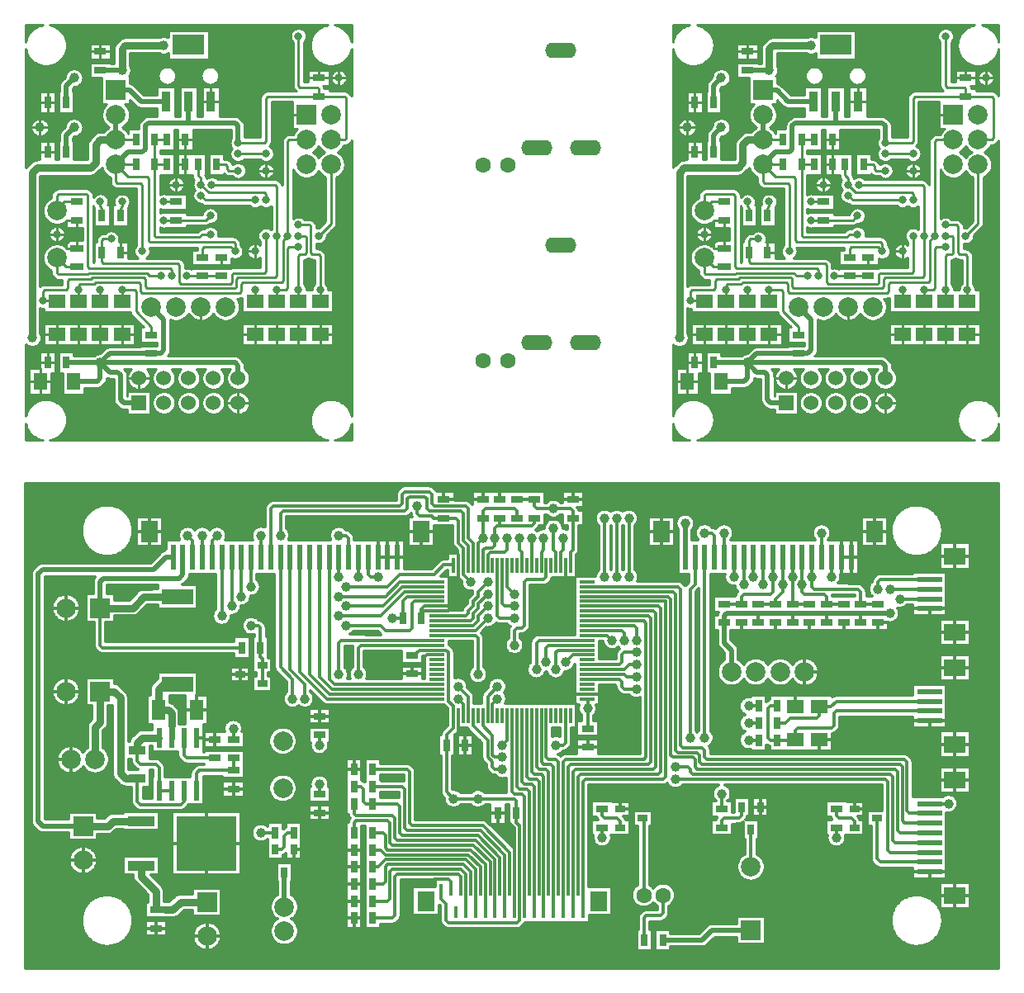
<source format=gbr>
G04 DipTrace 3.2.0.1*
G04 Íèæíèé.gbr*
%MOIN*%
G04 #@! TF.FileFunction,Copper,L2,Bot*
G04 #@! TF.Part,Single*
%AMOUTLINE0*
4,1,4,
-0.025591,-0.01378,
-0.025591,0.01378,
0.025591,0.01378,
0.025591,-0.01378,
-0.025591,-0.01378,
0*%
G04 #@! TA.AperFunction,CopperBalancing*
%ADD10C,0.009843*%
%ADD13C,0.011811*%
G04 #@! TA.AperFunction,Conductor*
%ADD14C,0.009927*%
%ADD15C,0.029528*%
%ADD16C,0.019685*%
%ADD18C,0.023622*%
%ADD19C,0.027559*%
G04 #@! TA.AperFunction,ComponentPad*
%ADD21R,0.07874X0.07874*%
%ADD22C,0.07874*%
%ADD23R,0.027559X0.051181*%
%ADD24R,0.051181X0.027559*%
G04 #@! TA.AperFunction,ComponentPad*
%ADD25C,0.07874*%
%ADD27R,0.108268X0.03937*%
%ADD28R,0.242126X0.218504*%
%ADD30R,0.062992X0.011811*%
%ADD31R,0.011811X0.062992*%
%ADD32R,0.023622X0.07874*%
%ADD33R,0.070866X0.07874*%
%ADD34R,0.015748X0.049213*%
G04 #@! TA.AperFunction,ComponentPad*
%ADD35C,0.062992*%
%ADD36R,0.125984X0.062992*%
%ADD37R,0.066929X0.035433*%
%ADD39R,0.055118X0.082677*%
%ADD40R,0.070866X0.055118*%
%ADD42R,0.041339X0.025591*%
%ADD44R,0.025591X0.041339*%
%ADD46R,0.086614X0.070866*%
%ADD47R,0.102362X0.023622*%
%ADD49R,0.070866X0.086614*%
%ADD50R,0.023622X0.102362*%
%ADD56R,0.037402X0.084646*%
%ADD57R,0.127953X0.084646*%
%ADD60R,0.055118X0.070866*%
G04 #@! TA.AperFunction,ComponentPad*
%ADD64C,0.06*%
%ADD65R,0.06X0.06*%
%ADD68O,0.125984X0.062992*%
G04 #@! TA.AperFunction,ViaPad*
%ADD71C,0.03937*%
%ADD72C,0.031496*%
%ADD154OUTLINE0*%
%FSLAX26Y26*%
G04*
G70*
G90*
G75*
G01*
G04 Bottom*
%LPD*%
X3653543Y1496063D2*
D13*
X3533465D1*
X1948819Y1631890D2*
Y1545276D1*
X1978346Y1515748D1*
X2342520Y1584646D2*
Y1820866D1*
X3653543Y1535433D2*
X3494094D1*
X1929134Y1631890D2*
Y1476378D1*
X1938976Y1466535D1*
X1978346D1*
X2391732Y1584646D2*
Y1820866D1*
X3653543Y1574803D2*
X3454724D1*
X3444882Y1564961D1*
Y1535433D1*
X1909449Y1631890D2*
Y1427165D1*
X1919291Y1417323D1*
X1978346D1*
X2440945Y1584646D2*
Y1820866D1*
X524850Y3350197D2*
D14*
X575034D1*
X524850Y3250207D2*
X575034D1*
X524850D2*
Y3350197D1*
X524945Y3250207D2*
Y2962738D1*
X531194Y2956488D1*
X706176D1*
X718675Y2968987D1*
X749921D1*
X1811024Y1025591D2*
D13*
Y984252D1*
X1870079Y925197D1*
Y856299D1*
X1889764Y836614D1*
Y816929D1*
X1899606Y807087D1*
X1929134D1*
X3277559Y572835D2*
Y531496D1*
X2332677D2*
Y572835D1*
X1850394Y1025591D2*
Y984252D1*
X1889764Y944882D1*
Y866142D1*
X1899606Y856299D1*
X1929134D1*
X2271654Y1368110D2*
X2411417D1*
X2421260Y1358268D1*
Y1328740D1*
X3653543Y511811D2*
X3513780D1*
X3503937Y521654D1*
Y777559D1*
X3494094Y787402D1*
X2696850D1*
X2687008Y797244D1*
Y807087D1*
X2677165Y816929D1*
X2627953D1*
X2271654Y1348425D2*
X2352362D1*
X2372047Y1328740D1*
X3653543Y472441D2*
X3494094D1*
X3484252Y482283D1*
Y757874D1*
X3474409Y767717D1*
X2627953D1*
X2271654Y1387795D2*
X2460630D1*
X2470472Y1377953D1*
Y1328740D1*
X2814961Y647638D2*
Y708661D1*
X1899606Y231299D2*
Y442913D1*
X1820866Y521654D1*
X1505906D1*
X1496063Y531496D1*
Y610236D1*
X1486220Y620079D1*
X1338583D1*
X1330709Y627953D1*
Y669291D1*
X1919291Y319882D2*
Y452756D1*
X1830709Y541339D1*
X1525591D1*
X1515748Y551181D1*
Y659449D1*
X1505906Y669291D1*
X1405512D1*
X1377953D1*
X1368110Y679134D1*
Y728346D1*
X1358268Y738189D1*
X1330709D1*
X1879921Y319882D2*
Y433071D1*
X1811024Y501969D1*
X1486220D1*
X1476378Y511811D1*
Y590551D1*
X1466535Y600394D1*
X1338583D1*
X1330709Y592520D1*
Y551181D1*
X1860236Y231299D2*
Y423228D1*
X1801181Y482283D1*
X1466535D1*
X1456693Y492126D1*
Y541339D1*
X1446850Y551181D1*
X1405512D1*
X1938976Y231299D2*
Y462598D1*
X1840551Y561024D1*
X1545276D1*
X1535433Y570866D1*
Y728346D1*
X1525591Y738189D1*
X1405512D1*
X2706693Y1665354D2*
Y1555118D1*
X2687008Y1535433D1*
Y935039D1*
X2145669Y905512D2*
X2175197D1*
X2185039Y915354D1*
Y1025591D1*
X2145669Y1631890D2*
Y1683071D1*
X2135827Y1692913D1*
Y1781496D1*
X2785433Y1665354D2*
Y1751969D1*
X2775591Y1761811D1*
X2746063D1*
X2271654Y1328740D2*
X2076772D1*
X2066929Y1318898D1*
Y1210630D1*
X2864173Y1665354D2*
Y1584646D1*
X2271654Y1289370D2*
X2155512D1*
X2145669Y1279528D1*
Y1210630D1*
X2942913Y1665354D2*
Y1584646D1*
X2746063Y1665354D2*
Y935039D1*
X1929134Y905512D2*
X1948819Y925197D1*
Y1025591D1*
X2824803Y1665354D2*
Y1761811D1*
X2175197Y1742126D2*
Y1692913D1*
X2165354Y1683071D1*
Y1631890D1*
X2271654Y1309055D2*
X2116142D1*
X2106299Y1299213D1*
Y1240157D1*
X2903543Y1665354D2*
Y1555118D1*
X2271654Y1269685D2*
X2214567D1*
X2185039Y1240157D1*
X2982283Y1665354D2*
Y1555118D1*
X2086614Y1631890D2*
Y1683071D1*
X2096457Y1692913D1*
Y1742126D1*
X757874Y1665354D2*
Y1732283D1*
X777559Y1751969D1*
X1033465Y1665354D2*
Y1220472D1*
X1082677Y1171260D1*
Y1092520D1*
X1751969Y1141732D2*
X1791339Y1102362D1*
Y1025591D1*
X1072835Y1665354D2*
Y1210630D1*
X1131890Y1151575D1*
Y1092520D1*
X1751969D2*
X1771654Y1072835D1*
Y1025591D1*
X1112205Y1665354D2*
Y1200787D1*
X1220472Y1092520D1*
X1665354D1*
Y1112205D2*
X1230315D1*
X1151575Y1190945D1*
Y1665354D1*
X1190945D2*
Y1181102D1*
X1240157Y1131890D1*
X1665354D1*
X1230315Y1665354D2*
Y1171260D1*
X1250000Y1151575D1*
X1665354D1*
X2271654Y1545276D2*
X2637795D1*
X2647638Y1535433D1*
Y905512D1*
X2657480Y895669D1*
X2736220D1*
X2746063Y885827D1*
Y856299D1*
X2755906Y846457D1*
X3553150D1*
X3562992Y836614D1*
Y639764D1*
X3572835Y629921D1*
X3653543D1*
Y590551D2*
X3553150D1*
X3543307Y600394D1*
Y816929D1*
X3533465Y826772D1*
X2736220D1*
X2726378Y836614D1*
Y866142D1*
X2716535Y875984D1*
X2637795D1*
X2627953Y885827D1*
Y1515748D1*
X2618110Y1525591D1*
X2271654D1*
Y1505906D2*
X2598425D1*
X2608268Y1496063D1*
Y866142D1*
X2618110Y856299D1*
X2696850D1*
X2706693Y846457D1*
Y816929D1*
X2716535Y807087D1*
X3513780D1*
X3523622Y797244D1*
Y561024D1*
X3533465Y551181D1*
X3653543D1*
X2106299Y1631890D2*
Y1584646D1*
X2096457Y1574803D1*
X2027559D1*
X2017717Y1564961D1*
Y1387795D1*
X2007874Y1377953D1*
X1988189D1*
X1978346Y1368110D1*
Y1309055D1*
X954724Y551181D2*
X1012353D1*
Y550345D1*
X2271654Y1446850D2*
X2539370D1*
X2549213Y1437008D1*
Y816929D1*
X2539370Y807087D1*
X2224409D1*
X2214567Y797244D1*
Y231299D1*
X2253937D2*
Y757874D1*
X2263780Y767717D1*
X2578740D1*
X2588583Y777559D1*
Y1486220D1*
X2271654D1*
X2106299Y1025591D2*
Y856299D1*
X2116142Y846457D1*
X2145669D1*
X2155512Y836614D1*
Y319882D1*
X2135827Y231299D2*
Y816929D1*
X2125984Y826772D1*
X2096457D1*
X2086614Y836614D1*
Y1025591D1*
X2066929D2*
Y816929D1*
X2076772Y807087D1*
X2106299D1*
X2116142Y797244D1*
Y319882D1*
X2096457Y231299D2*
Y777559D1*
X2086614Y787402D1*
X2057087D1*
X2047244Y797244D1*
Y1025591D1*
X2027559D2*
Y777559D1*
X2037402Y767717D1*
X2066929D1*
X2076772Y757874D1*
Y319882D1*
X2057087Y231299D2*
Y738189D1*
X2047244Y748031D1*
X2017717D1*
X2007874Y757874D1*
Y1025591D1*
X1988189D2*
Y738189D1*
X1998031Y728346D1*
X2027559D1*
X2037402Y718504D1*
Y319882D1*
X2017717Y231299D2*
Y698819D1*
X2007874Y708661D1*
X1978346D1*
X1968504Y718504D1*
Y1025591D1*
X2175197Y231299D2*
Y836614D1*
X2185039Y846457D1*
X2500000D1*
X2509843Y856299D1*
Y1397638D1*
X2500000Y1407480D1*
X2271654D1*
X2234252Y319882D2*
Y777559D1*
X2244094Y787402D1*
X2559055D1*
X2568898Y797244D1*
Y1456693D1*
X2559055Y1466535D1*
X2271654D1*
X2194882Y319882D2*
Y816929D1*
X2204724Y826772D1*
X2519685D1*
X2529528Y836614D1*
Y1417323D1*
X2519685Y1427165D1*
X2271654D1*
X1830709Y1190945D2*
Y1338583D1*
X1820866Y1348425D1*
X1665354D1*
Y1309055D2*
X1358268D1*
X1348425Y1299213D1*
Y1190945D1*
X1190945Y946850D2*
Y905512D1*
X1665354Y1328740D2*
X1279528D1*
X1269685Y1318898D1*
Y1190945D1*
X1190945Y706693D2*
Y748031D1*
X960630Y1153543D2*
Y1228346D1*
X952756Y1299213D2*
Y1261811D1*
X960630Y1253937D1*
Y1228346D1*
X952756Y1299213D2*
Y1379921D1*
X944882Y1387795D1*
X915354D1*
X1299213D2*
X1437008D1*
X1456693Y1368110D1*
X1555118D1*
X1564961Y1377953D1*
Y1476378D1*
X1574803Y1486220D1*
X1665354D1*
X1830709Y1631890D2*
Y1722441D1*
X1850394Y1742126D1*
Y1822835D1*
Y1850394D1*
X1860236Y1860236D1*
X1978346D1*
X1988189Y1850394D1*
Y1822835D1*
X1269685Y1665354D2*
Y1584646D1*
X1850394Y1742126D2*
D3*
X3021654Y1584646D2*
Y1665354D1*
X1870079Y1417323D2*
X1820866Y1368110D1*
X1665354D1*
X2824803Y1474409D2*
X2893701D1*
X3021654Y1584646D2*
Y1525591D1*
X3011811Y1515748D1*
X2903543D1*
X2893701Y1505906D1*
Y1474409D1*
X3061024Y1555118D2*
Y1665354D1*
X1665354Y1387795D2*
X1811024D1*
X1830709Y1407480D1*
Y1427165D1*
X1870079Y1466535D1*
X2962598Y1474409D2*
X3031496D1*
X3061024Y1555118D2*
Y1525591D1*
X3031496Y1496063D1*
Y1474409D1*
X3100394Y1584646D2*
Y1665354D1*
X1665354Y1407480D2*
X1801181D1*
X1811024Y1417323D1*
Y1437008D1*
X1830709Y1456693D1*
Y1476378D1*
X1870079Y1515748D1*
X3169291Y1474409D2*
X3100394D1*
Y1584646D2*
Y1474409D1*
X3139764Y1555118D2*
Y1665354D1*
X1665354Y1427165D2*
X1781496D1*
X1791339Y1437008D1*
Y1446850D1*
X1811024Y1466535D1*
Y1486220D1*
X1830709Y1505906D1*
Y1525591D1*
X1870079Y1564961D1*
X3307087Y1474409D2*
X3238189D1*
X3139764Y1555118D2*
Y1525591D1*
X3149606Y1515748D1*
X3228346D1*
X3238189Y1505906D1*
Y1474409D1*
X2057087Y1822835D2*
Y1801181D1*
X2047244Y1791339D1*
X1919291D1*
Y1822835D1*
Y1791339D2*
X1909449D1*
X1899606Y1781496D1*
Y1742126D1*
Y1712598D1*
X1889764Y1702756D1*
X1860236D1*
X1850394Y1692913D1*
Y1631890D1*
X1309055Y1665354D2*
Y1742126D1*
X1299213Y1751969D1*
X1269685D1*
X1899606Y1742126D2*
D3*
X3179134Y1584646D2*
Y1665354D1*
X1948819Y1742126D2*
Y1692913D1*
X1938976Y1683071D1*
X1879921D1*
X1870079Y1673228D1*
Y1631890D1*
X3444882Y1474409D2*
X3375984D1*
X3179134Y1584646D2*
Y1545276D1*
X3188976Y1535433D1*
X3366142D1*
X3375984Y1525591D1*
Y1474409D1*
X2271654Y1210630D2*
X2421260D1*
X2440945Y1230315D1*
X2470472D1*
X3257874Y1665354D2*
Y1584646D1*
X1909449Y1092520D2*
X1889764Y1072835D1*
Y1025591D1*
X1387795Y1665354D2*
Y1594488D1*
X1397638Y1584646D1*
X1427165D1*
X3218504Y1665354D2*
Y1761811D1*
X1909449Y1141732D2*
X1870079Y1102362D1*
Y1025591D1*
X1348425Y1665354D2*
Y1584646D1*
X2007874Y1631890D2*
Y1683071D1*
X1998031Y1692913D1*
Y1742126D1*
X679134Y1665354D2*
Y1732283D1*
X659449Y1751969D1*
X2047244Y1631890D2*
Y1742126D1*
X718504Y1665354D2*
Y1751969D1*
X793667Y2800349D2*
D10*
X656181D1*
Y2800255D1*
X718675Y2800349D2*
X793667D1*
X393709Y2698451D2*
Y2744010D1*
X562441Y3025231D2*
D14*
X731173D1*
X749921Y3043979D1*
X731173Y3025231D2*
D10*
X612436D1*
Y3025325D1*
X393709Y2744010D2*
X443703D1*
X449953Y2737761D1*
Y2656520D1*
X512446Y2594026D1*
Y2562685D1*
X612436Y3100129D2*
Y3100223D1*
X562441D1*
X306218Y2698451D2*
Y2744010D1*
X312562Y3043979D2*
Y3075131D1*
X306218Y3081475D1*
Y3100223D1*
X1018643Y2744010D2*
Y2698451D1*
X1018895Y2698199D1*
X1106134Y2918992D2*
D14*
X1068638D1*
X1062388Y2912743D1*
Y2750260D1*
X1056139Y2744010D1*
X1018643D1*
X131236Y2698451D2*
D10*
Y2700265D1*
X74992D1*
X1018643Y2962738D2*
D14*
Y2800255D1*
X1012394Y2794005D1*
X862409D1*
X856160Y2787756D1*
Y2756509D1*
X849911Y2750260D1*
X493698D1*
X487449Y2756509D1*
Y2787756D1*
X481199Y2794005D1*
X274971D1*
X268722Y2787756D1*
X181231D1*
X174982Y2781507D1*
Y2750260D1*
X168732Y2744010D1*
X81241D1*
X74992Y2737761D1*
Y2700265D1*
X1018643Y2962738D2*
D10*
Y3162717D1*
X1012394Y3168966D1*
X756171D1*
X1193625Y2744010D2*
Y2698451D1*
X1193877Y2698199D1*
X1106134Y3006483D2*
D14*
X1149879D1*
X1156129Y3000234D1*
Y2893995D1*
X1162378Y2887745D1*
X1187375D1*
X1193625Y2881496D1*
Y2744010D1*
X218727Y2698451D2*
D10*
Y2744010D1*
X1062388Y2962738D2*
D14*
X1043640Y2943990D1*
Y2781507D1*
X1037391Y2775257D1*
X881157D1*
X874908Y2769008D1*
Y2737761D1*
X868659Y2731512D1*
X474950D1*
X468701Y2737761D1*
Y2769008D1*
X462451Y2775257D1*
X287470D1*
X281220Y2769008D1*
X224976D1*
X218727Y2762759D1*
Y2744010D1*
X1137375Y3350197D2*
D10*
X1068638D1*
X1062388Y3343948D1*
Y2962738D1*
X931152Y2744010D2*
Y2698199D1*
X931404D1*
X974898Y3106472D2*
D14*
Y3131470D1*
X968648Y3137719D1*
X743672D1*
X712425Y3168966D1*
D10*
Y3193963D1*
X699927Y3206462D1*
Y3250113D1*
X700021Y3250207D1*
X1106134Y2744010D2*
Y2698451D1*
X1106386Y2698199D1*
X1106134Y2962738D2*
D14*
X1131131D1*
X1137381Y2956488D1*
Y2893995D1*
X1131131Y2887745D1*
X1112383D1*
X1106134Y2881496D1*
Y2744010D1*
X2271654Y1230315D2*
D13*
X2401575D1*
X2411417Y1240157D1*
Y1269685D1*
X2421260Y1279528D1*
X2470472D1*
X974898Y3293953D2*
D10*
X862409D1*
X931152Y3106472D2*
X731173D1*
X712425Y3125220D1*
X797244Y1665354D2*
D13*
Y1427165D1*
X1269685D2*
X1437008D1*
X1535433Y1525591D1*
X1665354D1*
X836614Y1665354D2*
Y1466535D1*
X1299213D2*
X1446850D1*
X1525591Y1545276D1*
X1665354D1*
X875984Y1665354D2*
Y1505906D1*
X1269685D2*
X1456693D1*
X1515748Y1564961D1*
X1665354D1*
X1732283Y1631890D2*
Y1633858D1*
X1692913D1*
X1653543Y1594488D1*
X1515748D1*
X1466535Y1545276D1*
X1299213D1*
X915354D2*
Y1665354D1*
X1791339Y1631890D2*
Y1712598D1*
X1771654Y1732283D1*
Y1840551D1*
X1761811Y1850394D1*
X1633858D1*
X1624016Y1860236D1*
Y1899606D1*
X1614173Y1909449D1*
X1555118D1*
X1545276Y1899606D1*
Y1860236D1*
X1535433Y1850394D1*
X1043307D1*
X1033465Y1840551D1*
Y1751969D1*
X954724D2*
Y1665354D1*
X1811024Y1631890D2*
Y1722441D1*
X1791339Y1742126D1*
Y1860236D1*
X1781496Y1870079D1*
X1653543D1*
X1643701Y1879921D1*
Y1919291D1*
X1633858Y1929134D1*
X1535433D1*
X1525591Y1919291D1*
Y1879921D1*
X1515748Y1870079D1*
X1003937D1*
X994094Y1860236D1*
Y1665354D1*
X2271654Y1171260D2*
X2401575D1*
X2411417Y1161417D1*
Y1141732D1*
X2421260Y1131890D1*
X2470472D1*
X2964567Y925197D2*
X2923228D1*
X2271654Y1190945D2*
X2421260D1*
X2431102Y1181102D1*
X2470472D1*
X2964567Y994094D2*
X2923228D1*
X1761811Y319882D2*
Y374016D1*
X1751969Y383858D1*
X1505906D1*
X1496063Y374016D1*
Y216535D1*
X1486220Y206693D1*
X1405512D1*
Y275591D2*
X1466535D1*
X1476378Y285433D1*
Y393701D1*
X1486220Y403543D1*
X1761811D1*
X1781496Y383858D1*
Y231299D1*
X1801181Y319882D2*
Y393701D1*
X1771654Y423228D1*
X1466535D1*
X1456693Y413386D1*
Y354331D1*
X1446850Y344488D1*
X1405512D1*
X1820866Y231299D2*
Y403543D1*
X1781496Y442913D1*
X1456693D1*
X1427165Y413386D1*
X1405512D1*
Y482283D2*
X1437008D1*
X1456693Y462598D1*
X1791339D1*
X1840551Y413386D1*
Y319882D1*
X1958661D2*
Y472441D1*
X1850394Y580709D1*
X1564961D1*
X1555118Y590551D1*
Y797244D1*
X1545276Y807087D1*
X1405512D1*
X3440945Y610236D2*
Y446850D1*
X3454724Y433071D1*
X3653543D1*
X3350394Y572835D2*
Y596457D1*
X3336614Y610236D1*
X3287402D1*
X3277559Y620079D1*
Y647638D1*
X312562Y2893995D2*
D10*
Y2944084D1*
X318717Y2950239D1*
X349963D1*
X1237375Y3250197D2*
Y3012738D1*
X1187375Y2962738D1*
X974898D2*
Y2819003D1*
X968648Y2812753D1*
X843661D1*
X837412Y2806504D1*
Y2775257D1*
X831163Y2769008D1*
X631184D1*
X624934Y2775257D1*
Y2844000D1*
X618685Y2850249D1*
X318717D1*
X312562Y2856404D1*
Y2893995D1*
X593688Y2800255D2*
D14*
Y2825252D1*
X587438Y2831501D1*
X262472D1*
X256223Y2837751D1*
Y3125220D1*
X249974Y3131470D1*
X137486D1*
X131236Y3125220D1*
Y3063987D1*
Y3068976D1*
X162483Y3100223D1*
X212478D1*
Y3100129D1*
X549942Y2800255D2*
X506197D1*
X493698Y2812753D1*
X262472D1*
X256223Y2806504D1*
X137486D1*
X131236Y2812753D1*
Y2873987D1*
X132496D1*
X168638Y2837845D1*
X212478D1*
X200134Y3600325D2*
D16*
X168638Y3568829D1*
Y3500181D1*
X571879Y3504745D2*
X470386D1*
X424955Y3550176D1*
X368727D1*
X368711Y3550192D1*
X200134Y3400346D2*
X168638Y3368850D1*
Y3300202D1*
X368711Y3250192D2*
D14*
X450031D1*
X450047Y3250207D1*
X474950Y2900244D2*
D10*
Y3168966D1*
X468701Y3175215D1*
X374961D1*
X368711Y3181465D1*
Y3250192D1*
X849911Y2900244D2*
Y2931491D1*
X843661Y2937740D1*
X506197D1*
X499948Y2943990D1*
Y3193963D1*
X493698Y3200213D1*
X418690D1*
X368711Y3250192D1*
X849911Y2900244D2*
X831163Y2918992D1*
X724924D1*
X718675Y2912743D1*
Y2875152D1*
X862409Y3337698D2*
X968648D1*
X974898Y3343948D1*
Y3518929D1*
X981241Y3525273D1*
X1187375D1*
X1237375Y3350197D2*
X1293614D1*
X1299864Y3356446D1*
Y3518929D1*
X1293520Y3525273D1*
X1187375D1*
X662430Y3504745D2*
D16*
Y3418940D1*
X499948D1*
X487449Y3406441D1*
Y3312701D1*
X474950Y3300202D1*
X418722D1*
X368711Y3250192D1*
X662430Y3418940D2*
X849911D1*
X862409Y3406441D1*
Y3337698D1*
X1106134Y3768903D2*
D10*
Y3568924D1*
X1112383Y3562675D1*
X1181126D1*
X1187375Y3556425D1*
Y3525273D1*
X1978346Y231299D2*
D13*
Y570866D1*
X1948819Y600394D1*
Y629921D1*
X1911417D1*
X1722441Y319882D2*
Y354331D1*
X1712598Y364173D1*
X1653543D1*
X1633858Y344488D1*
X1751969Y1631890D2*
Y1564961D1*
X1732283D1*
X1665354Y1466535D2*
X1614173D1*
X1602362Y1454724D1*
Y1446850D1*
Y1417323D1*
X1665354Y1446850D2*
X1712598D1*
X1722441Y1456693D1*
X1665354Y1446850D2*
X1602362D1*
X1751969Y1631890D2*
Y1673228D1*
X1742126Y1683071D1*
X2271654Y1112205D2*
X2204724D1*
Y1092520D1*
X2234252Y1062992D1*
X1779528Y905512D2*
Y954724D1*
X1751969D1*
Y1025591D1*
X1564961Y1192913D2*
X1614173D1*
Y1259843D1*
X1624016Y1269685D1*
X1665354D1*
X1427165Y1665354D2*
X1466535D1*
X1505906D1*
X3297244D2*
X3336614D1*
X2185039Y1631890D2*
Y1574803D1*
X2214567D1*
X2234252Y1594488D1*
X1998031Y319882D2*
Y580709D1*
X1986220Y592520D1*
Y629921D1*
X2271654Y1092520D2*
X2273622D1*
Y972441D1*
X1732283Y1025591D2*
Y974409D1*
X1704724Y946850D1*
Y905512D1*
X1665354Y1289370D2*
X1594488D1*
X1572835Y1267717D1*
X1564961D1*
X1665354Y1505906D2*
X1545276D1*
X1527559Y1488189D1*
Y1417323D1*
X618537Y1503198D2*
D15*
X481201D1*
X437253Y1459251D1*
X306144D1*
X843504Y927904D2*
D13*
Y971752D1*
X639764Y1665354D2*
D16*
Y1593013D1*
X624753Y1578003D1*
X318160D1*
X306144Y1565987D1*
Y1459251D1*
X877953Y1299213D2*
D13*
X314961D1*
X305118Y1309055D1*
Y1458224D1*
X306144Y1459251D1*
X1998031Y319882D2*
Y196850D1*
X1988189Y187008D1*
X1712598D1*
X1702756Y196850D1*
Y231299D1*
Y265748D1*
X1683071Y285433D1*
Y319882D1*
X2204724Y1631890D2*
Y1683071D1*
X2214567Y1692913D1*
Y1822835D1*
X1527559Y1417323D2*
X1525591D1*
X1486220D1*
X2576772Y118110D2*
D16*
X2736220D1*
X2775591Y157480D1*
X2933071D1*
X1665354Y1289370D2*
D13*
X1702756D1*
X1712598Y1279528D1*
Y1082677D1*
X1732283Y1062992D1*
Y1025591D1*
X1771654Y1631890D2*
Y1594488D1*
X1801181Y1564961D1*
X1771654Y1631890D2*
Y1702756D1*
X1751969Y1722441D1*
Y1811024D1*
X1740157Y1822835D1*
X1692913D1*
X1651575D1*
X1643701Y1830709D1*
X1594488D1*
X1584646Y1840551D1*
Y1870079D1*
X1988189Y1897638D2*
X2057087D1*
Y1870079D1*
X2066929Y1860236D1*
X2135827D1*
X3375984Y1399606D2*
Y1437008D1*
D16*
X3238189D1*
X3100394D1*
X2962598D1*
X2834646D1*
X2824803Y1427165D1*
Y1399606D1*
X2962598D2*
D13*
Y1437008D1*
X3100394Y1399606D2*
Y1437008D1*
X3238189Y1399606D2*
Y1437008D1*
X3494094D2*
D16*
X3375984D1*
X3653543Y669291D2*
D13*
X3730315D1*
X2824803Y1399606D2*
D16*
Y1318898D1*
X2854331Y1289370D1*
Y1200787D1*
X2923228Y1062992D2*
D13*
X2964567D1*
X2273622Y1053150D2*
Y972441D1*
X1704724Y905512D2*
Y716535D1*
X1732283Y688976D1*
X1830709D1*
X1978346D1*
X1986220Y681102D1*
Y629921D1*
X2667323Y1801181D2*
D16*
Y1665354D1*
X2214567Y1822835D2*
D13*
Y1850394D1*
X2204724Y1860236D1*
X2135827D1*
X562441Y3731407D2*
D15*
X406207D1*
X393709Y3718908D1*
Y3631417D1*
X306218Y3631512D2*
D16*
X393614D1*
X393709Y3631417D1*
X168638Y2450291D2*
X306218D1*
X198165Y2375299D2*
X293719D1*
X306218Y2387798D1*
Y2450291D1*
X462430Y2287803D2*
X399963D1*
X387459Y2300307D1*
Y2400297D1*
X374961Y2412795D1*
X343714D1*
X306218Y2450291D1*
X849911D1*
X862430Y2437772D1*
Y2387803D1*
X368711Y3450192D2*
Y3350192D1*
X31247Y2550281D2*
D15*
Y3218961D1*
X49995Y3237709D1*
X268722D1*
X287470Y3256457D1*
Y3331449D1*
X306213Y3350192D1*
X368711D1*
D14*
X450042D1*
X450047Y3350197D1*
X512446Y2487882D2*
D16*
X550037D1*
X562441Y2500286D1*
Y2625257D1*
X512430Y2675268D1*
X306218Y2450291D2*
X343714Y2487787D1*
X512352D1*
X512446Y2487882D1*
X862409Y3225210D2*
D10*
X824913D1*
X818664Y3231459D1*
Y3243958D1*
X812415Y3250207D1*
X774824D1*
X2500000Y299213D2*
D13*
Y606299D1*
X2496063Y610236D1*
X2578740Y299213D2*
Y226378D1*
X2568898Y216535D1*
X2509843D1*
X2501969Y208661D1*
Y118110D1*
X2332677Y647638D2*
Y620079D1*
X2342520Y610236D1*
X2391732D1*
X2405512Y596457D1*
Y572835D1*
X643504Y934301D2*
Y865501D1*
X655904Y853101D1*
X768504D1*
X541735Y1046751D2*
D15*
Y1132482D1*
X562058Y1152804D1*
X618537D1*
X593504Y934301D2*
D18*
Y984252D1*
D15*
Y1034252D1*
X581005Y1046751D1*
X541735D1*
X593504Y721702D2*
D13*
X543504D1*
X456004Y885088D2*
D15*
Y915501D1*
X474803Y934301D1*
X537255D1*
D18*
X543504D1*
X456004Y885088D2*
D13*
Y840501D1*
X468504Y828001D1*
X531005D1*
X543504Y815503D1*
Y721702D1*
X306144Y1121753D2*
D15*
Y996892D1*
X286459Y977207D1*
Y846751D1*
X643504Y721702D2*
D13*
Y678003D1*
X631004Y665503D1*
X468504D1*
X456004Y678003D1*
Y770915D1*
D15*
X406841D1*
X387253Y790503D1*
Y1096753D1*
X362253Y1121753D1*
X306144D1*
X471899Y419488D2*
Y374608D1*
X531004Y315503D1*
Y253001D1*
D19*
Y240404D1*
X737253Y271900D2*
D15*
X631152D1*
X599656Y240404D1*
X568504D1*
D19*
X531004D1*
X843504Y802903D2*
D13*
Y853101D1*
Y802903D2*
X705906D1*
X693504Y790501D1*
Y721702D1*
X471899Y599016D2*
D15*
X358266D1*
X337399Y578148D1*
X237255D1*
X600394Y1665354D2*
D16*
X572835D1*
X521654Y1614173D1*
X73425D1*
X56004Y1596752D1*
Y596752D1*
X74608Y578148D1*
X237255D1*
X393709Y3100223D2*
D10*
Y3081475D1*
X387365Y3075131D1*
Y3043979D1*
X3208661Y1061024D2*
D13*
Y1023622D1*
X3198819Y1013780D1*
X3090551D1*
X3070866Y994094D1*
X3039370D1*
X3653543Y1082677D2*
X3277559D1*
X3255906Y1061024D1*
X3208661D1*
X3110236Y927165D2*
Y925197D1*
X3039370D1*
X3011811D1*
X3001969Y935039D1*
Y1053150D1*
X3011811Y1062992D1*
X3039370D1*
X3653543Y1043307D2*
X3277559D1*
X3267717Y1033465D1*
Y984252D1*
X3257874Y974409D1*
X3120079D1*
X3110236Y964567D1*
Y927165D1*
X3136997Y3350197D2*
D14*
X3187181D1*
X3136997Y3250207D2*
X3187181D1*
X3136997D2*
Y3350197D1*
X3137092Y3250207D2*
Y2962738D1*
X3143341Y2956488D1*
X3318323D1*
X3330822Y2968987D1*
X3362068D1*
X2924709Y2893995D2*
D10*
Y2944084D1*
X2930864Y2950239D1*
X2962110D1*
X3849522Y3250197D2*
Y3012738D1*
X3799522Y2962738D1*
X3587045D2*
Y2819003D1*
X3580795Y2812753D1*
X3455808D1*
X3449559Y2806504D1*
Y2775257D1*
X3443310Y2769008D1*
X3243331D1*
X3237081Y2775257D1*
Y2844000D1*
X3230832Y2850249D1*
X2930864D1*
X2924709Y2856404D1*
Y2893995D1*
X3405814Y2800349D2*
X3268328D1*
Y2800255D1*
X3330822Y2800349D2*
X3405814D1*
X3005856Y2698451D2*
Y2744010D1*
X3174588Y3025231D2*
D14*
X3343320D1*
X3362068Y3043979D1*
X3343320Y3025231D2*
D10*
X3224583D1*
Y3025325D1*
X3005856Y2744010D2*
X3055850D1*
X3062100Y2737761D1*
Y2656520D1*
X3124593Y2594026D1*
Y2562685D1*
X3224583Y3100129D2*
Y3100223D1*
X3174588D1*
X2918365Y2698451D2*
Y2744010D1*
X2924709Y3043979D2*
Y3075131D1*
X2918365Y3081475D1*
Y3100223D1*
X3630790Y2744010D2*
Y2698451D1*
X3631042Y2698199D1*
X3718281Y2918992D2*
D14*
X3680785D1*
X3674535Y2912743D1*
Y2750260D1*
X3668286Y2744010D1*
X3630790D1*
X2743383Y2698451D2*
D10*
Y2700265D1*
X2687139D1*
X3630790Y2962738D2*
D14*
Y2800255D1*
X3624541Y2794005D1*
X3474556D1*
X3468307Y2787756D1*
Y2756509D1*
X3462058Y2750260D1*
X3105845D1*
X3099596Y2756509D1*
Y2787756D1*
X3093346Y2794005D1*
X2887118D1*
X2880869Y2787756D1*
X2793378D1*
X2787129Y2781507D1*
Y2750260D1*
X2780879Y2744010D1*
X2693388D1*
X2687139Y2737761D1*
Y2700265D1*
X3630790Y2962738D2*
D10*
Y3162717D1*
X3624541Y3168966D1*
X3368318D1*
X3805772Y2744010D2*
Y2698451D1*
X3806024Y2698199D1*
X3718281Y3006483D2*
D14*
X3762026D1*
X3768276Y3000234D1*
Y2893995D1*
X3774525Y2887745D1*
X3799522D1*
X3805772Y2881496D1*
Y2744010D1*
X2830874Y2698451D2*
D10*
Y2744010D1*
X3674535Y2962738D2*
D14*
X3655787Y2943990D1*
Y2781507D1*
X3649538Y2775257D1*
X3493304D1*
X3487055Y2769008D1*
Y2737761D1*
X3480806Y2731512D1*
X3087097D1*
X3080848Y2737761D1*
Y2769008D1*
X3074598Y2775257D1*
X2899617D1*
X2893367Y2769008D1*
X2837123D1*
X2830874Y2762759D1*
Y2744010D1*
X3749522Y3350197D2*
D10*
X3680785D1*
X3674535Y3343948D1*
Y2962738D1*
X3543299Y2744010D2*
Y2698199D1*
X3543551D1*
X3587045Y3106472D2*
D14*
Y3131470D1*
X3580795Y3137719D1*
X3355819D1*
X3324572Y3168966D1*
D10*
Y3193963D1*
X3312073Y3206462D1*
Y3250113D1*
X3312168Y3250207D1*
X3718281Y2744010D2*
Y2698451D1*
X3718533Y2698199D1*
X3718281Y2962738D2*
D14*
X3743278D1*
X3749528Y2956488D1*
Y2893995D1*
X3743278Y2887745D1*
X3724530D1*
X3718281Y2881496D1*
Y2744010D1*
X3587045Y3293953D2*
D10*
X3474556D1*
X3543299Y3106472D2*
X3343320D1*
X3324572Y3125220D1*
X3205835Y2800255D2*
D14*
Y2825252D1*
X3199585Y2831501D1*
X2874619D1*
X2868370Y2837751D1*
Y3125220D1*
X2862121Y3131470D1*
X2749633D1*
X2743383Y3125220D1*
Y3063987D1*
Y3068976D1*
X2774630Y3100223D1*
X2824625D1*
Y3100129D1*
X3162089Y2800255D2*
X3118344D1*
X3105845Y2812753D1*
X2874619D1*
X2868370Y2806504D1*
X2749633D1*
X2743383Y2812753D1*
Y2873987D1*
X2744643D1*
X2780785Y2837845D1*
X2824625D1*
X2812281Y3600325D2*
D16*
X2780785Y3568829D1*
Y3500181D1*
X3184026Y3504745D2*
X3082533D1*
X3037102Y3550176D1*
X2980874D1*
X2980858Y3550192D1*
X2812281Y3400346D2*
X2780785Y3368850D1*
Y3300202D1*
X2980858Y3250192D2*
D14*
X3062178D1*
X3062194Y3250207D1*
X3087097Y2900244D2*
D10*
Y3168966D1*
X3080848Y3175215D1*
X2987108D1*
X2980858Y3181465D1*
Y3250192D1*
X3462058Y2900244D2*
Y2931491D1*
X3455808Y2937740D1*
X3118344D1*
X3112094Y2943990D1*
Y3193963D1*
X3105845Y3200213D1*
X3030837D1*
X2980858Y3250192D1*
X3462058Y2900244D2*
X3443310Y2918992D1*
X3337071D1*
X3330822Y2912743D1*
Y2875152D1*
X3474556Y3337698D2*
X3580795D1*
X3587045Y3343948D1*
Y3518929D1*
X3593388Y3525273D1*
X3799522D1*
X3849522Y3350197D2*
X3905761D1*
X3912010Y3356446D1*
Y3518929D1*
X3905667Y3525273D1*
X3799522D1*
X3274577Y3504745D2*
D16*
Y3418940D1*
X3112094D1*
X3099596Y3406441D1*
Y3312701D1*
X3087097Y3300202D1*
X3030869D1*
X2980858Y3250192D1*
X3274577Y3418940D2*
X3462058D1*
X3474556Y3406441D1*
Y3337698D1*
X3718281Y3768903D2*
D10*
Y3568924D1*
X3724530Y3562675D1*
X3793273D1*
X3799522Y3556425D1*
Y3525273D1*
X3174588Y3731407D2*
D15*
X3018354D1*
X3005856Y3718908D1*
Y3631417D1*
X2918365Y3631512D2*
D16*
X3005761D1*
X3005856Y3631417D1*
X2780785Y2450291D2*
X2918365D1*
X2810312Y2375299D2*
X2905866D1*
X2918365Y2387798D1*
Y2450291D1*
X3074577Y2287803D2*
X3012110D1*
X2999606Y2300307D1*
Y2400297D1*
X2987108Y2412795D1*
X2955861D1*
X2918365Y2450291D1*
X3462058D1*
X3474577Y2437772D1*
Y2387803D1*
X2980858Y3450192D2*
Y3350192D1*
X2643394Y2550281D2*
D15*
Y3218961D1*
X2662142Y3237709D1*
X2880869D1*
X2899617Y3256457D1*
Y3331449D1*
X2918360Y3350192D1*
X2980858D1*
D14*
X3062189D1*
X3062194Y3350197D1*
X3124593Y2487882D2*
D16*
X3162184D1*
X3174588Y2500286D1*
Y2625257D1*
X3124577Y2675268D1*
X2918365Y2450291D2*
X2955861Y2487787D1*
X3124499D1*
X3124593Y2487882D1*
X3005856Y3100223D2*
D10*
Y3081475D1*
X2999512Y3075131D1*
Y3043979D1*
X1049753Y392568D2*
D16*
Y252215D1*
X1049755D1*
X1012352Y483119D2*
D13*
X1038780D1*
X1049753Y494093D1*
Y537844D1*
X1062255Y550345D1*
X1087156D1*
X3474556Y3225210D2*
D10*
X3437060D1*
X3430811Y3231459D1*
Y3243958D1*
X3424562Y3250207D1*
X3386971D1*
X2933071Y413386D2*
D13*
Y564961D1*
X2895669Y655512D2*
Y622047D1*
X2883858Y610236D1*
X2824803D1*
X2814961Y600394D1*
Y572835D1*
D71*
X2342520Y1584646D3*
D72*
X749921Y2968987D3*
D71*
X2687008Y935039D3*
X2145669Y905512D3*
X2746063Y935039D3*
X1929134Y905512D3*
X1082677Y1092520D3*
X1751969Y1141732D3*
X1131890Y1092520D3*
X1751969D3*
X954724Y551181D3*
X1348425Y1190945D3*
X1269685D3*
X3257874Y1584646D3*
X1909449Y1092520D3*
X3218504Y1761811D3*
X1909449Y1141732D3*
D72*
X1106134Y2918992D3*
X1018643Y2962738D3*
X756171Y3168966D3*
X1018643Y2962738D3*
X1106134Y3006483D3*
X712425Y3168966D3*
X1106134Y2962738D3*
X931152Y3106472D3*
D71*
X797244Y1427165D3*
X1269685D3*
X836614Y1466535D3*
X1299213D3*
X875984Y1505906D3*
X1269685D3*
X1299213Y1545276D3*
X915354D3*
X1033465Y1751969D3*
X954724D3*
X200134Y3600325D3*
Y3400346D3*
D72*
X3362068Y2968987D3*
X3718281Y2918992D3*
X3630790Y2962738D3*
X3368318Y3168966D3*
X3630790Y2962738D3*
X3718281Y3006483D3*
X3324572Y3168966D3*
X3718281Y2962738D3*
X3543299Y3106472D3*
D71*
X2812281Y3600325D3*
Y3400346D3*
X2372047Y1328740D3*
X2421260D3*
X2470472D3*
X2627953Y816929D3*
Y767717D3*
X2066929Y1210630D3*
X2106299Y1240157D3*
X2145669Y1210630D3*
X2185039Y1240157D3*
X1269685Y1584646D3*
X2864173D3*
X2903543Y1555118D3*
X2942913Y1584646D3*
X2982283Y1555118D3*
X3021654Y1584646D3*
X3061024Y1555118D3*
X3100394Y1584646D3*
X3139764Y1555118D3*
X3179134Y1584646D3*
X1870079Y1417323D3*
Y1466535D3*
Y1515748D3*
Y1564961D3*
X1269685Y1751969D3*
X1998031Y1742126D3*
X1948819D3*
X2047244D3*
X2096457D3*
X659449Y1751969D3*
X718504D3*
X777559D3*
X2824803Y1761811D3*
X2175197Y1742126D3*
X843504Y971752D3*
X2470472Y1279528D3*
Y1230315D3*
Y1181102D3*
Y1131890D3*
X1978346Y1309055D3*
X2814961Y708661D3*
X1830709Y1190945D3*
X1929134Y856299D3*
Y807087D3*
X3277559Y531496D3*
X915354Y1387795D3*
X1299213D3*
X2923228Y994094D3*
Y925197D3*
X2332677Y531496D3*
X2667323Y1801181D3*
X1584646Y1870079D3*
X2135827Y1860236D3*
X1131890Y1751969D3*
X618504Y1253003D3*
X1171260Y1751969D3*
X668504Y1253003D3*
X1210630Y1751969D3*
X1486220Y1417323D3*
X1732283Y1564961D3*
X1879921Y728346D3*
X2332677Y1053150D3*
X1801181Y1564961D3*
X1437008Y1190945D3*
X2342520Y1820866D3*
X3494094Y1437008D3*
X3730315Y669291D3*
X2923228Y1062992D3*
X2391732Y1820866D3*
X2273622Y1053150D3*
X1830709Y688976D3*
X1190945Y905512D3*
Y748031D3*
X1092520Y1751969D3*
X1564961Y1643701D3*
X568504Y1253003D3*
X518504D3*
X718504D3*
X2440945Y1820866D3*
X1269685Y984252D3*
X1309055D3*
X1348425D3*
X1781496Y728346D3*
Y767717D3*
X1879921D3*
X1732283Y688976D3*
X2746063Y1761811D3*
X1240157Y275591D3*
Y344488D3*
Y206693D3*
X2470472Y885827D3*
X3346457Y1200787D3*
X3602362Y334646D3*
X3740157Y196850D3*
X3602362Y59055D3*
X3464567Y196850D3*
X3503937Y295276D3*
X3385827Y1200787D3*
X3700787Y98425D3*
X3503937D3*
X3602362Y1909449D3*
X3740157Y1771654D3*
X3602362Y1633858D3*
X1899606Y1742126D3*
X3503937Y1870079D3*
X3700787D3*
X3346457Y925197D3*
X3503937Y1673228D3*
X334646Y1909449D3*
X1850394Y1742126D3*
X1427165Y1584646D3*
X196850Y1771654D3*
X236220Y1870079D3*
X433071D3*
Y1673228D3*
X236220D3*
X334646Y334646D3*
X472441Y196850D3*
X334646Y59055D3*
X196850Y196850D3*
X236220Y295276D3*
X433071D3*
Y98425D3*
X236220D3*
X1348425Y1584646D3*
X3385827Y925197D3*
X3444882Y1535433D3*
X3494094D3*
X3533465Y1496063D3*
X2135827Y1781496D3*
X2440945Y1584646D3*
X2391732D3*
X1978346Y1515748D3*
Y1466535D3*
Y1417323D3*
D72*
X1018643Y2744010D3*
X931152D3*
X1193625D3*
X1106134D3*
X393709D3*
X306218D3*
X218727D3*
X74992Y2700265D3*
D71*
X306218Y2450291D3*
X31247Y2550281D3*
X393709Y3631417D3*
X562441Y3731407D3*
D72*
X1062388Y2962738D3*
X974898Y3106472D3*
X393709Y3100223D3*
X749921Y3043979D3*
X562441Y3025231D3*
X549942Y2800255D3*
X593688D3*
D71*
X62493Y3400192D3*
D72*
X862409Y3225210D3*
X656181Y2800255D3*
X306218Y3100223D3*
X474950Y2900244D3*
X849911D3*
X862409Y3337698D3*
X349963Y2950239D3*
X931152Y2900244D3*
X131236Y2968987D3*
X862409Y3293953D3*
X712425Y3125220D3*
X562441Y3100223D3*
X974898Y3293953D3*
X1187375Y2962738D3*
X974898D3*
Y3225210D3*
X612436Y3168966D3*
X1106134Y3768903D3*
X1268617Y3600171D3*
X3630790Y2744010D3*
X3543299D3*
X3805772D3*
X3718281D3*
X3005856D3*
X2918365D3*
X2830874D3*
X2687139Y2700265D3*
D71*
X2918365Y2450291D3*
X2643394Y2550281D3*
X3005856Y3631417D3*
X3174588Y3731407D3*
D72*
X3674535Y2962738D3*
X3587045Y3106472D3*
X3005856Y3100223D3*
X3362068Y3043979D3*
X3174588Y3025231D3*
X3162089Y2800255D3*
X3205835D3*
D71*
X2674640Y3400192D3*
D72*
X3474556Y3225210D3*
X3268328Y2800255D3*
X2918365Y3100223D3*
X3087097Y2900244D3*
X3462058D3*
X3474556Y3337698D3*
X2962110Y2950239D3*
X3543299Y2900244D3*
X2743383Y2968987D3*
X3474556Y3293953D3*
X3324572Y3125220D3*
X3174588Y3100223D3*
X3587045Y3293953D3*
X3799522Y2962738D3*
X3587045D3*
Y3225210D3*
X3224583Y3168966D3*
X3718281Y3768903D3*
X3880764Y3600171D3*
X7098Y1950919D2*
D13*
X1523951D1*
X1645324D2*
X3929917D1*
X7098Y1939239D2*
X1510273D1*
X1659004D2*
X3929917D1*
X7098Y1927559D2*
X1501783D1*
X1737874D2*
X1805433D1*
X2102055D2*
X2169614D1*
X2259520D2*
X3929917D1*
X7098Y1915879D2*
X1500307D1*
X1737874D2*
X1805433D1*
X2102055D2*
X2169614D1*
X2259520D2*
X3929917D1*
X7098Y1904199D2*
X1500307D1*
X1737874D2*
X1805433D1*
X2102055D2*
X2169614D1*
X2259520D2*
X3929917D1*
X7098Y1892520D2*
X993979D1*
X1791440D2*
X1805433D1*
X2102055D2*
X2114849D1*
X2156820D2*
X2169614D1*
X2259520D2*
X3929917D1*
X7098Y1880840D2*
X979445D1*
X2259520D2*
X3929917D1*
X7098Y1869160D2*
X295975D1*
X373310D2*
X970541D1*
X2259520D2*
X3563706D1*
X3641018D2*
X3929917D1*
X7098Y1857480D2*
X273921D1*
X395386D2*
X968811D1*
X2238782D2*
X2331646D1*
X2353386D2*
X2380874D1*
X2402591D2*
X2430079D1*
X2451819D2*
X3541630D1*
X3663094D2*
X3929917D1*
X7098Y1845801D2*
X259873D1*
X409411D2*
X968811D1*
X2259520D2*
X2312823D1*
X2470642D2*
X3527605D1*
X3677119D2*
X3929917D1*
X7098Y1834121D2*
X249745D1*
X419562D2*
X968811D1*
X1554412D2*
X1560228D1*
X2102055D2*
X2107214D1*
X2164432D2*
X2169612D1*
X2259520D2*
X2305856D1*
X2477609D2*
X2647453D1*
X2687185D2*
X3517454D1*
X3687270D2*
X3929917D1*
X7098Y1822441D2*
X242178D1*
X427105D2*
X451110D1*
X560717D2*
X968811D1*
X1058740D2*
X1545591D1*
X2102055D2*
X2132197D1*
X2139458D2*
X2169614D1*
X2259520D2*
X2303503D1*
X2479962D2*
X2518039D1*
X2627646D2*
X2634787D1*
X2699850D2*
X3376299D1*
X3485906D2*
X3509888D1*
X3694836D2*
X3929917D1*
X7098Y1810761D2*
X236597D1*
X432688D2*
X451110D1*
X560717D2*
X968811D1*
X1058740D2*
X1545591D1*
X2102055D2*
X2110605D1*
X2161041D2*
X2169614D1*
X2259520D2*
X2304840D1*
X2478625D2*
X2518039D1*
X2705156D2*
X3376299D1*
X3485906D2*
X3504306D1*
X3700419D2*
X3929917D1*
X7098Y1799081D2*
X232675D1*
X436631D2*
X451110D1*
X560717D2*
X968811D1*
X1058740D2*
X1545591D1*
X2259520D2*
X2310354D1*
X2473110D2*
X2518039D1*
X2706310D2*
X2738157D1*
X2753969D2*
X2816890D1*
X2832724D2*
X3210598D1*
X3226409D2*
X3376299D1*
X3485906D2*
X3500383D1*
X3704341D2*
X3929917D1*
X7098Y1787402D2*
X230206D1*
X439100D2*
X451110D1*
X560717D2*
X644885D1*
X674005D2*
X703940D1*
X733060D2*
X762995D1*
X792115D2*
X940160D1*
X1058740D2*
X1255135D1*
X1284235D2*
X1545591D1*
X1655197D2*
X1726701D1*
X2078041D2*
X2097224D1*
X2174421D2*
X2189291D1*
X2239843D2*
X2317252D1*
X2466213D2*
X2518039D1*
X2703772D2*
X2716958D1*
X2775168D2*
X2795690D1*
X2853900D2*
X3189399D1*
X3247609D2*
X3376299D1*
X3485906D2*
X3497916D1*
X3706808D2*
X3929917D1*
X7098Y1775722D2*
X229076D1*
X440207D2*
X451110D1*
X560717D2*
X628760D1*
X808240D2*
X924035D1*
X1064139D2*
X1239010D1*
X1304442D2*
X1545591D1*
X1655197D2*
X1726701D1*
X2066877D2*
X2077778D1*
X2239843D2*
X2317252D1*
X2466213D2*
X2518039D1*
X2627646D2*
X2638110D1*
X2696551D2*
X2709644D1*
X2861214D2*
X3182085D1*
X3254923D2*
X3376299D1*
X3485906D2*
X3496808D1*
X3707916D2*
X3929917D1*
X7098Y1764042D2*
X229283D1*
X440000D2*
X451110D1*
X560717D2*
X622370D1*
X814631D2*
X917646D1*
X1070551D2*
X1232598D1*
X1322390D2*
X1545591D1*
X1655197D2*
X1726701D1*
X2239843D2*
X2317252D1*
X2466213D2*
X2518039D1*
X2627646D2*
X2638110D1*
X2696528D2*
X2707084D1*
X2863797D2*
X3179525D1*
X3257483D2*
X3376299D1*
X3485906D2*
X3496992D1*
X3707732D2*
X3929917D1*
X7098Y1752362D2*
X230806D1*
X438500D2*
X451110D1*
X560717D2*
X620386D1*
X816614D2*
X915661D1*
X1072512D2*
X1230638D1*
X1332055D2*
X1545591D1*
X1655197D2*
X1726701D1*
X2239843D2*
X2317252D1*
X2466213D2*
X2518039D1*
X2627646D2*
X2638110D1*
X2696528D2*
X2708215D1*
X2862667D2*
X3180656D1*
X3256352D2*
X3376299D1*
X3485906D2*
X3498516D1*
X3706209D2*
X3929917D1*
X7098Y1740682D2*
X233690D1*
X435593D2*
X451110D1*
X560717D2*
X622115D1*
X814885D2*
X917391D1*
X1070806D2*
X1232344D1*
X1334339D2*
X1545591D1*
X1655197D2*
X1726701D1*
X2239843D2*
X2317252D1*
X2466213D2*
X2518039D1*
X2627646D2*
X2638110D1*
X2696528D2*
X2713451D1*
X2857407D2*
X3185892D1*
X3251115D2*
X3376299D1*
X3485906D2*
X3501421D1*
X3703303D2*
X3929917D1*
X7098Y1729003D2*
X238096D1*
X431188D2*
X451110D1*
X560717D2*
X569220D1*
X1537087D2*
X1545598D1*
X1655197D2*
X1726701D1*
X2239843D2*
X2317252D1*
X2466213D2*
X2518039D1*
X2627646D2*
X2636150D1*
X3367795D2*
X3376307D1*
X3485906D2*
X3505828D1*
X3698896D2*
X3929917D1*
X7098Y1717323D2*
X244232D1*
X425051D2*
X451110D1*
X560717D2*
X569220D1*
X1537087D2*
X1545598D1*
X1655197D2*
X1727253D1*
X2239843D2*
X2317252D1*
X2466213D2*
X2518039D1*
X2627646D2*
X2636150D1*
X3367795D2*
X3376307D1*
X3485906D2*
X3511965D1*
X3818575D2*
X3929917D1*
X7098Y1705643D2*
X252513D1*
X416793D2*
X569220D1*
X1537087D2*
X1733505D1*
X2239843D2*
X2317252D1*
X2466213D2*
X2636150D1*
X3367795D2*
X3520223D1*
X3684501D2*
X3693236D1*
X3818575D2*
X3929917D1*
X7098Y1693963D2*
X263633D1*
X405651D2*
X569220D1*
X1537087D2*
X1745201D1*
X2239843D2*
X2317252D1*
X2466213D2*
X2636150D1*
X3367795D2*
X3531341D1*
X3673383D2*
X3693236D1*
X3818575D2*
X3929917D1*
X7098Y1682283D2*
X279388D1*
X389919D2*
X548942D1*
X1537087D2*
X1746378D1*
X2237374D2*
X2317252D1*
X2466213D2*
X2636150D1*
X3367795D2*
X3547097D1*
X3657627D2*
X3693236D1*
X3818575D2*
X3929917D1*
X7098Y1670604D2*
X306978D1*
X362306D2*
X537270D1*
X1537087D2*
X1707000D1*
X2229992D2*
X2317252D1*
X2466213D2*
X2636150D1*
X3367795D2*
X3574710D1*
X3630014D2*
X3693236D1*
X3818575D2*
X3929917D1*
X7098Y1658924D2*
X525575D1*
X1537087D2*
X1707000D1*
X2229992D2*
X2317252D1*
X2466213D2*
X2636150D1*
X3367795D2*
X3693236D1*
X3818575D2*
X3929917D1*
X7098Y1647244D2*
X513902D1*
X1537087D2*
X1671035D1*
X2229992D2*
X2317252D1*
X2466213D2*
X2636150D1*
X3367795D2*
X3693236D1*
X3818575D2*
X3929917D1*
X7098Y1635564D2*
X54126D1*
X1537087D2*
X1659364D1*
X2229992D2*
X2317252D1*
X2466213D2*
X2636150D1*
X3367795D2*
X3693236D1*
X3818575D2*
X3929917D1*
X7098Y1623885D2*
X42315D1*
X1537087D2*
X1647690D1*
X2229992D2*
X2317252D1*
X2466213D2*
X2636150D1*
X3367795D2*
X3693236D1*
X3818575D2*
X3929917D1*
X7098Y1612205D2*
X31427D1*
X2229992D2*
X2315360D1*
X2468105D2*
X2636150D1*
X3367795D2*
X3929917D1*
X7098Y1600525D2*
X27043D1*
X1694829D2*
X1707000D1*
X2229992D2*
X2306963D1*
X2476501D2*
X2636150D1*
X3367795D2*
X3582992D1*
X3724087D2*
X3929917D1*
X7098Y1588845D2*
X26789D1*
X668654D2*
X771969D1*
X940630D2*
X1008189D1*
X2479777D2*
X2681409D1*
X2771339D2*
X2825356D1*
X3296699D2*
X3433508D1*
X3724087D2*
X3929917D1*
X7098Y1577165D2*
X26789D1*
X85207D2*
X279249D1*
X664063D2*
X771969D1*
X940630D2*
X1008189D1*
X1716213D2*
X1753713D1*
X2130383D2*
X2220780D1*
X2479247D2*
X2681409D1*
X2771339D2*
X2825864D1*
X3296192D2*
X3422920D1*
X3724087D2*
X3929917D1*
X7098Y1565486D2*
X26789D1*
X85207D2*
X276944D1*
X653059D2*
X771969D1*
X948566D2*
X1008189D1*
X1716213D2*
X1762134D1*
X2122402D2*
X2220780D1*
X2652098D2*
X2681409D1*
X2771339D2*
X2830316D1*
X3291717D2*
X3419621D1*
X3724087D2*
X3929917D1*
X7098Y1553806D2*
X26789D1*
X85207D2*
X276944D1*
X640096D2*
X771969D1*
X953433D2*
X1008189D1*
X1716213D2*
X1763818D1*
X2109461D2*
X2220780D1*
X2664533D2*
X2670129D1*
X2771339D2*
X2840996D1*
X3382906D2*
X3410579D1*
X3724087D2*
X3929917D1*
X7098Y1542126D2*
X26789D1*
X85207D2*
X276944D1*
X335362D2*
X536163D1*
X700903D2*
X771969D1*
X954287D2*
X1008189D1*
X1716213D2*
X1769791D1*
X2043000D2*
X2220780D1*
X2771339D2*
X2866787D1*
X3394693D2*
X3406427D1*
X3724087D2*
X3929917D1*
X7098Y1530446D2*
X26789D1*
X85207D2*
X276944D1*
X335362D2*
X461491D1*
X700903D2*
X771969D1*
X951381D2*
X1008189D1*
X1716213D2*
X1784394D1*
X2043000D2*
X2220780D1*
X2771339D2*
X2873615D1*
X3400760D2*
X3406160D1*
X3724087D2*
X3929917D1*
X7098Y1518766D2*
X26789D1*
X85207D2*
X276944D1*
X335362D2*
X448987D1*
X700903D2*
X771969D1*
X943583D2*
X1008189D1*
X1716213D2*
X1805433D1*
X2043000D2*
X2220780D1*
X2712283D2*
X2720795D1*
X2771339D2*
X2872139D1*
X3401268D2*
X3409702D1*
X3724087D2*
X3929917D1*
X7098Y1507087D2*
X26789D1*
X85207D2*
X135165D1*
X201542D2*
X247416D1*
X364890D2*
X437315D1*
X700903D2*
X771969D1*
X915025D2*
X1008189D1*
X1716213D2*
X1796643D1*
X2043000D2*
X2220780D1*
X2712283D2*
X2720795D1*
X2771339D2*
X2868448D1*
X3263434D2*
X3350717D1*
X3401268D2*
X3418583D1*
X3724087D2*
X3929917D1*
X7098Y1495407D2*
X26789D1*
X85207D2*
X122385D1*
X214322D2*
X247416D1*
X364890D2*
X425619D1*
X700903D2*
X771969D1*
X913549D2*
X1008189D1*
X1716213D2*
X1787577D1*
X2043000D2*
X2220780D1*
X2712283D2*
X2720795D1*
X2771339D2*
X2779850D1*
X3724087D2*
X3929917D1*
X7098Y1483727D2*
X26789D1*
X85207D2*
X115072D1*
X221634D2*
X247416D1*
X700903D2*
X771969D1*
X907873D2*
X1008189D1*
X1716213D2*
X1785756D1*
X2043000D2*
X2220780D1*
X2712283D2*
X2720795D1*
X2771339D2*
X2779850D1*
X3724087D2*
X3929917D1*
X7098Y1472047D2*
X26789D1*
X85207D2*
X111058D1*
X225648D2*
X247416D1*
X700903D2*
X771969D1*
X894147D2*
X1008189D1*
X1716213D2*
X1781280D1*
X2043000D2*
X2220780D1*
X2712283D2*
X2720795D1*
X2771339D2*
X2779850D1*
X3724087D2*
X3929917D1*
X7098Y1460367D2*
X26789D1*
X85207D2*
X109629D1*
X227079D2*
X247416D1*
X486160D2*
X536163D1*
X700903D2*
X771969D1*
X875163D2*
X1008189D1*
X1716213D2*
X1770207D1*
X2043000D2*
X2220780D1*
X2712283D2*
X2720795D1*
X2771339D2*
X2779850D1*
X3547314D2*
X3582992D1*
X3724087D2*
X3929917D1*
X7098Y1448688D2*
X26789D1*
X85207D2*
X110597D1*
X226110D2*
X247416D1*
X474465D2*
X764909D1*
X871194D2*
X1008189D1*
X2043000D2*
X2220780D1*
X2712283D2*
X2720795D1*
X2771339D2*
X2779850D1*
X3531304D2*
X3582992D1*
X3724087D2*
X3929917D1*
X7098Y1437008D2*
X26789D1*
X85207D2*
X114080D1*
X222626D2*
X247416D1*
X462791D2*
X759488D1*
X861505D2*
X1008189D1*
X2043000D2*
X2220780D1*
X2712283D2*
X2720795D1*
X2771339D2*
X2797374D1*
X3533150D2*
X3582992D1*
X3724087D2*
X3929917D1*
X7098Y1425328D2*
X26789D1*
X85207D2*
X120677D1*
X216029D2*
X247416D1*
X364890D2*
X758243D1*
X836245D2*
X909110D1*
X921605D2*
X1008189D1*
X2043000D2*
X2220780D1*
X2712283D2*
X2720795D1*
X2771339D2*
X2779850D1*
X3531304D2*
X3929917D1*
X7098Y1413648D2*
X26789D1*
X85207D2*
X132050D1*
X204656D2*
X247416D1*
X364890D2*
X760688D1*
X833801D2*
X886503D1*
X944206D2*
X1008189D1*
X2043000D2*
X2220780D1*
X2712283D2*
X2720795D1*
X2771339D2*
X2779850D1*
X3525100D2*
X3693236D1*
X3818575D2*
X3929917D1*
X7098Y1401969D2*
X26789D1*
X85207D2*
X161531D1*
X175175D2*
X247416D1*
X364890D2*
X767793D1*
X826696D2*
X879051D1*
X965959D2*
X1008189D1*
X2043000D2*
X2220780D1*
X2712283D2*
X2720795D1*
X2771339D2*
X2779850D1*
X3509643D2*
X3693236D1*
X3818575D2*
X3929917D1*
X7098Y1390289D2*
X26789D1*
X85207D2*
X279850D1*
X330402D2*
X787424D1*
X807064D2*
X876375D1*
X975694D2*
X1008189D1*
X1897785D2*
X1950648D1*
X2043000D2*
X2220780D1*
X2712283D2*
X2720795D1*
X2771339D2*
X2779850D1*
X3489850D2*
X3693236D1*
X3818575D2*
X3929917D1*
X7098Y1378609D2*
X26789D1*
X85207D2*
X279850D1*
X330402D2*
X877437D1*
X978024D2*
X1008189D1*
X1866619D2*
X1955470D1*
X2041178D2*
X2220780D1*
X2712283D2*
X2720795D1*
X2771339D2*
X2779850D1*
X3489850D2*
X3693236D1*
X3818575D2*
X3929917D1*
X7098Y1366929D2*
X26789D1*
X85207D2*
X279850D1*
X330402D2*
X882558D1*
X978024D2*
X1008189D1*
X1854946D2*
X1953071D1*
X2032112D2*
X2220780D1*
X2712283D2*
X2720795D1*
X2771339D2*
X2795598D1*
X2854016D2*
X3693236D1*
X3818575D2*
X3929917D1*
X7098Y1355249D2*
X26789D1*
X85207D2*
X279850D1*
X330402D2*
X894807D1*
X978024D2*
X1008189D1*
X1319760D2*
X1434308D1*
X1849295D2*
X1953071D1*
X2017118D2*
X2220780D1*
X2712283D2*
X2720795D1*
X2771339D2*
X2795598D1*
X2854016D2*
X3693236D1*
X3818575D2*
X3929917D1*
X7098Y1343570D2*
X26789D1*
X85207D2*
X279850D1*
X330402D2*
X927472D1*
X978024D2*
X1008189D1*
X1855454D2*
X1953071D1*
X2003622D2*
X2056348D1*
X2712283D2*
X2720795D1*
X2771339D2*
X2795598D1*
X2854016D2*
X3693236D1*
X3818575D2*
X3929917D1*
X7098Y1331890D2*
X26789D1*
X85207D2*
X279850D1*
X330402D2*
X844795D1*
X911102D2*
X919614D1*
X985913D2*
X1008189D1*
X1855984D2*
X1946957D1*
X2009736D2*
X2045459D1*
X2712283D2*
X2720795D1*
X2771339D2*
X2795598D1*
X2854016D2*
X3693236D1*
X3818575D2*
X3929917D1*
X7098Y1320210D2*
X26789D1*
X85207D2*
X279850D1*
X911102D2*
X919614D1*
X985913D2*
X1008189D1*
X1716213D2*
X1805433D1*
X1855984D2*
X1940983D1*
X2015710D2*
X2041699D1*
X2322520D2*
X2333976D1*
X2712283D2*
X2720795D1*
X2771339D2*
X2795598D1*
X2864304D2*
X3693236D1*
X3818575D2*
X3929917D1*
X7098Y1308530D2*
X26789D1*
X85207D2*
X279850D1*
X911102D2*
X919614D1*
X985913D2*
X1008189D1*
X1718543D2*
X1805433D1*
X1855984D2*
X1939299D1*
X2017394D2*
X2041654D1*
X2322520D2*
X2338844D1*
X2712283D2*
X2720795D1*
X2771339D2*
X2797581D1*
X2875978D2*
X3929917D1*
X7098Y1296850D2*
X26789D1*
X85207D2*
X283172D1*
X911102D2*
X919614D1*
X985913D2*
X1008189D1*
X1294961D2*
X1323142D1*
X1730539D2*
X1805433D1*
X1855984D2*
X1941306D1*
X2015387D2*
X2041654D1*
X2322520D2*
X2350424D1*
X2393663D2*
X2399661D1*
X2712283D2*
X2720795D1*
X2771339D2*
X2806025D1*
X2882529D2*
X3929917D1*
X7098Y1285171D2*
X26789D1*
X85207D2*
X293738D1*
X911102D2*
X919614D1*
X985913D2*
X1008189D1*
X1294961D2*
X1323142D1*
X1737206D2*
X1805433D1*
X1855984D2*
X1947765D1*
X2008928D2*
X2041654D1*
X2322520D2*
X2391785D1*
X2712283D2*
X2720795D1*
X2771339D2*
X2817697D1*
X2883543D2*
X3929917D1*
X7098Y1273491D2*
X26789D1*
X85207D2*
X844795D1*
X911102D2*
X919614D1*
X985913D2*
X1008189D1*
X1294961D2*
X1323142D1*
X1373693D2*
X1520008D1*
X1737874D2*
X1805433D1*
X1855984D2*
X1964143D1*
X1992550D2*
X2041654D1*
X2322520D2*
X2386433D1*
X2712283D2*
X2720795D1*
X2771339D2*
X2825126D1*
X2883543D2*
X3929917D1*
X7098Y1261811D2*
X26789D1*
X85207D2*
X844795D1*
X911102D2*
X919614D1*
X985913D2*
X1008189D1*
X1294961D2*
X1323142D1*
X1373693D2*
X1520008D1*
X1609913D2*
X1614493D1*
X1737874D2*
X1805433D1*
X1855984D2*
X2041654D1*
X2322520D2*
X2386134D1*
X2712283D2*
X2720795D1*
X2771339D2*
X2825126D1*
X2883543D2*
X3693236D1*
X3818575D2*
X3929917D1*
X7098Y1250131D2*
X26789D1*
X85207D2*
X920598D1*
X1000677D2*
X1008197D1*
X1294961D2*
X1323142D1*
X1373693D2*
X1520008D1*
X1609913D2*
X1614493D1*
X1737874D2*
X1805433D1*
X1855984D2*
X2041654D1*
X2712283D2*
X2720795D1*
X2771339D2*
X2823510D1*
X2885135D2*
X2921944D1*
X2983568D2*
X3020377D1*
X3082001D2*
X3118786D1*
X3180411D2*
X3693236D1*
X3818575D2*
X3929917D1*
X7098Y1238451D2*
X26789D1*
X85207D2*
X920598D1*
X1000677D2*
X1008197D1*
X1294961D2*
X1323142D1*
X1373693D2*
X1520008D1*
X1609913D2*
X1614493D1*
X1737874D2*
X1805433D1*
X1855984D2*
X2040038D1*
X2712283D2*
X2720795D1*
X2771339D2*
X2809623D1*
X2899046D2*
X2908056D1*
X2997455D2*
X3006466D1*
X3095888D2*
X3104915D1*
X3194322D2*
X3693236D1*
X3818575D2*
X3929917D1*
X7098Y1226772D2*
X26789D1*
X85207D2*
X920598D1*
X1000677D2*
X1008197D1*
X1294961D2*
X1323142D1*
X1373693D2*
X1614496D1*
X1737874D2*
X1805433D1*
X1855984D2*
X2031480D1*
X2712283D2*
X2720795D1*
X2771339D2*
X2801780D1*
X3202142D2*
X3693236D1*
X3818575D2*
X3929917D1*
X7098Y1215092D2*
X26789D1*
X85207D2*
X830031D1*
X910110D2*
X920598D1*
X1000677D2*
X1008789D1*
X1300037D2*
X1318067D1*
X1378791D2*
X1520008D1*
X1609913D2*
X1614493D1*
X1737874D2*
X1800357D1*
X1861060D2*
X2028135D1*
X2214606D2*
X2220780D1*
X2712283D2*
X2720795D1*
X2771339D2*
X2797398D1*
X3206547D2*
X3693236D1*
X3818575D2*
X3929917D1*
X7098Y1203412D2*
X26789D1*
X85207D2*
X830031D1*
X910110D2*
X920598D1*
X1000677D2*
X1015270D1*
X1306634D2*
X1311467D1*
X1385366D2*
X1520008D1*
X1609913D2*
X1614493D1*
X1737874D2*
X1793760D1*
X1867657D2*
X2028573D1*
X2195390D2*
X2220780D1*
X2712283D2*
X2720795D1*
X2771339D2*
X2795644D1*
X3208278D2*
X3693236D1*
X3818575D2*
X3929917D1*
X7098Y1191732D2*
X26789D1*
X85207D2*
X536163D1*
X700903D2*
X830031D1*
X910110D2*
X935362D1*
X985913D2*
X1026944D1*
X1387466D2*
X1520008D1*
X1609913D2*
X1614493D1*
X1737874D2*
X1791661D1*
X1869756D2*
X2032933D1*
X2100925D2*
X2111665D1*
X2179681D2*
X2220780D1*
X2712283D2*
X2720795D1*
X2771339D2*
X2796312D1*
X3207631D2*
X3693236D1*
X3818575D2*
X3929917D1*
X7098Y1180052D2*
X26789D1*
X85207D2*
X536163D1*
X700903D2*
X830031D1*
X910110D2*
X920598D1*
X1000677D2*
X1038639D1*
X1307142D2*
X1310971D1*
X1385874D2*
X1520008D1*
X1609913D2*
X1614493D1*
X1737874D2*
X1793252D1*
X1868165D2*
X2043407D1*
X2090451D2*
X2122139D1*
X2169207D2*
X2220780D1*
X2712283D2*
X2720795D1*
X2771339D2*
X2799450D1*
X3204471D2*
X3693236D1*
X3818575D2*
X3929917D1*
X7098Y1168373D2*
X26789D1*
X85207D2*
X133412D1*
X203295D2*
X247416D1*
X364890D2*
X529843D1*
X700903D2*
X830031D1*
X910110D2*
X920598D1*
X1000677D2*
X1050311D1*
X1780067D2*
X1799112D1*
X1862306D2*
X1881350D1*
X1937555D2*
X2220780D1*
X2712283D2*
X2720795D1*
X2771339D2*
X2805587D1*
X3198358D2*
X3693236D1*
X3818575D2*
X3929917D1*
X7098Y1156693D2*
X26789D1*
X85207D2*
X121416D1*
X215268D2*
X247416D1*
X364890D2*
X518169D1*
X700903D2*
X920598D1*
X1000677D2*
X1057394D1*
X1787933D2*
X1813369D1*
X1848049D2*
X1873484D1*
X1945421D2*
X2220780D1*
X2712283D2*
X2720795D1*
X2771339D2*
X2816152D1*
X2892517D2*
X2914584D1*
X2990928D2*
X3012995D1*
X3089360D2*
X3111428D1*
X3187793D2*
X3929917D1*
X7098Y1145013D2*
X26789D1*
X85207D2*
X114518D1*
X222188D2*
X247416D1*
X386781D2*
X510072D1*
X700903D2*
X920598D1*
X1000677D2*
X1057394D1*
X1790886D2*
X1870531D1*
X1948350D2*
X2220780D1*
X2322520D2*
X2386134D1*
X2712283D2*
X2720795D1*
X2771339D2*
X2838920D1*
X2869726D2*
X2937353D1*
X2968159D2*
X3035786D1*
X3066592D2*
X3134196D1*
X3165001D2*
X3582992D1*
X3724087D2*
X3929917D1*
X7098Y1133333D2*
X26789D1*
X85207D2*
X110781D1*
X225902D2*
X247416D1*
X398454D2*
X507604D1*
X700903D2*
X920598D1*
X1000677D2*
X1057394D1*
X1795614D2*
X1865803D1*
X1947567D2*
X2220780D1*
X2322520D2*
X2387656D1*
X2712283D2*
X2720795D1*
X2771339D2*
X3582992D1*
X3724087D2*
X3929917D1*
X7098Y1121654D2*
X26789D1*
X85207D2*
X109605D1*
X227079D2*
X247416D1*
X410126D2*
X507604D1*
X700903D2*
X1057301D1*
X1807311D2*
X1854106D1*
X1942745D2*
X2220780D1*
X2322520D2*
X2396238D1*
X2712283D2*
X2720795D1*
X2771339D2*
X3582992D1*
X3724087D2*
X3929917D1*
X7098Y1109974D2*
X26789D1*
X85207D2*
X110828D1*
X225879D2*
X247416D1*
X418615D2*
X507604D1*
X700903D2*
X1047890D1*
X1815385D2*
X1846033D1*
X1944244D2*
X2220780D1*
X2322520D2*
X2410055D1*
X2712283D2*
X2720795D1*
X2771339D2*
X3582992D1*
X3724087D2*
X3929917D1*
X7098Y1098294D2*
X26789D1*
X85207D2*
X114610D1*
X222096D2*
X247416D1*
X421361D2*
X494801D1*
X588676D2*
X648344D1*
X742196D2*
X1044060D1*
X1170507D2*
X1179438D1*
X1816606D2*
X1844811D1*
X1948051D2*
X2220780D1*
X2322520D2*
X2451810D1*
X2712283D2*
X2720795D1*
X2771339D2*
X2908333D1*
X2997709D2*
X3006213D1*
X3724087D2*
X3929917D1*
X7098Y1086614D2*
X26789D1*
X85207D2*
X121577D1*
X215129D2*
X247416D1*
X421383D2*
X494801D1*
X588676D2*
X648344D1*
X742196D2*
X1044083D1*
X1170484D2*
X1191121D1*
X1816606D2*
X1844811D1*
X1948051D2*
X2220780D1*
X2322520D2*
X2484567D1*
X2712283D2*
X2720795D1*
X2771339D2*
X2892438D1*
X2997709D2*
X3005890D1*
X3724087D2*
X3929917D1*
X7098Y1074934D2*
X26789D1*
X85207D2*
X133689D1*
X203018D2*
X247416D1*
X421383D2*
X494801D1*
X599264D2*
X648344D1*
X742196D2*
X1047958D1*
X1166609D2*
X1202816D1*
X2322520D2*
X2484567D1*
X2712283D2*
X2720795D1*
X2771339D2*
X2886094D1*
X3724087D2*
X3929917D1*
X7098Y1063255D2*
X26789D1*
X85207D2*
X272007D1*
X340276D2*
X353115D1*
X421383D2*
X494801D1*
X612274D2*
X648344D1*
X742196D2*
X1057463D1*
X1157104D2*
X1696757D1*
X2229992D2*
X2235928D1*
X2311308D2*
X2484567D1*
X2712283D2*
X2720795D1*
X2771339D2*
X2884181D1*
X3724087D2*
X3929917D1*
X7098Y1051575D2*
X26789D1*
X85207D2*
X272007D1*
X340276D2*
X353115D1*
X421383D2*
X494801D1*
X622724D2*
X648344D1*
X742196D2*
X1145976D1*
X1235906D2*
X1707000D1*
X2229992D2*
X2234609D1*
X2312647D2*
X2484567D1*
X2712283D2*
X2720795D1*
X2771339D2*
X2885933D1*
X3724087D2*
X3929917D1*
X7098Y1039895D2*
X26789D1*
X85207D2*
X272007D1*
X340276D2*
X353115D1*
X421383D2*
X494801D1*
X627154D2*
X648344D1*
X742196D2*
X1145976D1*
X1235906D2*
X1707000D1*
X2229992D2*
X2236953D1*
X2310270D2*
X2484567D1*
X2712283D2*
X2720795D1*
X2771339D2*
X2892024D1*
X3724087D2*
X3929917D1*
X7098Y1028215D2*
X26789D1*
X85207D2*
X272007D1*
X340276D2*
X353115D1*
X421383D2*
X494801D1*
X627638D2*
X648344D1*
X742196D2*
X1145976D1*
X1235906D2*
X1707000D1*
X2229992D2*
X2243940D1*
X2303304D2*
X2484567D1*
X2712283D2*
X2720795D1*
X2771339D2*
X2905612D1*
X3724087D2*
X3929917D1*
X7098Y1016535D2*
X26789D1*
X85207D2*
X272007D1*
X340276D2*
X353115D1*
X421383D2*
X494801D1*
X627638D2*
X648344D1*
X742196D2*
X1145976D1*
X1235906D2*
X1707000D1*
X2229992D2*
X2248346D1*
X2298898D2*
X2484567D1*
X2712283D2*
X2720795D1*
X2771339D2*
X2891539D1*
X3292984D2*
X3582992D1*
X3724087D2*
X3929917D1*
X7098Y1004856D2*
X26789D1*
X85207D2*
X266332D1*
X340276D2*
X353115D1*
X421383D2*
X494801D1*
X627638D2*
X648344D1*
X742196D2*
X823919D1*
X863075D2*
X1145976D1*
X1235906D2*
X1707000D1*
X2229992D2*
X2248346D1*
X2298898D2*
X2484567D1*
X2712283D2*
X2720795D1*
X2771339D2*
X2885726D1*
X3292984D2*
X3582992D1*
X3724087D2*
X3929917D1*
X7098Y993176D2*
X26789D1*
X85207D2*
X256458D1*
X340067D2*
X353115D1*
X421383D2*
X494801D1*
X627638D2*
X648344D1*
X742196D2*
X811092D1*
X875924D2*
X1145976D1*
X1235906D2*
X1707000D1*
X2318575D2*
X2484567D1*
X2712283D2*
X2720795D1*
X2771339D2*
X2884181D1*
X3292984D2*
X3582992D1*
X3724087D2*
X3929917D1*
X7098Y981496D2*
X26789D1*
X85207D2*
X252606D1*
X336469D2*
X353115D1*
X421383D2*
X512333D1*
X724688D2*
X805717D1*
X881276D2*
X1704117D1*
X2318575D2*
X2484567D1*
X2712283D2*
X2720795D1*
X2771339D2*
X2886325D1*
X3292823D2*
X3582992D1*
X3724087D2*
X3929917D1*
X7098Y969816D2*
X26789D1*
X85207D2*
X252329D1*
X326849D2*
X353115D1*
X421383D2*
X512333D1*
X724688D2*
X804495D1*
X882521D2*
X1010427D1*
X1076180D2*
X1145976D1*
X1235906D2*
X1692444D1*
X1757114D2*
X1790554D1*
X2131583D2*
X2159764D1*
X2210315D2*
X2228669D1*
X2318575D2*
X2484567D1*
X2712283D2*
X2720795D1*
X2771339D2*
X2892970D1*
X3288186D2*
X3929917D1*
X7098Y958136D2*
X26789D1*
X85207D2*
X252329D1*
X320598D2*
X353115D1*
X421383D2*
X450879D1*
X888472D2*
X997508D1*
X1089098D2*
X1145976D1*
X1235906D2*
X1682247D1*
X1751231D2*
X1801881D1*
X2131583D2*
X2159764D1*
X2210315D2*
X2228669D1*
X2318575D2*
X2484567D1*
X2777268D2*
X2903350D1*
X3276860D2*
X3693236D1*
X3818575D2*
X3929917D1*
X7098Y946457D2*
X26789D1*
X85207D2*
X252329D1*
X320598D2*
X353115D1*
X421383D2*
X439184D1*
X888472D2*
X990126D1*
X1096480D2*
X1145976D1*
X1235906D2*
X1671567D1*
X1739581D2*
X1746381D1*
X2131583D2*
X2159764D1*
X2210315D2*
X2228669D1*
X2318575D2*
X2484567D1*
X2783358D2*
X2890709D1*
X3263457D2*
X3693236D1*
X3818575D2*
X3929917D1*
X7098Y934777D2*
X26789D1*
X85207D2*
X252329D1*
X320598D2*
X353115D1*
X421383D2*
X428112D1*
X888472D2*
X986066D1*
X1100563D2*
X1145976D1*
X1235906D2*
X1671567D1*
X1737874D2*
X1746386D1*
X1812685D2*
X1825248D1*
X2210315D2*
X2484567D1*
X2785110D2*
X2885403D1*
X3263457D2*
X3693236D1*
X3818575D2*
X3929917D1*
X7098Y923097D2*
X26789D1*
X85207D2*
X252329D1*
X320598D2*
X353115D1*
X888472D2*
X984589D1*
X1102039D2*
X1145976D1*
X1235906D2*
X1671567D1*
X1737874D2*
X1746386D1*
X1812685D2*
X1836921D1*
X2210315D2*
X2228669D1*
X2318575D2*
X2484567D1*
X2783197D2*
X2884227D1*
X3263457D2*
X3693236D1*
X3818575D2*
X3929917D1*
X7098Y911417D2*
X26789D1*
X85207D2*
X252329D1*
X320598D2*
X353115D1*
X888472D2*
X985512D1*
X1101117D2*
X1152343D1*
X1229539D2*
X1671567D1*
X1737874D2*
X1746386D1*
X1812685D2*
X1844811D1*
X2209992D2*
X2228669D1*
X2318575D2*
X2484567D1*
X2776853D2*
X2886764D1*
X3263457D2*
X3693236D1*
X3818575D2*
X3929917D1*
X7098Y899738D2*
X26789D1*
X85207D2*
X164369D1*
X211692D2*
X252329D1*
X320598D2*
X353115D1*
X888472D2*
X988949D1*
X1097657D2*
X1152343D1*
X1229562D2*
X1671567D1*
X1737874D2*
X1746386D1*
X1812685D2*
X1844811D1*
X2204571D2*
X2228669D1*
X2318575D2*
X2484567D1*
X2766909D2*
X2894008D1*
X2997709D2*
X3006213D1*
X3263457D2*
X3693236D1*
X3818575D2*
X3929917D1*
X7098Y888058D2*
X26789D1*
X85207D2*
X146768D1*
X229293D2*
X245201D1*
X327726D2*
X353115D1*
X724688D2*
X995478D1*
X1091152D2*
X1156150D1*
X1225732D2*
X1671567D1*
X1737874D2*
X1746386D1*
X1812685D2*
X1844811D1*
X2192991D2*
X2228669D1*
X2318575D2*
X2484567D1*
X2771223D2*
X2914631D1*
X2997709D2*
X3006213D1*
X3263457D2*
X3693236D1*
X3818575D2*
X3929917D1*
X7098Y876378D2*
X26789D1*
X85207D2*
X137495D1*
X337000D2*
X353115D1*
X508836D2*
X618217D1*
X888472D2*
X1006735D1*
X1079871D2*
X1165562D1*
X1216322D2*
X1671567D1*
X1737874D2*
X1746386D1*
X1812685D2*
X1844811D1*
X2171052D2*
X2228669D1*
X2318575D2*
X2484567D1*
X2771339D2*
X3693236D1*
X3818575D2*
X3929917D1*
X7098Y864698D2*
X26789D1*
X85207D2*
X132165D1*
X342328D2*
X353115D1*
X508836D2*
X618240D1*
X888472D2*
X1034671D1*
X1051958D2*
X1671567D1*
X1737874D2*
X1746386D1*
X1812685D2*
X1844811D1*
X2162587D2*
X2168114D1*
X3570083D2*
X3693236D1*
X3818575D2*
X3929917D1*
X7098Y853018D2*
X26789D1*
X85207D2*
X129629D1*
X344866D2*
X353129D1*
X508836D2*
X621723D1*
X888472D2*
X1679457D1*
X1730008D2*
X1845018D1*
X3581824D2*
X3929917D1*
X7098Y841339D2*
X26789D1*
X85207D2*
X129559D1*
X344934D2*
X353129D1*
X421383D2*
X430717D1*
X552920D2*
X632404D1*
X888472D2*
X1297559D1*
X1363866D2*
X1372370D1*
X1438654D2*
X1679457D1*
X1730008D2*
X1850001D1*
X3587799D2*
X3929917D1*
X7098Y829659D2*
X26789D1*
X85207D2*
X131888D1*
X342605D2*
X353115D1*
X421383D2*
X433301D1*
X564177D2*
X649152D1*
X888472D2*
X1297559D1*
X1363866D2*
X1372370D1*
X1554896D2*
X1679457D1*
X1730008D2*
X1861466D1*
X3588260D2*
X3929917D1*
X7098Y817979D2*
X26789D1*
X85207D2*
X137010D1*
X337484D2*
X353115D1*
X421383D2*
X443266D1*
X568652D2*
X685715D1*
X888472D2*
X1297559D1*
X1363866D2*
X1372370D1*
X1569636D2*
X1679457D1*
X1730008D2*
X1864488D1*
X3588260D2*
X3929917D1*
X7098Y806299D2*
X26789D1*
X85207D2*
X145915D1*
X230169D2*
X244324D1*
X328580D2*
X353115D1*
X568791D2*
X674135D1*
X888472D2*
X1297559D1*
X1363866D2*
X1372370D1*
X1578634D2*
X1679457D1*
X1730008D2*
X1866957D1*
X3588260D2*
X3693236D1*
X3818575D2*
X3929917D1*
X7098Y794619D2*
X26789D1*
X85207D2*
X162454D1*
X213606D2*
X260887D1*
X312039D2*
X353115D1*
X508836D2*
X518239D1*
X568791D2*
X668575D1*
X888472D2*
X1297559D1*
X1363866D2*
X1372370D1*
X1580386D2*
X1679457D1*
X1730008D2*
X1876806D1*
X3588260D2*
X3693236D1*
X3818575D2*
X3929917D1*
X7098Y782940D2*
X26789D1*
X85207D2*
X353992D1*
X508836D2*
X518239D1*
X568791D2*
X668230D1*
X888472D2*
X1015755D1*
X1070852D2*
X1175066D1*
X1206816D2*
X1297559D1*
X1363866D2*
X1372370D1*
X1438654D2*
X1529835D1*
X1580386D2*
X1679457D1*
X1730008D2*
X1898768D1*
X3588260D2*
X3693236D1*
X3818575D2*
X3929917D1*
X7098Y771260D2*
X26789D1*
X85207D2*
X359320D1*
X724688D2*
X798543D1*
X888472D2*
X1000253D1*
X1086377D2*
X1159840D1*
X1222042D2*
X1297559D1*
X1363866D2*
X1372370D1*
X1438654D2*
X1529835D1*
X1580386D2*
X1679457D1*
X1730008D2*
X1915677D1*
X3588260D2*
X3693236D1*
X3818575D2*
X3929917D1*
X7098Y759580D2*
X26789D1*
X85207D2*
X370394D1*
X724688D2*
X798543D1*
X888472D2*
X991740D1*
X1094888D2*
X1153703D1*
X1228201D2*
X1297559D1*
X1580386D2*
X1679457D1*
X1730008D2*
X1943220D1*
X3588260D2*
X3693236D1*
X3818575D2*
X3929917D1*
X7098Y747900D2*
X26789D1*
X85207D2*
X382066D1*
X724688D2*
X798543D1*
X888472D2*
X986873D1*
X1099734D2*
X1151882D1*
X1230000D2*
X1297559D1*
X1580386D2*
X1679457D1*
X1730008D2*
X1943220D1*
X3588260D2*
X3693236D1*
X3818575D2*
X3929917D1*
X7098Y736220D2*
X26789D1*
X85207D2*
X403173D1*
X724688D2*
X798543D1*
X888472D2*
X984728D1*
X1101878D2*
X1145976D1*
X1235906D2*
X1297559D1*
X1580386D2*
X1679457D1*
X1730008D2*
X1943220D1*
X2279220D2*
X2605745D1*
X2650160D2*
X2787801D1*
X2842113D2*
X3458976D1*
X3588260D2*
X3693236D1*
X3818575D2*
X3929917D1*
X7098Y724541D2*
X26789D1*
X85207D2*
X430717D1*
X481269D2*
X512333D1*
X724688D2*
X798543D1*
X888472D2*
X985028D1*
X1101602D2*
X1145976D1*
X1235906D2*
X1297559D1*
X1580386D2*
X1679457D1*
X1746479D2*
X1816505D1*
X1844912D2*
X1943220D1*
X2279220D2*
X2779404D1*
X2850533D2*
X3458976D1*
X3588260D2*
X3693236D1*
X3818575D2*
X3929917D1*
X7098Y712861D2*
X26789D1*
X85207D2*
X430717D1*
X481269D2*
X512333D1*
X724688D2*
X798543D1*
X888472D2*
X987773D1*
X1098857D2*
X1145976D1*
X1235906D2*
X1297559D1*
X1438654D2*
X1510157D1*
X1580386D2*
X1679732D1*
X2279220D2*
X2776129D1*
X2853786D2*
X3458976D1*
X3588260D2*
X3693236D1*
X3818575D2*
X3929917D1*
X7098Y701181D2*
X26789D1*
X85207D2*
X430717D1*
X481269D2*
X512333D1*
X724688D2*
X798543D1*
X888472D2*
X993378D1*
X1093251D2*
X1145976D1*
X1235906D2*
X1297559D1*
X1438654D2*
X1510157D1*
X1580386D2*
X1684970D1*
X2279220D2*
X2776659D1*
X2853278D2*
X3458976D1*
X3588260D2*
X3708692D1*
X3751930D2*
X3929917D1*
X7098Y689501D2*
X26789D1*
X85207D2*
X430717D1*
X724688D2*
X1003067D1*
X1083562D2*
X1145976D1*
X1235906D2*
X1297559D1*
X1580386D2*
X1693228D1*
X2279220D2*
X2781110D1*
X2848803D2*
X2863512D1*
X2927835D2*
X2938299D1*
X3002646D2*
X3458976D1*
X3763534D2*
X3929917D1*
X7098Y677822D2*
X26789D1*
X85207D2*
X430740D1*
X724688D2*
X1022076D1*
X1064554D2*
X1145976D1*
X1235906D2*
X1297559D1*
X1580386D2*
X1694912D1*
X2279220D2*
X2287724D1*
X2445543D2*
X2769992D1*
X2859921D2*
X2863517D1*
X2927835D2*
X2938299D1*
X3002646D2*
X3232606D1*
X3390425D2*
X3458976D1*
X3768402D2*
X3929917D1*
X7098Y666142D2*
X26789D1*
X85207D2*
X433854D1*
X724688D2*
X1297559D1*
X1580386D2*
X1700887D1*
X2279220D2*
X2287724D1*
X2445543D2*
X2769992D1*
X2859921D2*
X2863517D1*
X2927835D2*
X2938299D1*
X3002646D2*
X3232606D1*
X3390425D2*
X3458976D1*
X3769232D2*
X3929917D1*
X7098Y654462D2*
X26789D1*
X85207D2*
X444281D1*
X655228D2*
X1145976D1*
X1235906D2*
X1297559D1*
X1580386D2*
X1715512D1*
X1749063D2*
X1813921D1*
X1847496D2*
X1878260D1*
X1944567D2*
X1953079D1*
X2279220D2*
X2287724D1*
X2445543D2*
X2769992D1*
X2859921D2*
X2863517D1*
X2927835D2*
X2938299D1*
X3002646D2*
X3232606D1*
X3390425D2*
X3458976D1*
X3766349D2*
X3929917D1*
X7098Y642782D2*
X26789D1*
X85207D2*
X459299D1*
X640210D2*
X1145976D1*
X1235906D2*
X1297559D1*
X1580386D2*
X1878260D1*
X1944567D2*
X1953079D1*
X2279220D2*
X2287724D1*
X2445543D2*
X2769992D1*
X2859921D2*
X2863517D1*
X2927835D2*
X2938299D1*
X3002646D2*
X3232606D1*
X3390425D2*
X3458976D1*
X3758551D2*
X3929917D1*
X7098Y631102D2*
X26789D1*
X85207D2*
X178510D1*
X295984D2*
X349585D1*
X545399D2*
X595241D1*
X876108D2*
X1145976D1*
X1235906D2*
X1297559D1*
X1580386D2*
X1878260D1*
X1944567D2*
X1953079D1*
X2279220D2*
X2287724D1*
X2445543D2*
X2456031D1*
X2536110D2*
X2769992D1*
X2927835D2*
X2938299D1*
X3002646D2*
X3232606D1*
X3390425D2*
X3400913D1*
X3724087D2*
X3929917D1*
X7098Y619423D2*
X26789D1*
X85207D2*
X178510D1*
X295984D2*
X330900D1*
X545399D2*
X595241D1*
X876108D2*
X1145976D1*
X1235906D2*
X1306993D1*
X1580386D2*
X1878260D1*
X1944567D2*
X1953079D1*
X2279220D2*
X2287724D1*
X2445543D2*
X2456031D1*
X2536110D2*
X2769992D1*
X2927835D2*
X2938299D1*
X3002646D2*
X3232606D1*
X3390425D2*
X3400913D1*
X3724087D2*
X3929917D1*
X7098Y607743D2*
X26789D1*
X85831D2*
X178510D1*
X545399D2*
X595241D1*
X876108D2*
X1145976D1*
X1235906D2*
X1310846D1*
X1580386D2*
X1878260D1*
X1944567D2*
X1953079D1*
X2279220D2*
X2310793D1*
X2427990D2*
X2456031D1*
X2536110D2*
X2790823D1*
X2916232D2*
X3255675D1*
X3372871D2*
X3400913D1*
X3724087D2*
X3929917D1*
X7098Y596063D2*
X26789D1*
X545399D2*
X595241D1*
X876108D2*
X1305702D1*
X1870287D2*
X1878260D1*
X1944567D2*
X1953079D1*
X2279220D2*
X2287724D1*
X2445543D2*
X2456031D1*
X2536110D2*
X2769992D1*
X2965228D2*
X3232606D1*
X3390425D2*
X3400913D1*
X3724087D2*
X3929917D1*
X7098Y584383D2*
X29673D1*
X545399D2*
X595241D1*
X876108D2*
X935315D1*
X974126D2*
X979215D1*
X1045500D2*
X1054003D1*
X1120310D2*
X1297559D1*
X1881983D2*
X1962367D1*
X2279220D2*
X2287724D1*
X2445543D2*
X2456031D1*
X2536110D2*
X2769992D1*
X2859921D2*
X2900906D1*
X2965228D2*
X3232606D1*
X3390425D2*
X3400913D1*
X3724087D2*
X3929917D1*
X7098Y572703D2*
X39223D1*
X545399D2*
X595241D1*
X876108D2*
X922374D1*
X1045500D2*
X1052088D1*
X1120310D2*
X1297559D1*
X1363866D2*
X1372370D1*
X1893655D2*
X1970787D1*
X2279220D2*
X2287724D1*
X2445543D2*
X2474717D1*
X2525268D2*
X2769992D1*
X2859921D2*
X2900906D1*
X2965228D2*
X3232606D1*
X3390425D2*
X3415677D1*
X3724087D2*
X3929917D1*
X7098Y561024D2*
X50919D1*
X368050D2*
X595241D1*
X876108D2*
X916976D1*
X1120310D2*
X1297559D1*
X1363866D2*
X1372370D1*
X1905328D2*
X1972748D1*
X2279220D2*
X2287724D1*
X2445543D2*
X2474717D1*
X2525268D2*
X2769992D1*
X2859921D2*
X2900906D1*
X2965228D2*
X3232606D1*
X3390425D2*
X3415677D1*
X3724087D2*
X3929917D1*
X7098Y549344D2*
X178510D1*
X354577D2*
X595241D1*
X876108D2*
X915707D1*
X1120310D2*
X1297559D1*
X1363866D2*
X1372370D1*
X1917024D2*
X1972748D1*
X2279220D2*
X2287724D1*
X2445543D2*
X2474717D1*
X2525268D2*
X2769992D1*
X2859921D2*
X2900906D1*
X2965228D2*
X3232606D1*
X3390425D2*
X3415677D1*
X3724087D2*
X3929917D1*
X7098Y537664D2*
X178510D1*
X295984D2*
X595241D1*
X876108D2*
X918152D1*
X1120310D2*
X1297559D1*
X1363866D2*
X1372370D1*
X1928697D2*
X1972748D1*
X2279220D2*
X2294136D1*
X2371218D2*
X2474717D1*
X2525268D2*
X2900906D1*
X2965228D2*
X3239018D1*
X3316100D2*
X3415677D1*
X3724087D2*
X3929917D1*
X7098Y525984D2*
X178510D1*
X295984D2*
X595241D1*
X876108D2*
X925257D1*
X1120310D2*
X1297559D1*
X1363866D2*
X1372370D1*
X1940369D2*
X1972748D1*
X2279220D2*
X2294021D1*
X2371333D2*
X2474717D1*
X2525268D2*
X2907803D1*
X2958354D2*
X3238903D1*
X3316215D2*
X3415677D1*
X3724087D2*
X3929917D1*
X7098Y514304D2*
X595241D1*
X876108D2*
X944912D1*
X964529D2*
X979215D1*
X1120310D2*
X1297559D1*
X1363866D2*
X1372370D1*
X1952064D2*
X1972748D1*
X2279220D2*
X2297759D1*
X2367596D2*
X2474717D1*
X2525268D2*
X2907803D1*
X2958354D2*
X3242640D1*
X3312478D2*
X3415677D1*
X3724087D2*
X3929917D1*
X7098Y502625D2*
X595241D1*
X876108D2*
X980184D1*
X1119319D2*
X1297559D1*
X1363866D2*
X1372370D1*
X1963738D2*
X1972748D1*
X2279220D2*
X2306986D1*
X2358369D2*
X2474717D1*
X2525268D2*
X2907803D1*
X2958354D2*
X3251867D1*
X3303251D2*
X3415677D1*
X3724087D2*
X3929917D1*
X7098Y490945D2*
X208614D1*
X265879D2*
X595241D1*
X876108D2*
X980184D1*
X1119319D2*
X1297559D1*
X1363866D2*
X1372370D1*
X2279220D2*
X2474717D1*
X2525268D2*
X2907803D1*
X2958354D2*
X3415677D1*
X3724087D2*
X3929917D1*
X7098Y479265D2*
X193667D1*
X280850D2*
X595241D1*
X876108D2*
X980184D1*
X1119319D2*
X1297559D1*
X1363866D2*
X1372370D1*
X2279220D2*
X2474717D1*
X2525268D2*
X2907803D1*
X2958354D2*
X3415677D1*
X3724087D2*
X3929917D1*
X7098Y467585D2*
X185362D1*
X289156D2*
X595241D1*
X876108D2*
X980184D1*
X1119319D2*
X1297559D1*
X1363866D2*
X1372370D1*
X2279220D2*
X2474717D1*
X2525268D2*
X2907803D1*
X2958354D2*
X3415677D1*
X3724087D2*
X3929917D1*
X7098Y455906D2*
X180656D1*
X293861D2*
X398398D1*
X545399D2*
X595241D1*
X876108D2*
X980184D1*
X1044508D2*
X1054995D1*
X1119319D2*
X1297559D1*
X1363866D2*
X1372370D1*
X2279220D2*
X2474717D1*
X2525268D2*
X2893085D1*
X2973049D2*
X3415677D1*
X3724087D2*
X3929917D1*
X7098Y444226D2*
X178648D1*
X295869D2*
X398398D1*
X545399D2*
X595241D1*
X876108D2*
X1297559D1*
X1363866D2*
X1372370D1*
X2279220D2*
X2474717D1*
X2525268D2*
X2883281D1*
X2982853D2*
X3415815D1*
X3724087D2*
X3929917D1*
X7098Y432546D2*
X179041D1*
X295453D2*
X398398D1*
X545399D2*
X595241D1*
X876108D2*
X1297559D1*
X1363866D2*
X1372370D1*
X2279220D2*
X2474717D1*
X2525268D2*
X2877606D1*
X2988528D2*
X3420382D1*
X3724087D2*
X3929917D1*
X7098Y420866D2*
X181924D1*
X292593D2*
X398398D1*
X545399D2*
X595241D1*
X876108D2*
X1017577D1*
X1081924D2*
X1297559D1*
X1363866D2*
X1372370D1*
X2279220D2*
X2474717D1*
X2525268D2*
X2874815D1*
X2991319D2*
X3431663D1*
X3724087D2*
X3929917D1*
X7098Y409186D2*
X187692D1*
X286825D2*
X398398D1*
X545399D2*
X595241D1*
X876108D2*
X1017577D1*
X1081924D2*
X1297559D1*
X1363866D2*
X1372370D1*
X2279220D2*
X2474717D1*
X2525268D2*
X2874492D1*
X2991665D2*
X3450371D1*
X3724087D2*
X3929917D1*
X7098Y397507D2*
X197634D1*
X276860D2*
X398398D1*
X545399D2*
X595241D1*
X876108D2*
X1017577D1*
X1081924D2*
X1297559D1*
X1363866D2*
X1372370D1*
X2279220D2*
X2474717D1*
X2525268D2*
X2876568D1*
X2989566D2*
X3582992D1*
X3724087D2*
X3929917D1*
X7098Y385827D2*
X217634D1*
X256883D2*
X398398D1*
X545399D2*
X595241D1*
X876108D2*
X1017577D1*
X1081924D2*
X1297559D1*
X1363866D2*
X1372370D1*
X2279220D2*
X2474717D1*
X2525268D2*
X2881366D1*
X2984791D2*
X3582992D1*
X3724087D2*
X3929917D1*
X7098Y374147D2*
X437776D1*
X520139D2*
X1017577D1*
X1081924D2*
X1297559D1*
X1363866D2*
X1372370D1*
X2279220D2*
X2474717D1*
X2525268D2*
X2889786D1*
X2976371D2*
X3582992D1*
X3724087D2*
X3929917D1*
X7098Y362467D2*
X440083D1*
X531812D2*
X1017577D1*
X1081924D2*
X1297559D1*
X1363866D2*
X1372370D1*
X2279220D2*
X2474717D1*
X2525268D2*
X2905058D1*
X2961100D2*
X3929917D1*
X7098Y350787D2*
X447927D1*
X543508D2*
X1020530D1*
X1078971D2*
X1297559D1*
X1363866D2*
X1372370D1*
X1521331D2*
X1655835D1*
X2279220D2*
X2474717D1*
X2525268D2*
X3693236D1*
X3818575D2*
X3929917D1*
X7098Y339108D2*
X459622D1*
X555180D2*
X1020530D1*
X1078971D2*
X1297559D1*
X1363866D2*
X1372370D1*
X1521331D2*
X1655835D1*
X2279220D2*
X2469203D1*
X2530804D2*
X2547936D1*
X2609537D2*
X3693236D1*
X3818575D2*
X3929917D1*
X7098Y327428D2*
X471294D1*
X562908D2*
X678518D1*
X795992D2*
X1020530D1*
X1078971D2*
X1297559D1*
X1363866D2*
X1372370D1*
X1521331D2*
X1565268D1*
X2371724D2*
X2457923D1*
X2620818D2*
X3693236D1*
X3818575D2*
X3929917D1*
X7098Y315748D2*
X482967D1*
X565146D2*
X678518D1*
X795992D2*
X1020530D1*
X1078971D2*
X1297559D1*
X1363866D2*
X1372370D1*
X1521331D2*
X1565268D1*
X2371724D2*
X2451971D1*
X2626769D2*
X3693236D1*
X3818575D2*
X3929917D1*
X7098Y304068D2*
X494663D1*
X565146D2*
X622831D1*
X795992D2*
X1020530D1*
X1078971D2*
X1297559D1*
X1363866D2*
X1372370D1*
X1521331D2*
X1565268D1*
X2371724D2*
X2449364D1*
X2629377D2*
X3693236D1*
X3818575D2*
X3929917D1*
X7098Y292388D2*
X291223D1*
X378084D2*
X496878D1*
X565146D2*
X603845D1*
X795992D2*
X1007358D1*
X1092167D2*
X1297559D1*
X1363866D2*
X1372370D1*
X1521331D2*
X1565268D1*
X2371724D2*
X2449594D1*
X2629146D2*
X3558932D1*
X3645793D2*
X3693236D1*
X3818575D2*
X3929917D1*
X7098Y280709D2*
X271176D1*
X398108D2*
X496878D1*
X565146D2*
X592173D1*
X795992D2*
X998570D1*
X1100955D2*
X1297559D1*
X1363866D2*
X1372370D1*
X1521331D2*
X1565268D1*
X2371724D2*
X2452709D1*
X2626031D2*
X3538885D1*
X3665840D2*
X3693236D1*
X3818575D2*
X3929917D1*
X7098Y269029D2*
X257958D1*
X411349D2*
X486035D1*
X795992D2*
X993517D1*
X1105984D2*
X1297559D1*
X1363866D2*
X1372370D1*
X1521331D2*
X1565268D1*
X2371724D2*
X2459353D1*
X2619387D2*
X3525667D1*
X3679058D2*
X3693236D1*
X3818575D2*
X3929917D1*
X7098Y257349D2*
X248315D1*
X420992D2*
X486035D1*
X795992D2*
X991234D1*
X1108269D2*
X1297559D1*
X1363866D2*
X1372370D1*
X1521331D2*
X1565268D1*
X2371724D2*
X2472063D1*
X2527945D2*
X2550795D1*
X2606677D2*
X3516024D1*
X3688701D2*
X3693245D1*
X3818575D2*
X3929917D1*
X7098Y245669D2*
X241118D1*
X428189D2*
X486035D1*
X795992D2*
X991395D1*
X1108130D2*
X1297559D1*
X1363866D2*
X1372370D1*
X1521331D2*
X1565268D1*
X2371724D2*
X2553472D1*
X2604024D2*
X3508827D1*
X3818575D2*
X3929917D1*
X7098Y233990D2*
X235835D1*
X433471D2*
X486035D1*
X641018D2*
X678518D1*
X795992D2*
X993979D1*
X1105524D2*
X1297559D1*
X1363866D2*
X1372370D1*
X1521331D2*
X1565268D1*
X2371724D2*
X2492041D1*
X2604024D2*
X3503545D1*
X3701180D2*
X3929917D1*
X7098Y222310D2*
X232144D1*
X437139D2*
X486035D1*
X629345D2*
X678518D1*
X795992D2*
X999399D1*
X1100126D2*
X1297559D1*
X1363866D2*
X1372370D1*
X1521331D2*
X1565268D1*
X2371724D2*
X2480921D1*
X2603678D2*
X3499877D1*
X3704848D2*
X3929917D1*
X7098Y210630D2*
X229907D1*
X439377D2*
X486035D1*
X614950D2*
X1008789D1*
X1090736D2*
X1297559D1*
X1363866D2*
X1372370D1*
X1520593D2*
X1675512D1*
X2281181D2*
X2476769D1*
X2598164D2*
X2874331D1*
X2991803D2*
X3497639D1*
X3707085D2*
X3929917D1*
X7098Y198950D2*
X229030D1*
X440277D2*
X1012895D1*
X1086630D2*
X1297559D1*
X1363866D2*
X1372370D1*
X1513741D2*
X1675512D1*
X2281181D2*
X2476701D1*
X2586562D2*
X2874331D1*
X2991803D2*
X3496739D1*
X3707986D2*
X3929917D1*
X7098Y187270D2*
X229445D1*
X439839D2*
X486035D1*
X575965D2*
X714020D1*
X760490D2*
X1001752D1*
X1097749D2*
X1297559D1*
X1363866D2*
X1372370D1*
X1501654D2*
X1679457D1*
X2021316D2*
X2476701D1*
X2527252D2*
X2874331D1*
X2991803D2*
X3497154D1*
X3707571D2*
X3929917D1*
X7098Y175591D2*
X231198D1*
X438108D2*
X486035D1*
X575965D2*
X696165D1*
X778344D2*
X995293D1*
X1104209D2*
X1297559D1*
X1363866D2*
X1372370D1*
X1438654D2*
X1688752D1*
X2012020D2*
X2476701D1*
X2527252D2*
X2752875D1*
X2991803D2*
X3498907D1*
X3705818D2*
X3929917D1*
X7098Y163911D2*
X234336D1*
X434948D2*
X486035D1*
X575965D2*
X686823D1*
X787664D2*
X991902D1*
X1107600D2*
X1297559D1*
X1363866D2*
X1372370D1*
X1438654D2*
X1704555D1*
X1996240D2*
X2476701D1*
X2527252D2*
X2741202D1*
X2991803D2*
X3502045D1*
X3702680D2*
X3929917D1*
X7098Y152231D2*
X239018D1*
X430287D2*
X486035D1*
X575965D2*
X681448D1*
X793062D2*
X991026D1*
X1108476D2*
X2468811D1*
X2535118D2*
X2543630D1*
X2609929D2*
X2729507D1*
X2991803D2*
X3506727D1*
X3697997D2*
X3929917D1*
X7098Y140551D2*
X245478D1*
X423829D2*
X486035D1*
X575965D2*
X678864D1*
X795622D2*
X992549D1*
X1106954D2*
X2468811D1*
X2535118D2*
X2543630D1*
X2991803D2*
X3513186D1*
X3691538D2*
X3929917D1*
X7098Y128871D2*
X254151D1*
X415133D2*
X678748D1*
X795761D2*
X996677D1*
X1102824D2*
X2468811D1*
X2535118D2*
X2543630D1*
X2787810D2*
X2874331D1*
X2991803D2*
X3521861D1*
X3682864D2*
X3929917D1*
X7098Y117192D2*
X265894D1*
X403413D2*
X681055D1*
X793454D2*
X1004151D1*
X1095350D2*
X2468811D1*
X2535118D2*
X2543630D1*
X2776114D2*
X2874331D1*
X2991803D2*
X3533602D1*
X3671122D2*
X3929917D1*
X7098Y105512D2*
X282780D1*
X386528D2*
X686108D1*
X788379D2*
X1017231D1*
X1082270D2*
X2468811D1*
X2535118D2*
X2543630D1*
X2764441D2*
X2874331D1*
X2991803D2*
X3550488D1*
X3654236D2*
X3929917D1*
X7098Y93832D2*
X316159D1*
X353125D2*
X694942D1*
X779567D2*
X2468811D1*
X2535118D2*
X2543630D1*
X2751408D2*
X3583869D1*
X3620856D2*
X3929917D1*
X7098Y82152D2*
X711298D1*
X763211D2*
X2468811D1*
X2535118D2*
X2543630D1*
X2609929D2*
X3929917D1*
X7098Y70472D2*
X3929917D1*
X7098Y58793D2*
X3929917D1*
X7098Y47113D2*
X3929917D1*
X7098Y35433D2*
X3929917D1*
X7098Y23753D2*
X3929917D1*
X7098Y12073D2*
X3929917D1*
X2881417Y215039D2*
X2990630D1*
Y99921D1*
X2875512D1*
Y129472D1*
X2787210Y129449D1*
X2754425Y96795D1*
X2750867Y94210D1*
X2746948Y92213D1*
X2742764Y90853D1*
X2738420Y90165D1*
X2712598Y90079D1*
X2608722D1*
X2608740Y74331D1*
X2544803D1*
Y161890D1*
X2608740D1*
Y146134D1*
X2724617Y146142D1*
X2757386Y178795D1*
X2760944Y181381D1*
X2764864Y183378D1*
X2769047Y184738D1*
X2773391Y185425D1*
X2799213Y185512D1*
X2875500D1*
X2875512Y215039D1*
X2881417D1*
X2990453Y408870D2*
X2989921Y404382D1*
X2989039Y399949D1*
X2987812Y395600D1*
X2986248Y391360D1*
X2984357Y387255D1*
X2982148Y383311D1*
X2979636Y379554D1*
X2976839Y376004D1*
X2973772Y372685D1*
X2970453Y369618D1*
X2966903Y366820D1*
X2963146Y364308D1*
X2959202Y362100D1*
X2955097Y360209D1*
X2950857Y358644D1*
X2946508Y357417D1*
X2942075Y356535D1*
X2937587Y356004D1*
X2933071Y355827D1*
X2928555Y356004D1*
X2924067Y356535D1*
X2919634Y357417D1*
X2915285Y358644D1*
X2911045Y360209D1*
X2906940Y362100D1*
X2902996Y364308D1*
X2899239Y366820D1*
X2895689Y369618D1*
X2892370Y372685D1*
X2889303Y376004D1*
X2886505Y379554D1*
X2883993Y383311D1*
X2881785Y387255D1*
X2879894Y391360D1*
X2878329Y395600D1*
X2877102Y399949D1*
X2876220Y404382D1*
X2875689Y408870D1*
X2875512Y413386D1*
X2875689Y417902D1*
X2876220Y422390D1*
X2877102Y426823D1*
X2878329Y431172D1*
X2879894Y435412D1*
X2881785Y439517D1*
X2883993Y443461D1*
X2886505Y447218D1*
X2889303Y450768D1*
X2892370Y454087D1*
X2895689Y457154D1*
X2899239Y459951D1*
X2902996Y462463D1*
X2908976Y465610D1*
Y526121D1*
X2902087Y526102D1*
Y594408D1*
X2899507Y591915D1*
X2896448Y589692D1*
X2893079Y587975D1*
X2889483Y586807D1*
X2885749Y586215D1*
X2858736Y586142D1*
X2858740Y540866D1*
X2771181D1*
Y604803D1*
X2791274D1*
X2792046Y607840D1*
X2793492Y611332D1*
X2795472Y614562D1*
X2793780Y615669D1*
X2771181D1*
Y679606D1*
X2790675D1*
X2788180Y681881D1*
X2784320Y686400D1*
X2781215Y691467D1*
X2778941Y696958D1*
X2777552Y702736D1*
X2777087Y708661D1*
X2777552Y714587D1*
X2778941Y720365D1*
X2781215Y725856D1*
X2784320Y730923D1*
X2788180Y735442D1*
X2792699Y739302D1*
X2797766Y742407D1*
X2800392Y743618D1*
X2657165Y743622D1*
X2654734Y740936D1*
X2650214Y737076D1*
X2645147Y733971D1*
X2639656Y731697D1*
X2633878Y730308D1*
X2627953Y729843D1*
X2622028Y730308D1*
X2616249Y731697D1*
X2610759Y733971D1*
X2605692Y737076D1*
X2601172Y740936D1*
X2597312Y745455D1*
X2594689Y749660D1*
X2591329Y747173D1*
X2587961Y745457D1*
X2584365Y744287D1*
X2580631Y743697D1*
X2549213Y743622D1*
X2278043D1*
X2278031Y333161D1*
X2370551Y333150D1*
Y218031D1*
X2280008D1*
X2280000Y188504D1*
X2109764D1*
X2020642D1*
X2018576Y184261D1*
X2016353Y181202D1*
X2005227Y169970D1*
X2002352Y167514D1*
X1999127Y165539D1*
X1995635Y164093D1*
X1991958Y163210D1*
X1988189Y162913D1*
X1710707Y162988D1*
X1706974Y163579D1*
X1703378Y164748D1*
X1700009Y166463D1*
X1696950Y168686D1*
X1685718Y179812D1*
X1683262Y182688D1*
X1681287Y185912D1*
X1680493Y187636D1*
X1676693Y188504D1*
Y257732D1*
X1673701Y256378D1*
Y218031D1*
X1566457D1*
Y333150D1*
X1657000D1*
X1657008Y359776D1*
X1520154Y359764D1*
X1520083Y214644D1*
X1519492Y210911D1*
X1518323Y207315D1*
X1516608Y203946D1*
X1514385Y200887D1*
X1503259Y189655D1*
X1500383Y187199D1*
X1497159Y185224D1*
X1493667Y183778D1*
X1489990Y182895D1*
X1486220Y182598D1*
X1437476D1*
X1437480Y162913D1*
X1373543D1*
Y457165D1*
Y576307D1*
X1362659Y576299D1*
X1362677Y162913D1*
X1298740D1*
Y594961D1*
X1306745D1*
X1307280Y598144D1*
X1308449Y601740D1*
X1310164Y605109D1*
X1312387Y608168D1*
X1313677Y609562D1*
X1313671Y610915D1*
X1311215Y613790D1*
X1309240Y617014D1*
X1307794Y620507D1*
X1306909Y624190D1*
X1303622Y625512D1*
X1298740D1*
Y850866D1*
X1362677D1*
X1362673Y763307D1*
X1363892Y761618D1*
X1367488Y760450D1*
X1370857Y758734D1*
X1372436Y757677D1*
X1373543Y759370D1*
Y850866D1*
X1437480D1*
Y831189D1*
X1547167Y831108D1*
X1550900Y830516D1*
X1554496Y829348D1*
X1557865Y827631D1*
X1560924Y825408D1*
X1572156Y814282D1*
X1574612Y811407D1*
X1576587Y808182D1*
X1578034Y804690D1*
X1578916Y801013D1*
X1579213Y797236D1*
Y604785D1*
X1852285Y604728D1*
X1856018Y604138D1*
X1859614Y602970D1*
X1862983Y601253D1*
X1866042Y599030D1*
X1888310Y576867D1*
X1973929Y491248D1*
X1973937Y570751D1*
X1967899Y576871D1*
X1965677Y579930D1*
X1963961Y583299D1*
X1963303Y585081D1*
X1959134Y586142D1*
X1954252D1*
Y664874D1*
X1943398Y664882D1*
X1943386Y586142D1*
X1879449D1*
Y664883D1*
X1859936Y664882D1*
X1857490Y662196D1*
X1852970Y658336D1*
X1847903Y655231D1*
X1842412Y652957D1*
X1836634Y651568D1*
X1830709Y651102D1*
X1824783Y651568D1*
X1819005Y652957D1*
X1813514Y655231D1*
X1808448Y658336D1*
X1803928Y662196D1*
X1801513Y664881D1*
X1761526Y664882D1*
X1759064Y662196D1*
X1754545Y658336D1*
X1749478Y655231D1*
X1743987Y652957D1*
X1738209Y651568D1*
X1732283Y651102D1*
X1726358Y651568D1*
X1720580Y652957D1*
X1715089Y655231D1*
X1710022Y658336D1*
X1705503Y662196D1*
X1701643Y666715D1*
X1698538Y671782D1*
X1696264Y677273D1*
X1694875Y683051D1*
X1694409Y688976D1*
X1694601Y692583D1*
X1686403Y700887D1*
X1684180Y703946D1*
X1682463Y707315D1*
X1681295Y710911D1*
X1680703Y714644D1*
X1680630Y746063D1*
Y861751D1*
X1672756Y861732D1*
Y949291D1*
X1680761D1*
X1681295Y952475D1*
X1682465Y956071D1*
X1684180Y959440D1*
X1686403Y962499D1*
X1708192Y984392D1*
X1708189Y1053018D1*
X1694272Y1067035D1*
X1691417Y1068425D1*
X1218581Y1068500D1*
X1214848Y1069091D1*
X1211252Y1070260D1*
X1207883Y1071975D1*
X1204824Y1074198D1*
X1182556Y1096361D1*
X1155984Y1122933D1*
Y1121747D1*
X1158671Y1119301D1*
X1162530Y1114781D1*
X1165635Y1109714D1*
X1167909Y1104223D1*
X1169298Y1098445D1*
X1169764Y1092520D1*
X1169298Y1086594D1*
X1167909Y1080816D1*
X1165635Y1075325D1*
X1162530Y1070259D1*
X1158671Y1065739D1*
X1154151Y1061879D1*
X1149084Y1058774D1*
X1143593Y1056500D1*
X1137815Y1055112D1*
X1131890Y1054646D1*
X1125965Y1055112D1*
X1120186Y1056500D1*
X1114696Y1058774D1*
X1109629Y1061879D1*
X1107274Y1063720D1*
X1102466Y1060227D1*
X1097171Y1057529D1*
X1091518Y1055692D1*
X1085648Y1054762D1*
X1079706D1*
X1073836Y1055692D1*
X1068184Y1057529D1*
X1062888Y1060227D1*
X1058080Y1063720D1*
X1053878Y1067923D1*
X1050385Y1072731D1*
X1047686Y1078026D1*
X1045849Y1083678D1*
X1044920Y1089549D1*
Y1095491D1*
X1045849Y1101361D1*
X1047686Y1107013D1*
X1050385Y1112308D1*
X1053878Y1117117D1*
X1058080Y1121319D1*
X1058581Y1121715D1*
X1058583Y1161286D1*
X1015143Y1204824D1*
X1012920Y1207883D1*
X1011203Y1211252D1*
X1010035Y1214848D1*
X1009444Y1218581D1*
X1009370Y1250000D1*
Y1596003D1*
X939441Y1595984D1*
X939449Y1574488D1*
X942135Y1572056D1*
X945995Y1567537D1*
X949100Y1562470D1*
X951374Y1556979D1*
X952762Y1551201D1*
X953228Y1545276D1*
X952762Y1539350D1*
X951374Y1533572D1*
X949100Y1528081D1*
X945995Y1523014D1*
X942135Y1518495D1*
X937615Y1514635D1*
X932549Y1511530D1*
X927058Y1509256D1*
X921280Y1507867D1*
X915354Y1507402D1*
X913833Y1507462D1*
X913741Y1502934D1*
X912812Y1497064D1*
X910975Y1491412D1*
X908277Y1486117D1*
X904783Y1481308D1*
X900581Y1477106D1*
X895773Y1473613D1*
X890478Y1470915D1*
X884825Y1469077D1*
X878955Y1468148D1*
X874463Y1468092D1*
X874371Y1463564D1*
X873442Y1457694D1*
X871605Y1452042D1*
X868907Y1446747D1*
X865413Y1441938D1*
X861211Y1437736D1*
X856403Y1434243D1*
X851108Y1431545D1*
X845455Y1429707D1*
X839585Y1428778D1*
X835093Y1428722D1*
X835001Y1424194D1*
X834072Y1418324D1*
X832235Y1412672D1*
X829537Y1407377D1*
X826043Y1402568D1*
X821841Y1398366D1*
X817033Y1394873D1*
X811738Y1392175D1*
X806085Y1390337D1*
X800215Y1389408D1*
X794273D1*
X788403Y1390337D1*
X782751Y1392175D1*
X777455Y1394873D1*
X772647Y1398366D1*
X768445Y1402568D1*
X764951Y1407377D1*
X762253Y1412672D1*
X760416Y1418324D1*
X759487Y1424194D1*
Y1430136D1*
X760416Y1436007D1*
X762253Y1441659D1*
X764951Y1446954D1*
X768445Y1451762D1*
X772647Y1455965D1*
X773148Y1456361D1*
X773150Y1596003D1*
X667773Y1595984D1*
X667709Y1590814D1*
X667021Y1586470D1*
X665661Y1582286D1*
X663664Y1578366D1*
X661079Y1574808D1*
X644575Y1558181D1*
X641230Y1555324D1*
X637471Y1553022D1*
X643648Y1552883D1*
X699711D1*
Y1453513D1*
X537349D1*
Y1470238D1*
X494854Y1470245D1*
X458655Y1434193D1*
X454471Y1431154D1*
X449864Y1428806D1*
X444946Y1427209D1*
X439839Y1426399D1*
X419537Y1426298D1*
X363688D1*
X363703Y1401692D1*
X329217D1*
X329213Y1323320D1*
X845972Y1323307D1*
X845984Y1342992D1*
X909921D1*
Y1255433D1*
X845984D1*
Y1275110D1*
X313070Y1275193D1*
X309336Y1275783D1*
X305740Y1276953D1*
X302371Y1278669D1*
X299312Y1280891D1*
X288081Y1292018D1*
X285625Y1294892D1*
X283650Y1298117D1*
X282203Y1301609D1*
X281320Y1305286D1*
X281024Y1309055D1*
Y1401675D1*
X248585Y1401692D1*
Y1516810D1*
X278089D1*
X278199Y1568186D1*
X278887Y1572530D1*
X280247Y1576714D1*
X282244Y1580634D1*
X284829Y1584192D1*
X286329Y1585814D1*
X285433Y1586142D1*
X84895Y1586000D1*
X84035Y1584941D1*
X84177Y608222D1*
X86419Y606180D1*
X179684D1*
X179696Y635707D1*
X294814D1*
Y611093D1*
X323738Y611101D1*
X336865Y624073D1*
X341049Y627113D1*
X345656Y629461D1*
X350573Y631058D1*
X355681Y631867D1*
X375983Y631969D1*
X399576Y632008D1*
Y636890D1*
X544222D1*
Y561142D1*
X399576D1*
Y566055D1*
X371898Y566063D1*
X358801Y553091D1*
X354617Y550051D1*
X350009Y547703D1*
X345092Y546106D1*
X339984Y545297D1*
X319682Y545196D1*
X294791D1*
X294814Y520589D1*
X179696D1*
Y550093D1*
X74608Y550117D1*
X70223Y550462D1*
X65945Y551488D1*
X61882Y553172D1*
X58131Y555470D1*
X54781Y558333D1*
X34689Y578547D1*
X32104Y582105D1*
X30106Y586025D1*
X28747Y590209D1*
X28059Y594552D1*
X27972Y620374D1*
X28059Y1598951D1*
X28747Y1603295D1*
X30106Y1607479D1*
X32104Y1611399D1*
X34689Y1614957D1*
X52886Y1633277D1*
X56949Y1636852D1*
X60699Y1639150D1*
X64762Y1640833D1*
X69041Y1641860D1*
X73434Y1642205D1*
X510184Y1642346D1*
X554630Y1686669D1*
X558188Y1689255D1*
X562108Y1691252D1*
X566291Y1692612D1*
X568458Y1693042D1*
X570394Y1696378D1*
Y1734724D1*
X625703Y1734774D1*
X623429Y1740265D1*
X622041Y1746043D1*
X621575Y1751969D1*
X622041Y1757894D1*
X623429Y1763672D1*
X625703Y1769163D1*
X628808Y1774230D1*
X632668Y1778749D1*
X637188Y1782609D1*
X642255Y1785714D1*
X647745Y1787988D1*
X653524Y1789377D1*
X659449Y1789843D1*
X665374Y1789377D1*
X671152Y1787988D1*
X676643Y1785714D1*
X681710Y1782609D1*
X686230Y1778749D1*
X688961Y1775663D1*
X691723Y1778749D1*
X696243Y1782609D1*
X701310Y1785714D1*
X706801Y1787988D1*
X712579Y1789377D1*
X718504Y1789843D1*
X724429Y1789377D1*
X730207Y1787988D1*
X735698Y1785714D1*
X740765Y1782609D1*
X745285Y1778749D1*
X748016Y1775663D1*
X750778Y1778749D1*
X755298Y1782609D1*
X760365Y1785714D1*
X765856Y1787988D1*
X771634Y1789377D1*
X777559Y1789843D1*
X783484Y1789377D1*
X789262Y1787988D1*
X794753Y1785714D1*
X799820Y1782609D1*
X804340Y1778749D1*
X808199Y1774230D1*
X811304Y1769163D1*
X813579Y1763672D1*
X814967Y1757894D1*
X815433Y1751969D1*
X814967Y1746043D1*
X813579Y1740265D1*
X811277Y1734723D1*
X920995Y1734724D1*
X918705Y1740265D1*
X917316Y1746043D1*
X916850Y1751969D1*
X917316Y1757894D1*
X918705Y1763672D1*
X920979Y1769163D1*
X924084Y1774230D1*
X927944Y1778749D1*
X932463Y1782609D1*
X937530Y1785714D1*
X943021Y1787988D1*
X948799Y1789377D1*
X954724Y1789843D1*
X960650Y1789377D1*
X966428Y1787988D1*
X970009Y1786594D1*
X970075Y1862127D1*
X970665Y1865861D1*
X971833Y1869457D1*
X973550Y1872825D1*
X975773Y1875885D1*
X986899Y1887117D1*
X989774Y1889572D1*
X992999Y1891547D1*
X996491Y1892993D1*
X1000168Y1893877D1*
X1003945Y1894173D1*
X1501500D1*
X1501571Y1921182D1*
X1502161Y1924916D1*
X1503331Y1928512D1*
X1505046Y1931881D1*
X1507269Y1934940D1*
X1518395Y1946172D1*
X1521270Y1948627D1*
X1524495Y1950602D1*
X1527987Y1952049D1*
X1531664Y1952932D1*
X1535441Y1953228D1*
X1635749Y1953154D1*
X1639483Y1952563D1*
X1643079Y1951394D1*
X1646448Y1949678D1*
X1649507Y1947455D1*
X1660739Y1936329D1*
X1663194Y1933454D1*
X1665172Y1930223D1*
X1665669Y1929606D1*
X1736693D1*
Y1894177D1*
X1783387Y1894098D1*
X1787121Y1893508D1*
X1790717Y1892339D1*
X1794085Y1890622D1*
X1797144Y1888400D1*
X1806608Y1879042D1*
X1806614Y1929606D1*
X2100866D1*
Y1884323D1*
X2106584Y1884331D1*
X2109046Y1887017D1*
X2113566Y1890877D1*
X2118633Y1893982D1*
X2124123Y1896256D1*
X2129902Y1897644D1*
X2135827Y1898110D1*
X2141752Y1897644D1*
X2147530Y1896256D1*
X2153021Y1893982D1*
X2158088Y1890877D1*
X2162608Y1887017D1*
X2165022Y1884332D1*
X2170776Y1884331D1*
X2170787Y1929606D1*
X2258346D1*
Y1865669D1*
X2233197D1*
X2235110Y1862983D1*
X2236827Y1859614D1*
X2237997Y1856012D1*
X2241654Y1854803D1*
X2258346D1*
Y1790866D1*
X2238669D1*
X2238587Y1691022D1*
X2237996Y1687289D1*
X2236828Y1683693D1*
X2235112Y1680324D1*
X2232888Y1677265D1*
X2231598Y1675871D1*
X2228819Y1671260D1*
Y1589047D1*
X2304899Y1589055D1*
X2305692Y1593487D1*
X2307529Y1599139D1*
X2310227Y1604434D1*
X2313720Y1609243D1*
X2317923Y1613445D1*
X2318424Y1613841D1*
X2318425Y1791639D1*
X2315739Y1794085D1*
X2311879Y1798605D1*
X2308774Y1803672D1*
X2306500Y1809163D1*
X2305112Y1814941D1*
X2304646Y1820866D1*
X2305112Y1826791D1*
X2306500Y1832570D1*
X2308774Y1838060D1*
X2311879Y1843127D1*
X2315739Y1847647D1*
X2320259Y1851507D1*
X2325325Y1854612D1*
X2330816Y1856886D1*
X2336594Y1858274D1*
X2342520Y1858740D1*
X2348445Y1858274D1*
X2354223Y1856886D1*
X2359714Y1854612D1*
X2364781Y1851507D1*
X2367135Y1849665D1*
X2371944Y1853159D1*
X2377239Y1855857D1*
X2382891Y1857694D1*
X2388761Y1858623D1*
X2394703D1*
X2400573Y1857694D1*
X2406226Y1855857D1*
X2411521Y1853159D1*
X2416348Y1849665D1*
X2421156Y1853159D1*
X2426451Y1855857D1*
X2432104Y1857694D1*
X2437974Y1858623D1*
X2443916D1*
X2449786Y1857694D1*
X2455438Y1855857D1*
X2460734Y1853159D1*
X2465542Y1849665D1*
X2469744Y1845463D1*
X2473238Y1840655D1*
X2475936Y1835360D1*
X2477773Y1829707D1*
X2478702Y1823837D1*
Y1817895D1*
X2477773Y1812025D1*
X2475936Y1806373D1*
X2473238Y1801077D1*
X2469744Y1796269D1*
X2465542Y1792067D1*
X2465041Y1791671D1*
X2465039Y1613873D1*
X2467726Y1611427D1*
X2471585Y1606907D1*
X2474690Y1601840D1*
X2476965Y1596349D1*
X2478353Y1590571D1*
X2478819Y1584646D1*
X2478353Y1578720D1*
X2476965Y1572942D1*
X2475571Y1569361D1*
X2639686Y1569297D1*
X2643420Y1568705D1*
X2647016Y1567537D1*
X2650385Y1565820D1*
X2653444Y1563597D1*
X2664676Y1552471D1*
X2667135Y1549589D1*
X2667514Y1549596D1*
X2669976Y1552475D1*
X2682612Y1565112D1*
X2682598Y1595972D1*
X2637323Y1595984D1*
Y1734724D1*
X2639283D1*
X2639291Y1775690D1*
X2636682Y1778920D1*
X2633577Y1783987D1*
X2631303Y1789478D1*
X2629915Y1795256D1*
X2629449Y1801181D1*
X2629915Y1807106D1*
X2631303Y1812885D1*
X2633577Y1818375D1*
X2636682Y1823442D1*
X2640542Y1827962D1*
X2645062Y1831822D1*
X2650129Y1834927D1*
X2655619Y1837201D1*
X2661398Y1838589D1*
X2667323Y1839055D1*
X2673248Y1838589D1*
X2679026Y1837201D1*
X2684517Y1834927D1*
X2689584Y1831822D1*
X2694104Y1827962D1*
X2697963Y1823442D1*
X2701068Y1818375D1*
X2703343Y1812885D1*
X2704731Y1807106D1*
X2705197Y1801181D1*
X2704731Y1795256D1*
X2703343Y1789478D1*
X2701068Y1783987D1*
X2697963Y1778920D1*
X2695357Y1775756D1*
X2695354Y1734720D1*
X2719592Y1734724D1*
X2717264Y1737214D1*
X2713770Y1742022D1*
X2711072Y1747318D1*
X2709235Y1752970D1*
X2708306Y1758840D1*
Y1764782D1*
X2709235Y1770652D1*
X2711072Y1776304D1*
X2713770Y1781600D1*
X2717264Y1786408D1*
X2721466Y1790610D1*
X2726274Y1794104D1*
X2731570Y1796802D1*
X2737222Y1798639D1*
X2743092Y1799568D1*
X2749034D1*
X2754904Y1798639D1*
X2760556Y1796802D1*
X2765852Y1794104D1*
X2770660Y1790610D1*
X2774862Y1786408D1*
X2775259Y1785907D1*
X2779360Y1785609D1*
X2783037Y1784726D1*
X2786529Y1783280D1*
X2789753Y1781304D1*
X2791244Y1780127D1*
X2794163Y1784072D1*
X2798022Y1788592D1*
X2802542Y1792451D1*
X2807609Y1795556D1*
X2813100Y1797831D1*
X2818878Y1799219D1*
X2824803Y1799685D1*
X2830728Y1799219D1*
X2836507Y1797831D1*
X2841997Y1795556D1*
X2847064Y1792451D1*
X2851584Y1788592D1*
X2855444Y1784072D1*
X2858549Y1779005D1*
X2860823Y1773514D1*
X2862211Y1767736D1*
X2862677Y1761811D1*
X2862211Y1755886D1*
X2860823Y1750108D1*
X2858549Y1744617D1*
X2855444Y1739550D1*
X2851584Y1735030D1*
X2851252Y1734723D1*
X2972913Y1734724D1*
X3091024Y1734701D1*
X3169764D1*
X3192018Y1734724D1*
X3187864Y1739550D1*
X3184759Y1744617D1*
X3182484Y1750108D1*
X3181096Y1755886D1*
X3180630Y1761811D1*
X3181096Y1767736D1*
X3182484Y1773514D1*
X3184759Y1779005D1*
X3187864Y1784072D1*
X3191723Y1788592D1*
X3196243Y1792451D1*
X3201310Y1795556D1*
X3206801Y1797831D1*
X3212579Y1799219D1*
X3218504Y1799685D1*
X3224429Y1799219D1*
X3230207Y1797831D1*
X3235698Y1795556D1*
X3240765Y1792451D1*
X3245285Y1788592D1*
X3249144Y1784072D1*
X3252249Y1779005D1*
X3254524Y1773514D1*
X3255912Y1767736D1*
X3256378Y1761811D1*
X3255912Y1755886D1*
X3254524Y1750108D1*
X3252249Y1744617D1*
X3249144Y1739550D1*
X3245285Y1735030D1*
X3244953Y1734723D1*
X3366614Y1734724D1*
Y1595984D1*
X3294012D1*
X3295282Y1590571D1*
X3295748Y1584646D1*
X3295282Y1578720D1*
X3293894Y1572942D1*
X3291619Y1567451D1*
X3288514Y1562385D1*
X3286193Y1559528D1*
X3368033Y1559453D1*
X3371766Y1558862D1*
X3375362Y1557693D1*
X3378731Y1555976D1*
X3381790Y1553755D1*
X3393021Y1542627D1*
X3395478Y1539753D1*
X3397453Y1536529D1*
X3398899Y1533037D1*
X3399782Y1529360D1*
X3400079Y1525591D1*
Y1506374D1*
X3419764Y1506354D1*
X3420285Y1506634D1*
X3416083Y1510836D1*
X3412589Y1515644D1*
X3409891Y1520940D1*
X3408054Y1526592D1*
X3407125Y1532462D1*
Y1538404D1*
X3408054Y1544274D1*
X3409891Y1549927D1*
X3412589Y1555222D1*
X3416083Y1560030D1*
X3420285Y1564232D1*
X3420786Y1564629D1*
X3421084Y1568730D1*
X3421967Y1572407D1*
X3423413Y1575899D1*
X3425388Y1579123D1*
X3427850Y1582003D1*
X3439076Y1593125D1*
X3442135Y1595348D1*
X3445504Y1597063D1*
X3449100Y1598232D1*
X3452833Y1598823D1*
X3484252Y1598898D1*
X3584161D1*
X3584173Y1604803D1*
X3722913D1*
Y1426693D1*
X3584173D1*
Y1471991D1*
X3562677Y1471969D1*
X3560245Y1469282D1*
X3555726Y1465423D1*
X3550659Y1462318D1*
X3545168Y1460043D1*
X3539390Y1458655D1*
X3533465Y1458189D1*
X3527539Y1458655D1*
X3524794Y1459202D1*
X3527840Y1454202D1*
X3530114Y1448711D1*
X3531503Y1442933D1*
X3531969Y1437008D1*
X3531503Y1431083D1*
X3530114Y1425304D1*
X3527840Y1419814D1*
X3524735Y1414747D1*
X3520875Y1410227D1*
X3516356Y1406367D1*
X3511289Y1403262D1*
X3505798Y1400988D1*
X3500020Y1399600D1*
X3494094Y1399134D1*
X3488665Y1399542D1*
X3488661Y1367638D1*
X2918819Y1367660D1*
X2852827Y1367638D1*
X2852835Y1330517D1*
X2875646Y1307575D1*
X2878231Y1304017D1*
X2880228Y1300097D1*
X2881588Y1295913D1*
X2882276Y1291570D1*
X2882362Y1265748D1*
Y1251054D1*
X2888163Y1247353D1*
X2891713Y1244555D1*
X2895031Y1241488D1*
X2898098Y1238169D1*
X2900896Y1234619D1*
X2903537Y1230631D1*
X2906190Y1234619D1*
X2908988Y1238169D1*
X2912055Y1241488D1*
X2915374Y1244555D1*
X2918924Y1247353D1*
X2922681Y1249865D1*
X2926625Y1252073D1*
X2930730Y1253965D1*
X2934970Y1255529D1*
X2939319Y1256756D1*
X2943752Y1257638D1*
X2948240Y1258169D1*
X2952756Y1258346D1*
X2957272Y1258169D1*
X2961760Y1257638D1*
X2966193Y1256756D1*
X2970542Y1255529D1*
X2974782Y1253965D1*
X2978887Y1252073D1*
X2982831Y1249865D1*
X2986588Y1247353D1*
X2990138Y1244555D1*
X2993457Y1241488D1*
X2996524Y1238169D1*
X2999322Y1234619D1*
X3001962Y1230631D1*
X3004615Y1234619D1*
X3007413Y1238169D1*
X3010480Y1241488D1*
X3013799Y1244555D1*
X3017349Y1247353D1*
X3021106Y1249865D1*
X3025050Y1252073D1*
X3029155Y1253965D1*
X3033395Y1255529D1*
X3037744Y1256756D1*
X3042177Y1257638D1*
X3046665Y1258169D1*
X3051181Y1258346D1*
X3055697Y1258169D1*
X3060185Y1257638D1*
X3064618Y1256756D1*
X3068967Y1255529D1*
X3073207Y1253965D1*
X3077312Y1252073D1*
X3081256Y1249865D1*
X3085013Y1247353D1*
X3088563Y1244555D1*
X3091882Y1241488D1*
X3094949Y1238169D1*
X3097747Y1234619D1*
X3100387Y1230631D1*
X3103945Y1235831D1*
X3107773Y1240323D1*
X3112043Y1244400D1*
X3116707Y1248017D1*
X3121718Y1251139D1*
X3127021Y1253730D1*
X3132562Y1255765D1*
X3138282Y1257222D1*
X3144122Y1258084D1*
X3150020Y1258345D1*
X3155912Y1258000D1*
X3161739Y1257054D1*
X3167437Y1255514D1*
X3172949Y1253400D1*
X3178215Y1250734D1*
X3183180Y1247541D1*
X3187791Y1243856D1*
X3192001Y1239719D1*
X3195766Y1235172D1*
X3199045Y1230264D1*
X3201804Y1225045D1*
X3204014Y1219571D1*
X3205652Y1213900D1*
X3206699Y1208091D1*
X3207148Y1202205D1*
X3206971Y1196068D1*
X3206186Y1190218D1*
X3204807Y1184479D1*
X3202846Y1178911D1*
X3200325Y1173573D1*
X3197272Y1168521D1*
X3193717Y1163810D1*
X3189697Y1159486D1*
X3185256Y1155597D1*
X3180440Y1152184D1*
X3175301Y1149281D1*
X3169890Y1146921D1*
X3164266Y1145126D1*
X3158488Y1143917D1*
X3152617Y1143307D1*
X3146714Y1143301D1*
X3140841Y1143899D1*
X3135062Y1145096D1*
X3129434Y1146879D1*
X3124018Y1149228D1*
X3118873Y1152121D1*
X3114050Y1155524D1*
X3109601Y1159404D1*
X3105572Y1163719D1*
X3102008Y1168424D1*
X3100396Y1170936D1*
X3097747Y1166955D1*
X3094949Y1163406D1*
X3091882Y1160087D1*
X3088563Y1157020D1*
X3085013Y1154222D1*
X3081256Y1151710D1*
X3077312Y1149501D1*
X3073207Y1147610D1*
X3068967Y1146046D1*
X3064618Y1144819D1*
X3060185Y1143937D1*
X3055697Y1143406D1*
X3051181Y1143228D1*
X3046665Y1143406D1*
X3042177Y1143937D1*
X3037744Y1144819D1*
X3033395Y1146046D1*
X3029155Y1147610D1*
X3025050Y1149501D1*
X3021106Y1151710D1*
X3017349Y1154222D1*
X3013799Y1157020D1*
X3010480Y1160087D1*
X3007413Y1163406D1*
X3004615Y1166955D1*
X3001975Y1170944D1*
X2999322Y1166955D1*
X2996524Y1163406D1*
X2993457Y1160087D1*
X2990138Y1157020D1*
X2986588Y1154222D1*
X2982831Y1151710D1*
X2978887Y1149501D1*
X2974782Y1147610D1*
X2970542Y1146046D1*
X2966193Y1144819D1*
X2961760Y1143937D1*
X2957272Y1143406D1*
X2952756Y1143228D1*
X2948240Y1143406D1*
X2943752Y1143937D1*
X2939319Y1144819D1*
X2934970Y1146046D1*
X2930730Y1147610D1*
X2926625Y1149501D1*
X2922681Y1151710D1*
X2918924Y1154222D1*
X2915374Y1157020D1*
X2912055Y1160087D1*
X2908988Y1163406D1*
X2906190Y1166955D1*
X2903550Y1170944D1*
X2900896Y1166955D1*
X2898098Y1163406D1*
X2895031Y1160087D1*
X2891713Y1157020D1*
X2888163Y1154222D1*
X2884406Y1151710D1*
X2880462Y1149501D1*
X2876357Y1147610D1*
X2872117Y1146046D1*
X2867768Y1144819D1*
X2863335Y1143937D1*
X2858846Y1143406D1*
X2854331Y1143228D1*
X2849815Y1143406D1*
X2845327Y1143937D1*
X2840894Y1144819D1*
X2836545Y1146046D1*
X2832304Y1147610D1*
X2828199Y1149501D1*
X2824256Y1151710D1*
X2820499Y1154222D1*
X2816949Y1157020D1*
X2813630Y1160087D1*
X2810563Y1163406D1*
X2807765Y1166955D1*
X2805253Y1170713D1*
X2803045Y1174656D1*
X2801154Y1178761D1*
X2799589Y1183001D1*
X2798362Y1187350D1*
X2797480Y1191783D1*
X2796949Y1196272D1*
X2796772Y1200787D1*
X2796949Y1205303D1*
X2797480Y1209791D1*
X2798362Y1214224D1*
X2799589Y1218573D1*
X2801154Y1222814D1*
X2803045Y1226919D1*
X2805253Y1230862D1*
X2807765Y1234619D1*
X2810563Y1238169D1*
X2813630Y1241488D1*
X2816949Y1244555D1*
X2820499Y1247353D1*
X2826304Y1251012D1*
X2826299Y1277766D1*
X2803488Y1300693D1*
X2800903Y1304251D1*
X2798906Y1308171D1*
X2797546Y1312354D1*
X2796858Y1316698D1*
X2796772Y1342520D1*
Y1367642D1*
X2781024Y1367638D1*
Y1431575D1*
X2797102D1*
X2798143Y1435828D1*
X2799827Y1439891D1*
X2800907Y1441819D1*
X2797717Y1442441D1*
X2781024D1*
Y1506378D1*
X2869598D1*
X2869903Y1509675D1*
X2870786Y1513352D1*
X2872232Y1516844D1*
X2874207Y1520068D1*
X2876669Y1522948D1*
X2878946Y1526319D1*
X2874744Y1530521D1*
X2871251Y1535329D1*
X2868552Y1540625D1*
X2866715Y1546277D1*
X2866600Y1546858D1*
X2861202Y1546888D1*
X2855332Y1547818D1*
X2849680Y1549655D1*
X2844385Y1552353D1*
X2839576Y1555846D1*
X2835374Y1560049D1*
X2831881Y1564857D1*
X2829182Y1570152D1*
X2827345Y1575804D1*
X2826416Y1581675D1*
Y1587617D1*
X2827345Y1593487D1*
X2828049Y1595980D1*
X2770150Y1595984D1*
X2770157Y964282D1*
X2772844Y961820D1*
X2776703Y957301D1*
X2779808Y952234D1*
X2782083Y946743D1*
X2783471Y940965D1*
X2783937Y935039D1*
X2783471Y929114D1*
X2782083Y923336D1*
X2779808Y917845D1*
X2776703Y912778D1*
X2772844Y908259D1*
X2768324Y904399D1*
X2764119Y901776D1*
X2766606Y898416D1*
X2768323Y895047D1*
X2769492Y891451D1*
X2770083Y887718D1*
X2770157Y870533D1*
X3553150Y870551D1*
X3556919Y870255D1*
X3560596Y869371D1*
X3564088Y867925D1*
X3567312Y865950D1*
X3570188Y863495D1*
X3581314Y852262D1*
X3583537Y849203D1*
X3585252Y845835D1*
X3586421Y842239D1*
X3587012Y838505D1*
X3587087Y807087D1*
Y699287D1*
X3707197Y699291D1*
X3710526Y701584D1*
X3715822Y704282D1*
X3721474Y706119D1*
X3727344Y707049D1*
X3733286D1*
X3739156Y706119D1*
X3744808Y704282D1*
X3750104Y701584D1*
X3754912Y698091D1*
X3759114Y693888D1*
X3762608Y689080D1*
X3765306Y683785D1*
X3767143Y678133D1*
X3768072Y672262D1*
Y666320D1*
X3767143Y660450D1*
X3765306Y654798D1*
X3762608Y649503D1*
X3759114Y644694D1*
X3754912Y640492D1*
X3750104Y636999D1*
X3744808Y634301D1*
X3739156Y632463D1*
X3733286Y631534D1*
X3727344D1*
X3722920Y632176D1*
X3722913Y363701D1*
X3584173D1*
Y408999D1*
X3454724Y408976D1*
X3450955Y409273D1*
X3447278Y410156D1*
X3443786Y411602D1*
X3440562Y413577D1*
X3437682Y416039D1*
X3422623Y431202D1*
X3420400Y434261D1*
X3418685Y437630D1*
X3417516Y441226D1*
X3416925Y444959D1*
X3416850Y476378D1*
Y579240D1*
X3402087Y579252D1*
Y641220D1*
X3460150D1*
X3460157Y743626D1*
X2829533Y743622D1*
X2834749Y740954D1*
X2839558Y737461D1*
X2843760Y733259D1*
X2847253Y728450D1*
X2849951Y723155D1*
X2851789Y717503D1*
X2852718Y711633D1*
Y705690D1*
X2851789Y699820D1*
X2849951Y694168D1*
X2847253Y688873D1*
X2843760Y684064D1*
X2839558Y679862D1*
X2839239Y679610D1*
X2858740Y679606D1*
Y634323D1*
X2864685Y634370D1*
Y694370D1*
X2926654D1*
Y616654D1*
X2919156D1*
X2917930Y612827D1*
X2916214Y609458D1*
X2913991Y606399D1*
X2911516Y603819D1*
X2964055D1*
Y526102D1*
X2957157D1*
X2957165Y465651D1*
X2963146Y462463D1*
X2966903Y459951D1*
X2970453Y457154D1*
X2973772Y454087D1*
X2976839Y450768D1*
X2979636Y447218D1*
X2982148Y443461D1*
X2984357Y439517D1*
X2986248Y435412D1*
X2987812Y431172D1*
X2989039Y426823D1*
X2989921Y422390D1*
X2990453Y417902D1*
X2990630Y413386D1*
X2990453Y408870D1*
X1437462Y713071D2*
X1437480Y693394D1*
X1507797Y693311D1*
X1509682Y693088D1*
X1511339Y694882D1*
Y714098D1*
X1437492Y714094D1*
X1437480Y782975D2*
X1437458Y763307D1*
X1440945Y762283D1*
X1527482Y762210D1*
X1531024Y761811D1*
Y783010D1*
X1437476Y782992D1*
X725906Y959873D2*
X807545D1*
X806096Y965827D1*
X805630Y971752D1*
X806096Y977677D1*
X807484Y983455D1*
X809759Y988946D1*
X812864Y994013D1*
X816723Y998533D1*
X821243Y1002392D1*
X826310Y1005497D1*
X831801Y1007772D1*
X837579Y1009160D1*
X843504Y1009626D1*
X849429Y1009160D1*
X855207Y1007772D1*
X860698Y1005497D1*
X865765Y1002392D1*
X870285Y998533D1*
X874144Y994013D1*
X877249Y988946D1*
X879524Y983455D1*
X880912Y977677D1*
X881378Y971752D1*
X880912Y965827D1*
X879455Y959864D1*
X887283Y959873D1*
Y895936D1*
X724724D1*
Y959873D1*
X725906D1*
X730630Y885070D2*
X887283D1*
Y770934D1*
X799724D1*
Y778801D1*
X723525Y778808D1*
X723504Y664143D1*
X663504Y664165D1*
X662997Y663840D1*
X660541Y660966D1*
X646652Y647181D1*
X643593Y644959D1*
X640224Y643243D1*
X636629Y642073D1*
X632895Y641483D1*
X601476Y641408D1*
X466613Y641483D1*
X462879Y642073D1*
X459283Y643243D1*
X455915Y644959D1*
X452856Y647181D1*
X438967Y660966D1*
X436510Y663840D1*
X434535Y667064D1*
X433089Y670556D1*
X432206Y674234D1*
X431909Y678003D1*
Y735005D1*
X404350Y735009D1*
X404256Y738063D1*
X399148Y738873D1*
X394231Y740470D1*
X389623Y742818D1*
X385440Y745857D1*
X371013Y760140D1*
X362196Y769101D1*
X359156Y773285D1*
X356808Y777892D1*
X355211Y782810D1*
X354402Y787917D1*
X354301Y808219D1*
Y1064209D1*
X339089Y1064194D1*
X338996Y994307D1*
X338186Y989199D1*
X336589Y984282D1*
X334241Y979675D1*
X331202Y975491D1*
X319413Y963559D1*
X319412Y893954D1*
X323841Y890518D1*
X327160Y887451D1*
X330227Y884133D1*
X333025Y880583D1*
X335537Y876825D1*
X337745Y872882D1*
X339636Y868777D1*
X341201Y864537D1*
X342428Y860188D1*
X343310Y855755D1*
X343841Y851266D1*
X344018Y846751D1*
X343841Y842235D1*
X343310Y837747D1*
X342428Y833314D1*
X341201Y828965D1*
X339636Y824724D1*
X337745Y820619D1*
X335537Y816676D1*
X333025Y812919D1*
X330227Y809369D1*
X327160Y806050D1*
X323841Y802983D1*
X320291Y800185D1*
X316534Y797673D1*
X312591Y795465D1*
X308486Y793573D1*
X304245Y792009D1*
X299896Y790782D1*
X295463Y789900D1*
X290975Y789369D1*
X286459Y789192D1*
X281944Y789369D1*
X277455Y789900D1*
X273022Y790782D1*
X268673Y792009D1*
X264433Y793573D1*
X260328Y795465D1*
X256385Y797673D1*
X252627Y800185D1*
X249077Y802983D1*
X245759Y806050D1*
X242692Y809369D1*
X239894Y812919D1*
X237253Y816907D1*
X233623Y811613D1*
X229785Y807129D1*
X225508Y803062D1*
X220836Y799453D1*
X215819Y796343D1*
X210510Y793761D1*
X204965Y791738D1*
X199241Y790293D1*
X193400Y789442D1*
X187503Y789194D1*
X181610Y789551D1*
X175786Y790509D1*
X170091Y792060D1*
X164584Y794185D1*
X159323Y796864D1*
X154365Y800067D1*
X149760Y803760D1*
X145559Y807907D1*
X141803Y812461D1*
X138534Y817377D1*
X135786Y822601D1*
X133588Y828079D1*
X131962Y833753D1*
X130925Y839564D1*
X130490Y845451D1*
X130659Y851352D1*
X131432Y857203D1*
X132801Y862946D1*
X134749Y868518D1*
X137260Y873861D1*
X140303Y878919D1*
X143848Y883638D1*
X147858Y887970D1*
X152291Y891867D1*
X157100Y895291D1*
X162235Y898203D1*
X167640Y900576D1*
X173260Y902382D1*
X179035Y903602D1*
X184906Y904224D1*
X190808Y904243D1*
X196682Y903656D1*
X202465Y902471D1*
X208096Y900701D1*
X213516Y898362D1*
X218668Y895480D1*
X223497Y892087D1*
X227954Y888217D1*
X231991Y883909D1*
X235566Y879213D1*
X237244Y876601D1*
X239894Y880583D1*
X242692Y884133D1*
X245759Y887451D1*
X249077Y890518D1*
X253507Y893995D1*
X253608Y979793D1*
X254417Y984900D1*
X256014Y989818D1*
X258362Y994425D1*
X261402Y998609D1*
X273190Y1010541D1*
X273192Y1064182D1*
X248585Y1064194D1*
Y1179312D1*
X363703D1*
Y1154652D1*
X367408Y1154301D1*
X372436Y1153093D1*
X377214Y1151114D1*
X381622Y1148412D1*
X385562Y1145047D1*
X412311Y1118155D1*
X415350Y1113971D1*
X417698Y1109364D1*
X419295Y1104446D1*
X420105Y1099339D1*
X420206Y1079037D1*
Y920995D1*
X423520Y920993D1*
X424664Y925684D1*
X426643Y930462D1*
X429345Y934870D1*
X432703Y938802D1*
X453402Y959358D1*
X457585Y962398D1*
X462193Y964745D1*
X467110Y966343D1*
X472218Y967152D1*
X492520Y967253D1*
X513490D1*
X513504Y987215D1*
X495987Y987223D1*
Y1106278D1*
X508790D1*
X508883Y1135067D1*
X509693Y1140175D1*
X511290Y1145092D1*
X513638Y1149699D1*
X516677Y1153883D1*
X530961Y1168310D1*
X537357Y1174706D1*
X537349Y1202490D1*
X699711D1*
Y1106265D1*
X741021Y1106278D1*
Y987223D1*
X723504Y987135D1*
Y877196D1*
X724724Y880188D1*
Y885070D1*
X730630D1*
X724724Y827014D2*
Y828999D1*
X654013Y829080D1*
X650280Y829672D1*
X646684Y830840D1*
X643315Y832556D1*
X640256Y834780D1*
X626466Y848463D1*
X624010Y851339D1*
X622035Y854563D1*
X620588Y858055D1*
X619706Y861732D1*
X619409Y865509D1*
Y876736D1*
X513504Y876741D1*
Y901356D1*
X507657Y901348D1*
Y852088D1*
X532896Y852021D1*
X536630Y851430D1*
X540226Y850262D1*
X543594Y848546D1*
X546654Y846323D1*
X560542Y832541D1*
X562997Y829665D1*
X564972Y826441D1*
X566419Y822949D1*
X567302Y819272D1*
X567598Y815503D1*
Y779262D1*
X669399Y779261D1*
X669483Y792392D1*
X670075Y796126D1*
X671243Y799722D1*
X672959Y803091D1*
X675182Y806150D1*
X688867Y819941D1*
X691743Y822396D1*
X694967Y824371D1*
X698459Y825819D1*
X702136Y826701D1*
X705913Y826997D1*
X724706D1*
X225896Y1120572D2*
X225472Y1114685D1*
X224448Y1108871D1*
X222833Y1103193D1*
X220646Y1097711D1*
X217909Y1092480D1*
X214650Y1087559D1*
X210904Y1082996D1*
X206711Y1078843D1*
X202114Y1075139D1*
X197163Y1071925D1*
X191908Y1069236D1*
X186406Y1067100D1*
X180713Y1065538D1*
X174890Y1064567D1*
X168999Y1064198D1*
X163101Y1064434D1*
X157257Y1065273D1*
X151531Y1066706D1*
X145982Y1068718D1*
X140668Y1071287D1*
X135644Y1074388D1*
X130966Y1077987D1*
X126680Y1082046D1*
X122832Y1086522D1*
X119463Y1091370D1*
X116608Y1096537D1*
X114298Y1101969D1*
X112555Y1107608D1*
X111400Y1113396D1*
X110844Y1119273D1*
X110892Y1125176D1*
X111545Y1131043D1*
X112795Y1136812D1*
X114629Y1142423D1*
X117029Y1147816D1*
X119967Y1152934D1*
X123416Y1157726D1*
X127336Y1162139D1*
X131689Y1166127D1*
X136427Y1169648D1*
X141499Y1172667D1*
X146854Y1175148D1*
X152437Y1177070D1*
X158185Y1178408D1*
X164042Y1179151D1*
X169942Y1179290D1*
X175827Y1178824D1*
X181634Y1177759D1*
X187299Y1176104D1*
X192766Y1173877D1*
X197976Y1171102D1*
X202875Y1167808D1*
X207409Y1164030D1*
X211534Y1159807D1*
X215205Y1155184D1*
X218382Y1150209D1*
X221034Y1144934D1*
X223131Y1139417D1*
X224652Y1133714D1*
X225580Y1127885D1*
X225908Y1121753D1*
X225896Y1120572D1*
X334192Y1516810D2*
X363703D1*
Y1492196D1*
X423585Y1492203D1*
X459799Y1528256D1*
X463983Y1531295D1*
X468591Y1533643D1*
X473508Y1535240D1*
X478615Y1536050D1*
X498917Y1536151D1*
X537349Y1536190D1*
Y1549966D1*
X334160Y1549971D1*
X334176Y1516828D1*
X225896Y1458070D2*
X225472Y1452182D1*
X224448Y1446369D1*
X222833Y1440690D1*
X220646Y1435209D1*
X217909Y1429978D1*
X214650Y1425056D1*
X210904Y1420493D1*
X206711Y1416340D1*
X202114Y1412636D1*
X197163Y1409423D1*
X191908Y1406734D1*
X186406Y1404597D1*
X180713Y1403035D1*
X174890Y1402064D1*
X168999Y1401696D1*
X163101Y1401932D1*
X157257Y1402770D1*
X151531Y1404203D1*
X145982Y1406215D1*
X140668Y1408785D1*
X135644Y1411886D1*
X130966Y1415484D1*
X126680Y1419543D1*
X122832Y1424020D1*
X119463Y1428867D1*
X116608Y1434034D1*
X114298Y1439466D1*
X112555Y1445105D1*
X111400Y1450894D1*
X110844Y1456770D1*
X110892Y1462673D1*
X111545Y1468541D1*
X112795Y1474310D1*
X114629Y1479920D1*
X117029Y1485314D1*
X119967Y1490432D1*
X123416Y1495223D1*
X127336Y1499636D1*
X131689Y1503625D1*
X136427Y1507146D1*
X141499Y1510164D1*
X146854Y1512646D1*
X152437Y1514567D1*
X158185Y1515906D1*
X164042Y1516648D1*
X169942Y1516787D1*
X175827Y1516322D1*
X181634Y1515256D1*
X187299Y1513601D1*
X192766Y1511374D1*
X197976Y1508600D1*
X202875Y1505306D1*
X207409Y1501528D1*
X211534Y1497304D1*
X215205Y1492681D1*
X218382Y1487706D1*
X221034Y1482432D1*
X223131Y1476915D1*
X224652Y1471211D1*
X225580Y1465382D1*
X225908Y1459251D1*
X225896Y1458070D1*
X294802Y439172D2*
X294378Y433285D1*
X293353Y427471D1*
X291739Y421793D1*
X289551Y416311D1*
X286815Y411080D1*
X283555Y406159D1*
X279810Y401596D1*
X275617Y397442D1*
X271020Y393739D1*
X266068Y390525D1*
X260814Y387836D1*
X255311Y385699D1*
X249618Y384138D1*
X243795Y383167D1*
X237904Y382798D1*
X232007Y383034D1*
X226163Y383873D1*
X220437Y385306D1*
X214887Y387318D1*
X209573Y389887D1*
X204550Y392988D1*
X199871Y396587D1*
X195585Y400646D1*
X191738Y405122D1*
X188369Y409970D1*
X185513Y415136D1*
X183203Y420568D1*
X181461Y426207D1*
X180306Y431996D1*
X179749Y437873D1*
X179798Y443776D1*
X180450Y449643D1*
X181701Y455412D1*
X183534Y461022D1*
X185934Y466416D1*
X188873Y471534D1*
X192322Y476325D1*
X196241Y480739D1*
X200594Y484727D1*
X205332Y488248D1*
X210404Y491266D1*
X215760Y493748D1*
X221343Y495669D1*
X227091Y497008D1*
X232948Y497751D1*
X238848Y497890D1*
X244732Y497424D1*
X250539Y496358D1*
X256205Y494703D1*
X261672Y492476D1*
X266882Y489702D1*
X271781Y486408D1*
X276315Y482630D1*
X280440Y478407D1*
X284110Y473783D1*
X287287Y468808D1*
X289940Y463534D1*
X292037Y458017D1*
X293558Y452314D1*
X294486Y446484D1*
X294814Y440353D1*
X294802Y439172D1*
X488406Y197570D2*
X574783D1*
Y133633D1*
X487224D1*
Y197570D1*
X488406D1*
X493130Y272373D2*
X498043D1*
X498051Y301837D1*
X446841Y353206D1*
X443802Y357390D1*
X441454Y361997D1*
X439857Y366915D1*
X439047Y372022D1*
X438946Y381597D1*
X399576Y381614D1*
Y457362D1*
X544222D1*
Y381614D1*
X511488D1*
X556062Y336904D1*
X559101Y332720D1*
X561449Y328113D1*
X563046Y323196D1*
X563856Y318088D1*
X563957Y297786D1*
Y273034D1*
X568504Y273357D1*
X586013D1*
X609751Y296958D1*
X613934Y299997D1*
X618542Y302345D1*
X623459Y303942D1*
X628567Y304752D1*
X648869Y304853D1*
X679711D1*
X679694Y329459D1*
X794812D1*
Y214341D1*
X679694D1*
Y238955D1*
X644818Y238948D1*
X621058Y215346D1*
X616874Y212307D1*
X612266Y209959D1*
X607349Y208362D1*
X602241Y207552D1*
X581940Y207451D1*
X565919Y207552D1*
X560549Y208436D1*
X487224D1*
Y272373D1*
X493130D1*
X794801Y132924D2*
X794377Y127037D1*
X793352Y121223D1*
X791738Y115545D1*
X789550Y110063D1*
X786814Y104832D1*
X783554Y99911D1*
X779808Y95348D1*
X775615Y91194D1*
X771018Y87491D1*
X766067Y84277D1*
X760812Y81588D1*
X755310Y79451D1*
X749617Y77890D1*
X743794Y76919D1*
X737903Y76550D1*
X732005Y76786D1*
X726161Y77625D1*
X720436Y79058D1*
X714886Y81070D1*
X709572Y83639D1*
X704549Y86740D1*
X699870Y90339D1*
X695584Y94398D1*
X691736Y98874D1*
X688367Y103722D1*
X685512Y108888D1*
X683202Y114320D1*
X681459Y119959D1*
X680304Y125748D1*
X679748Y131625D1*
X679797Y137528D1*
X680449Y143395D1*
X681699Y149164D1*
X683533Y154774D1*
X685933Y160168D1*
X688871Y165286D1*
X692320Y170077D1*
X696240Y174491D1*
X700593Y178479D1*
X705331Y182000D1*
X710403Y185018D1*
X715759Y187500D1*
X721341Y189421D1*
X727089Y190760D1*
X732946Y191503D1*
X738846Y191642D1*
X744731Y191176D1*
X750538Y190110D1*
X756203Y188455D1*
X761671Y186228D1*
X766881Y183454D1*
X771780Y180160D1*
X776314Y176382D1*
X780438Y172159D1*
X784109Y167535D1*
X787286Y162560D1*
X789938Y157286D1*
X792035Y151769D1*
X793556Y146066D1*
X794484Y140236D1*
X794812Y134105D1*
X794801Y132924D1*
X1148346Y1053622D2*
X1234724D1*
Y989685D1*
X1147165D1*
Y1053622D1*
X1148346D1*
X1153071Y978819D2*
X1234724D1*
Y914882D1*
X1227643D1*
X1228353Y911437D1*
X1228819Y905512D1*
X1228353Y899587D1*
X1226965Y893808D1*
X1224690Y888318D1*
X1221585Y883251D1*
X1217726Y878731D1*
X1213206Y874871D1*
X1208139Y871766D1*
X1202648Y869492D1*
X1196870Y868104D1*
X1190945Y867638D1*
X1185020Y868104D1*
X1179241Y869492D1*
X1173751Y871766D1*
X1168684Y874871D1*
X1164164Y878731D1*
X1160304Y883251D1*
X1157199Y888318D1*
X1154925Y893808D1*
X1153537Y899587D1*
X1153071Y905512D1*
X1153537Y911437D1*
X1154265Y914879D1*
X1147165Y914882D1*
Y978819D1*
X1153071D1*
X1148346Y663858D2*
X1234724D1*
Y599921D1*
X1147165D1*
Y663858D1*
X1148346D1*
X1153071Y738661D2*
X1154248D1*
X1153537Y742106D1*
X1153071Y748031D1*
X1153537Y753957D1*
X1154925Y759735D1*
X1157199Y765226D1*
X1160304Y770293D1*
X1164164Y774812D1*
X1168684Y778672D1*
X1173751Y781777D1*
X1179241Y784051D1*
X1185020Y785440D1*
X1190945Y785906D1*
X1196870Y785440D1*
X1202648Y784051D1*
X1208139Y781777D1*
X1213206Y778672D1*
X1217726Y774812D1*
X1221585Y770293D1*
X1224690Y765226D1*
X1226965Y759735D1*
X1228353Y753957D1*
X1228819Y748031D1*
X1228353Y742106D1*
X1227625Y738664D1*
X1234724Y738661D1*
Y674724D1*
X1147165D1*
Y738661D1*
X1153071D1*
X3269213Y1506378D2*
X3351882D1*
X3351890Y1511343D1*
X3261665Y1511339D1*
X3262210Y1507789D1*
X3263307Y1506378D1*
X3269213D1*
X1748740Y949291D2*
X1811496D1*
Y861732D1*
X1747559D1*
Y949291D1*
X1748740D1*
X1736693Y944747D2*
Y861732D1*
X1728827D1*
X1728819Y726709D1*
X1735255Y726734D1*
X1741125Y725804D1*
X1746777Y723967D1*
X1752072Y721269D1*
X1756881Y717776D1*
X1761083Y713573D1*
X1761479Y713072D1*
X1801466Y713071D1*
X1803928Y715757D1*
X1808448Y719617D1*
X1813514Y722722D1*
X1819005Y724996D1*
X1824783Y726385D1*
X1830709Y726850D1*
X1836634Y726385D1*
X1842412Y724996D1*
X1847903Y722722D1*
X1852970Y719617D1*
X1857490Y715757D1*
X1859904Y713072D1*
X1945013Y713071D1*
X1944484Y716613D1*
X1944409Y748031D1*
Y772415D1*
X1940837Y771067D1*
X1935059Y769678D1*
X1929134Y769213D1*
X1923209Y769678D1*
X1917430Y771067D1*
X1911940Y773341D1*
X1906873Y776446D1*
X1902353Y780306D1*
X1899938Y782991D1*
X1895837Y783289D1*
X1892160Y784171D1*
X1888668Y785618D1*
X1885444Y787593D1*
X1882564Y790055D1*
X1871442Y801281D1*
X1869219Y804340D1*
X1867503Y807709D1*
X1866335Y811304D1*
X1865743Y815038D1*
X1865669Y826640D1*
X1851757Y840651D1*
X1849534Y843710D1*
X1847818Y847079D1*
X1846650Y850675D1*
X1846059Y854408D1*
X1845984Y885827D1*
Y915239D1*
X1792702Y968604D1*
X1790479Y971663D1*
X1788761Y975038D1*
X1783937Y975906D1*
X1756356D1*
X1756303Y972518D1*
X1755713Y968785D1*
X1754543Y965189D1*
X1752828Y961820D1*
X1750605Y958761D1*
X1736680Y944731D1*
X1522362Y1224882D2*
X1608740D1*
Y1175668D1*
X1615657Y1175669D1*
X1615669Y1234724D1*
Y1265283D1*
X1608722Y1265276D1*
X1608740Y1235748D1*
X1521181D1*
Y1284953D1*
X1372501Y1284961D1*
X1372520Y1220157D1*
X1375206Y1217726D1*
X1379066Y1213206D1*
X1382171Y1208139D1*
X1384445Y1202648D1*
X1385833Y1196870D1*
X1386299Y1190945D1*
X1385833Y1185020D1*
X1384445Y1179241D1*
X1383051Y1175660D1*
X1521169Y1175669D1*
X1521181Y1224882D1*
X1522362D1*
X1727858Y1790866D2*
X1653997D1*
X1654016Y1706220D1*
X1546772D1*
Y1829134D1*
X1542879Y1827479D1*
X1539202Y1826596D1*
X1535433Y1826299D1*
X1057571D1*
X1057559Y1781196D1*
X1060245Y1778749D1*
X1064105Y1774230D1*
X1067210Y1769163D1*
X1069484Y1763672D1*
X1070873Y1757894D1*
X1071339Y1751969D1*
X1070873Y1746043D1*
X1069484Y1740265D1*
X1067182Y1734723D1*
X1220945Y1734724D1*
X1235940Y1734774D1*
X1233665Y1740265D1*
X1232277Y1746043D1*
X1231811Y1751969D1*
X1232277Y1757894D1*
X1233665Y1763672D1*
X1235940Y1769163D1*
X1239045Y1774230D1*
X1242904Y1778749D1*
X1247424Y1782609D1*
X1252491Y1785714D1*
X1257982Y1787988D1*
X1263760Y1789377D1*
X1269685Y1789843D1*
X1275610Y1789377D1*
X1281388Y1787988D1*
X1286879Y1785714D1*
X1291946Y1782609D1*
X1296466Y1778749D1*
X1298881Y1776064D1*
X1302982Y1775766D1*
X1306659Y1774883D1*
X1310151Y1773437D1*
X1313375Y1771462D1*
X1316255Y1769000D1*
X1327377Y1757774D1*
X1329600Y1754715D1*
X1331315Y1751346D1*
X1332484Y1747751D1*
X1333075Y1744017D1*
X1333150Y1734720D1*
X1457165Y1734724D1*
X1535906D1*
Y1618584D1*
X1643570Y1618583D1*
X1677265Y1652180D1*
X1680324Y1654403D1*
X1683693Y1656119D1*
X1687289Y1657287D1*
X1691022Y1657879D1*
X1708207Y1657953D1*
X1708189Y1681575D1*
X1747567D1*
X1747559Y1692768D1*
X1733647Y1706793D1*
X1731424Y1709852D1*
X1729709Y1713220D1*
X1728539Y1716816D1*
X1727949Y1720550D1*
X1727874Y1751969D1*
Y1790885D1*
X2190457Y1790866D2*
X2172522D1*
X2173235Y1787421D1*
X2173701Y1781496D1*
X2173640Y1779975D1*
X2178168Y1779883D1*
X2184038Y1778954D1*
X2189690Y1777117D1*
X2190482Y1776752D1*
X2190472Y1790885D1*
X2170787Y1796056D2*
Y1836150D1*
X2165070Y1836142D1*
X2162608Y1833455D1*
X2158088Y1829596D1*
X2153021Y1826491D1*
X2147530Y1824217D1*
X2141752Y1822828D1*
X2135827Y1822362D1*
X2129902Y1822828D1*
X2124123Y1824217D1*
X2118633Y1826491D1*
X2113566Y1829596D1*
X2109046Y1833455D1*
X2106631Y1836140D1*
X2100878Y1836142D1*
X2100866Y1796047D1*
X2103534Y1801285D1*
X2107028Y1806093D1*
X2111230Y1810295D1*
X2116038Y1813789D1*
X2121333Y1816487D1*
X2126986Y1818324D1*
X2132856Y1819253D1*
X2138798D1*
X2144668Y1818324D1*
X2150320Y1816487D1*
X2155615Y1813789D1*
X2160424Y1810295D1*
X2164626Y1806093D1*
X2168119Y1801285D1*
X2170783Y1796064D1*
X2231024Y929606D2*
X2317402D1*
Y870555D1*
X2485736Y870551D1*
X2485748Y1097249D1*
X2482176Y1095870D1*
X2476398Y1094482D1*
X2470472Y1094016D1*
X2464547Y1094482D1*
X2458769Y1095870D1*
X2453278Y1098144D1*
X2448211Y1101249D1*
X2443692Y1105109D1*
X2441277Y1107794D1*
X2419369Y1107869D1*
X2415635Y1108461D1*
X2412039Y1109629D1*
X2408671Y1111345D1*
X2405612Y1113568D1*
X2394379Y1124694D1*
X2391924Y1127570D1*
X2389949Y1130794D1*
X2388501Y1134286D1*
X2387619Y1137963D1*
X2387323Y1141740D1*
X2383858Y1147165D1*
X2321320D1*
X2321339Y1068425D1*
X2308259D1*
X2309642Y1064853D1*
X2311030Y1059075D1*
X2311496Y1053150D1*
X2311030Y1047224D1*
X2309642Y1041446D1*
X2307367Y1035955D1*
X2304262Y1030888D1*
X2300403Y1026369D1*
X2297718Y1023954D1*
X2297717Y1004406D1*
X2317402Y1004409D1*
Y940472D1*
X2229843D1*
Y1004409D1*
X2249520D1*
X2249528Y1023907D1*
X2246841Y1026369D1*
X2242982Y1030888D1*
X2239877Y1035955D1*
X2237602Y1041446D1*
X2236214Y1047224D1*
X2235748Y1053150D1*
X2236214Y1059075D1*
X2237602Y1064853D1*
X2238996Y1068434D1*
X2228811Y1068425D1*
X2228819Y975906D1*
X2209112D1*
X2209059Y913463D1*
X2208469Y909730D1*
X2207299Y906134D1*
X2205583Y902765D1*
X2203361Y899706D1*
X2192234Y888475D1*
X2189360Y886018D1*
X2186135Y884043D1*
X2182643Y882597D1*
X2178966Y881714D1*
X2175189Y881417D1*
X2172450Y878731D1*
X2167930Y874871D1*
X2162864Y871766D1*
X2157373Y869492D1*
X2154890Y868717D1*
X2158259Y867001D1*
X2161318Y864778D1*
X2165366Y860835D1*
X2169391Y864778D1*
X2172450Y867001D1*
X2175819Y868717D1*
X2179415Y869886D1*
X2183148Y870476D1*
X2214567Y870551D1*
X2229861D1*
X2229843Y929606D1*
X2231024D1*
X597608Y636693D2*
X874930D1*
Y381811D1*
X596427D1*
Y636693D1*
X597608D1*
X1715039Y1324345D2*
Y1310089D1*
X1718404Y1307692D1*
X1729635Y1296564D1*
X1732092Y1293690D1*
X1734067Y1290466D1*
X1735513Y1286974D1*
X1736396Y1283297D1*
X1736693Y1279528D1*
Y1176388D1*
X1740265Y1177752D1*
X1746043Y1179140D1*
X1751969Y1179606D1*
X1757894Y1179140D1*
X1763672Y1177752D1*
X1769163Y1175478D1*
X1774230Y1172373D1*
X1778749Y1168513D1*
X1782609Y1163993D1*
X1785714Y1158927D1*
X1787988Y1153436D1*
X1789377Y1147657D1*
X1789843Y1141732D1*
X1789651Y1138126D1*
X1809660Y1118010D1*
X1811882Y1114951D1*
X1813598Y1111583D1*
X1814768Y1107987D1*
X1815358Y1104253D1*
X1815433Y1075257D1*
X1845976Y1075276D1*
X1846059Y1104253D1*
X1846650Y1107987D1*
X1847818Y1111583D1*
X1849534Y1114951D1*
X1851757Y1118010D1*
X1871751Y1138109D1*
X1871575Y1141732D1*
X1872041Y1147657D1*
X1873429Y1153436D1*
X1875703Y1158927D1*
X1878808Y1163993D1*
X1882668Y1168513D1*
X1887188Y1172373D1*
X1892255Y1175478D1*
X1897745Y1177752D1*
X1903524Y1179140D1*
X1909449Y1179606D1*
X1915374Y1179140D1*
X1921152Y1177752D1*
X1926643Y1175478D1*
X1931710Y1172373D1*
X1936230Y1168513D1*
X1940089Y1163993D1*
X1943194Y1158927D1*
X1945469Y1153436D1*
X1946857Y1147657D1*
X1947323Y1141732D1*
X1946857Y1135807D1*
X1945469Y1130029D1*
X1943194Y1124538D1*
X1940089Y1119471D1*
X1938248Y1117117D1*
X1941741Y1112308D1*
X1944440Y1107013D1*
X1946277Y1101361D1*
X1947206Y1095491D1*
Y1089549D1*
X1946277Y1083678D1*
X1944440Y1078026D1*
X1943167Y1075274D1*
X2221946Y1075276D1*
X2221969Y1231741D1*
X2221059Y1228454D1*
X2218785Y1222963D1*
X2215680Y1217896D1*
X2211820Y1213377D1*
X2207301Y1209517D1*
X2202234Y1206412D1*
X2196743Y1204138D1*
X2190965Y1202749D1*
X2185039Y1202283D1*
X2182636Y1202378D1*
X2181689Y1198927D1*
X2179415Y1193436D1*
X2176310Y1188369D1*
X2172450Y1183849D1*
X2167930Y1179990D1*
X2162864Y1176885D1*
X2157373Y1174610D1*
X2151594Y1173222D1*
X2145669Y1172756D1*
X2139744Y1173222D1*
X2133966Y1174610D1*
X2128475Y1176885D1*
X2123408Y1179990D1*
X2118888Y1183849D1*
X2115029Y1188369D1*
X2111924Y1193436D1*
X2109650Y1198927D1*
X2108726Y1202370D1*
X2103896Y1202378D1*
X2102949Y1198927D1*
X2100675Y1193436D1*
X2097570Y1188369D1*
X2093710Y1183849D1*
X2089190Y1179990D1*
X2084123Y1176885D1*
X2078633Y1174610D1*
X2072854Y1173222D1*
X2066929Y1172756D1*
X2061004Y1173222D1*
X2055226Y1174610D1*
X2049735Y1176885D1*
X2044668Y1179990D1*
X2040148Y1183849D1*
X2036289Y1188369D1*
X2033184Y1193436D1*
X2030909Y1198927D1*
X2029521Y1204705D1*
X2029055Y1210630D1*
X2029521Y1216555D1*
X2030909Y1222333D1*
X2033184Y1227824D1*
X2036289Y1232891D1*
X2040148Y1237411D1*
X2042833Y1239825D1*
X2042909Y1320789D1*
X2043500Y1324522D1*
X2044668Y1328118D1*
X2046385Y1331487D1*
X2048608Y1334546D1*
X2059734Y1345778D1*
X2062609Y1348234D1*
X2065833Y1350209D1*
X2069325Y1351655D1*
X2073003Y1352538D1*
X2076780Y1352835D1*
X2221987D1*
X2221969Y1582227D1*
X2141260Y1582228D1*
X2130248Y1582205D1*
X2129728Y1579021D1*
X2128560Y1575425D1*
X2126844Y1572056D1*
X2124621Y1568997D1*
X2113495Y1557765D1*
X2110619Y1555310D1*
X2107395Y1553335D1*
X2103903Y1551887D1*
X2100226Y1551005D1*
X2096457Y1550709D1*
X2041807D1*
X2041738Y1385904D1*
X2041146Y1382171D1*
X2039978Y1378575D1*
X2038261Y1375206D1*
X2036038Y1372147D1*
X2024911Y1360916D1*
X2022037Y1358459D1*
X2018812Y1356484D1*
X2015320Y1355038D1*
X2011643Y1354155D1*
X2007874Y1353858D1*
X2002453D1*
X2002441Y1338282D1*
X2005127Y1335836D1*
X2008987Y1331316D1*
X2012092Y1326249D1*
X2014366Y1320759D1*
X2015755Y1314980D1*
X2016220Y1309055D1*
X2015755Y1303130D1*
X2014366Y1297352D1*
X2012092Y1291861D1*
X2008987Y1286794D1*
X2005127Y1282274D1*
X2000608Y1278415D1*
X1995541Y1275310D1*
X1990050Y1273035D1*
X1984272Y1271647D1*
X1978346Y1271181D1*
X1972421Y1271647D1*
X1966643Y1273035D1*
X1961152Y1275310D1*
X1956085Y1278415D1*
X1951566Y1282274D1*
X1947706Y1286794D1*
X1944601Y1291861D1*
X1942327Y1297352D1*
X1940938Y1303130D1*
X1940472Y1309055D1*
X1940938Y1314980D1*
X1942327Y1320759D1*
X1944601Y1326249D1*
X1947706Y1331316D1*
X1951566Y1335836D1*
X1954251Y1338251D1*
X1954327Y1370001D1*
X1954917Y1373735D1*
X1956087Y1377331D1*
X1957803Y1380699D1*
X1960030Y1383764D1*
X1956085Y1386682D1*
X1951566Y1390542D1*
X1949151Y1393227D1*
X1917400Y1393303D1*
X1913667Y1393894D1*
X1910071Y1395063D1*
X1906702Y1396778D1*
X1903638Y1399007D1*
X1900719Y1395062D1*
X1896860Y1390542D1*
X1892340Y1386682D1*
X1887273Y1383577D1*
X1881782Y1381303D1*
X1876004Y1379915D1*
X1870079Y1379449D1*
X1866472Y1379640D1*
X1845113Y1358282D1*
X1849030Y1354231D1*
X1851253Y1351172D1*
X1852969Y1347803D1*
X1854138Y1344207D1*
X1854728Y1340474D1*
X1854803Y1309055D1*
Y1220172D1*
X1857490Y1217726D1*
X1861349Y1213206D1*
X1864454Y1208139D1*
X1866728Y1202648D1*
X1868117Y1196870D1*
X1868583Y1190945D1*
X1868117Y1185020D1*
X1866728Y1179241D1*
X1864454Y1173751D1*
X1861349Y1168684D1*
X1857490Y1164164D1*
X1852970Y1160304D1*
X1847903Y1157199D1*
X1842412Y1154925D1*
X1836634Y1153537D1*
X1830709Y1153071D1*
X1824783Y1153537D1*
X1819005Y1154925D1*
X1813514Y1157199D1*
X1808448Y1160304D1*
X1803928Y1164164D1*
X1800068Y1168684D1*
X1796963Y1173751D1*
X1794689Y1179241D1*
X1793301Y1185020D1*
X1792835Y1190945D1*
X1793301Y1196870D1*
X1794689Y1202648D1*
X1796963Y1208139D1*
X1800068Y1213206D1*
X1803928Y1217726D1*
X1806613Y1220140D1*
X1806614Y1324349D1*
X1715017Y1324331D1*
X1715039Y1462122D2*
Y1451261D1*
X1767663Y1451260D1*
X1768424Y1454297D1*
X1769870Y1457789D1*
X1771845Y1461013D1*
X1774301Y1463888D1*
X1786942Y1476529D1*
X1787004Y1488112D1*
X1787594Y1491845D1*
X1788764Y1495441D1*
X1790479Y1498810D1*
X1792702Y1501869D1*
X1806627Y1515899D1*
X1806689Y1527488D1*
X1801181Y1527087D1*
X1795256Y1527552D1*
X1789478Y1528941D1*
X1783987Y1531215D1*
X1778920Y1534320D1*
X1774400Y1538180D1*
X1770541Y1542699D1*
X1767436Y1547766D1*
X1765161Y1553257D1*
X1763773Y1559035D1*
X1763307Y1564961D1*
X1763499Y1568567D1*
X1753332Y1578840D1*
X1751106Y1581906D1*
X1747559Y1582228D1*
X1715016Y1582205D1*
X1715039Y1492598D1*
X1715017Y1462126D1*
X1682176Y1589055D2*
X1708197D1*
X1708189Y1609772D1*
X1701600Y1608470D1*
X1682172Y1589042D1*
X2228819Y1673109D2*
Y1628425D1*
X2321339Y1324345D2*
Y1254417D1*
X2387341Y1254409D1*
X2387398Y1271576D1*
X2387988Y1275310D1*
X2389157Y1278906D1*
X2390874Y1282274D1*
X2393096Y1285333D1*
X2403146Y1295488D1*
X2398999Y1298100D1*
X2396644Y1299941D1*
X2391836Y1296448D1*
X2386541Y1293749D1*
X2380888Y1291912D1*
X2375018Y1290983D1*
X2369076D1*
X2363206Y1291912D1*
X2357554Y1293749D1*
X2352259Y1296448D1*
X2347450Y1299941D1*
X2343248Y1304143D1*
X2339755Y1308951D1*
X2337056Y1314247D1*
X2335219Y1319899D1*
X2334461Y1324327D1*
X2321335Y1324331D1*
X2160929Y975906D2*
X2130371D1*
X2130394Y940168D1*
X2133966Y941531D1*
X2139744Y942920D1*
X2145669Y943386D1*
X2151594Y942920D1*
X2157373Y941531D1*
X2160954Y940138D1*
X2160945Y975909D1*
X626446Y991860D2*
X649525Y991948D1*
Y1103123D1*
X587484Y1103119D1*
X587483Y1079080D1*
X591188Y1078091D1*
X595966Y1076112D1*
X600374Y1073409D1*
X604314Y1070045D1*
X618562Y1055654D1*
X621601Y1051470D1*
X623949Y1046862D1*
X625546Y1041945D1*
X626356Y1036837D1*
X626457Y1016535D1*
Y991875D1*
X513504Y689588D2*
Y779261D1*
X519386D1*
X519409Y803895D1*
X507636Y803907D1*
X507657Y735009D1*
X480091D1*
X480098Y689598D1*
X513510Y689597D1*
X2539357Y268944D2*
X2535133Y264080D1*
X2532268Y261432D1*
X2529205Y259017D1*
X2525961Y256849D1*
X2522556Y254942D1*
X2519013Y253310D1*
X2515353Y251959D1*
X2511598Y250900D1*
X2507773Y250139D1*
X2503898Y249681D1*
X2500000Y249528D1*
X2496102Y249681D1*
X2492227Y250139D1*
X2488402Y250900D1*
X2484647Y251959D1*
X2480987Y253310D1*
X2477444Y254942D1*
X2474039Y256849D1*
X2470795Y259017D1*
X2467732Y261432D1*
X2464867Y264080D1*
X2462219Y266945D1*
X2459804Y270008D1*
X2457636Y273252D1*
X2455730Y276656D1*
X2454097Y280199D1*
X2452747Y283860D1*
X2451688Y287614D1*
X2450927Y291440D1*
X2450469Y295315D1*
X2450315Y299213D1*
X2450469Y303110D1*
X2450927Y306986D1*
X2451688Y310811D1*
X2452747Y314566D1*
X2454097Y318226D1*
X2455730Y321769D1*
X2457636Y325173D1*
X2459804Y328417D1*
X2462219Y331480D1*
X2464867Y334345D1*
X2467732Y336993D1*
X2470795Y339408D1*
X2475915Y342626D1*
X2475866Y579252D1*
X2457205D1*
Y641220D1*
X2534921D1*
Y579252D1*
X2524102D1*
X2524094Y342651D1*
X2529205Y339408D1*
X2532268Y336993D1*
X2535133Y334345D1*
X2539357Y329482D1*
X2543608Y334345D1*
X2546472Y336993D1*
X2549535Y339408D1*
X2552780Y341576D1*
X2556184Y343483D1*
X2559727Y345115D1*
X2563387Y346466D1*
X2567142Y347525D1*
X2570967Y348286D1*
X2574843Y348744D1*
X2578740Y348898D1*
X2582638Y348744D1*
X2586513Y348286D1*
X2590339Y347525D1*
X2594093Y346466D1*
X2597753Y345115D1*
X2601297Y343483D1*
X2604701Y341576D1*
X2607945Y339408D1*
X2611008Y336993D1*
X2613873Y334345D1*
X2616521Y331480D1*
X2618936Y328417D1*
X2621104Y325173D1*
X2623010Y321769D1*
X2624643Y318226D1*
X2625993Y314566D1*
X2627052Y310811D1*
X2627814Y306986D1*
X2628272Y303110D1*
X2628425Y299213D1*
X2628272Y295315D1*
X2627814Y291440D1*
X2627052Y287614D1*
X2625993Y283860D1*
X2624643Y280199D1*
X2623010Y276656D1*
X2621104Y273252D1*
X2618936Y270008D1*
X2616521Y266945D1*
X2613873Y264080D1*
X2611008Y261432D1*
X2607945Y259017D1*
X2602825Y255799D1*
X2602760Y224487D1*
X2602169Y220753D1*
X2601000Y217157D1*
X2599285Y213789D1*
X2597062Y210730D1*
X2585936Y199497D1*
X2583060Y197042D1*
X2579836Y195067D1*
X2576344Y193621D1*
X2572667Y192738D1*
X2568898Y192441D1*
X2526059D1*
X2526063Y161902D1*
X2533937Y161890D1*
Y74331D1*
X2470000D1*
Y161890D1*
X2477866D1*
X2477949Y210552D1*
X2478539Y214286D1*
X2479707Y217882D1*
X2481424Y221251D1*
X2483647Y224310D1*
X2492804Y233573D1*
X2495680Y236029D1*
X2498904Y238004D1*
X2502396Y239450D1*
X2506073Y240333D1*
X2509850Y240630D1*
X2554664D1*
X2554646Y255744D1*
X2549535Y259017D1*
X2546472Y261432D1*
X2543608Y264080D1*
X2539383Y268944D1*
X438941Y1765751D2*
X438441Y1759867D1*
X437609Y1754022D1*
X436448Y1748232D1*
X434962Y1742517D1*
X433156Y1736896D1*
X431034Y1731386D1*
X428605Y1726004D1*
X425875Y1720768D1*
X422854Y1715694D1*
X419552Y1710799D1*
X415978Y1706100D1*
X412144Y1701609D1*
X408063Y1697341D1*
X403747Y1693312D1*
X399210Y1689533D1*
X394466Y1686016D1*
X389531Y1682773D1*
X384423Y1679814D1*
X379154Y1677148D1*
X373743Y1674783D1*
X368207Y1672730D1*
X362564Y1670991D1*
X356832Y1669575D1*
X351029Y1668484D1*
X345173Y1667723D1*
X339283Y1667294D1*
X333379Y1667199D1*
X327480Y1667438D1*
X321602Y1668009D1*
X315768Y1668912D1*
X309992Y1670142D1*
X304297Y1671697D1*
X298697Y1673572D1*
X293213Y1675760D1*
X287861Y1678255D1*
X282657Y1681047D1*
X277622Y1684129D1*
X272768Y1687491D1*
X268110Y1691122D1*
X263667Y1695009D1*
X259450Y1699143D1*
X255472Y1703508D1*
X251748Y1708089D1*
X248290Y1712875D1*
X245106Y1717848D1*
X242209Y1722993D1*
X239608Y1728294D1*
X237310Y1733734D1*
X235323Y1739294D1*
X233652Y1744957D1*
X232306Y1750706D1*
X231285Y1756522D1*
X230596Y1762387D1*
X230239Y1768281D1*
X230214Y1774185D1*
X230525Y1780081D1*
X231167Y1785951D1*
X232140Y1791776D1*
X233441Y1797535D1*
X235064Y1803213D1*
X237007Y1808789D1*
X239261Y1814245D1*
X241820Y1819567D1*
X244676Y1824735D1*
X247819Y1829734D1*
X251239Y1834547D1*
X254927Y1839160D1*
X258867Y1843556D1*
X263051Y1847723D1*
X267463Y1851647D1*
X272091Y1855315D1*
X276917Y1858715D1*
X281929Y1861839D1*
X287109Y1864673D1*
X292441Y1867210D1*
X297908Y1869442D1*
X303492Y1871362D1*
X309175Y1872963D1*
X314940Y1874240D1*
X320768Y1875189D1*
X326640Y1875808D1*
X332538Y1876094D1*
X338442Y1876046D1*
X344335Y1875665D1*
X350197Y1874951D1*
X356008Y1873908D1*
X361752Y1872538D1*
X367408Y1870845D1*
X372961Y1868835D1*
X378391Y1866514D1*
X383681Y1863891D1*
X388814Y1860974D1*
X393774Y1857770D1*
X398546Y1854291D1*
X403113Y1850550D1*
X407461Y1846555D1*
X411577Y1842322D1*
X415448Y1837861D1*
X419059Y1833190D1*
X422400Y1828322D1*
X425463Y1823273D1*
X428234Y1818059D1*
X430706Y1812697D1*
X432873Y1807203D1*
X434724Y1801597D1*
X436256Y1795895D1*
X437463Y1790114D1*
X438343Y1784276D1*
X438890Y1778396D1*
X439108Y1771654D1*
X438941Y1765751D1*
X3706657D2*
X3706157Y1759867D1*
X3705325Y1754022D1*
X3704164Y1748232D1*
X3702678Y1742517D1*
X3700873Y1736896D1*
X3698751Y1731386D1*
X3696322Y1726004D1*
X3693592Y1720768D1*
X3690571Y1715694D1*
X3687269Y1710799D1*
X3683694Y1706100D1*
X3679861Y1701609D1*
X3675780Y1697341D1*
X3671463Y1693312D1*
X3666927Y1689533D1*
X3662182Y1686016D1*
X3657248Y1682773D1*
X3652139Y1679814D1*
X3646870Y1677148D1*
X3641459Y1674783D1*
X3635924Y1672730D1*
X3630281Y1670991D1*
X3624549Y1669575D1*
X3618745Y1668484D1*
X3612890Y1667723D1*
X3607000Y1667294D1*
X3601096Y1667199D1*
X3595197Y1667438D1*
X3589319Y1668009D1*
X3583484Y1668912D1*
X3577709Y1670142D1*
X3572013Y1671697D1*
X3566413Y1673572D1*
X3560929Y1675760D1*
X3555577Y1678255D1*
X3550374Y1681047D1*
X3545339Y1684129D1*
X3540484Y1687491D1*
X3535827Y1691122D1*
X3531383Y1695009D1*
X3527167Y1699143D1*
X3523189Y1703508D1*
X3519465Y1708089D1*
X3516007Y1712875D1*
X3512823Y1717848D1*
X3509925Y1722993D1*
X3507324Y1728294D1*
X3505026Y1733734D1*
X3503039Y1739294D1*
X3501369Y1744957D1*
X3500022Y1750706D1*
X3499001Y1756522D1*
X3498312Y1762387D1*
X3497955Y1768281D1*
X3497930Y1774185D1*
X3498241Y1780081D1*
X3498883Y1785951D1*
X3499857Y1791776D1*
X3501157Y1797535D1*
X3502781Y1803213D1*
X3504723Y1808789D1*
X3506978Y1814245D1*
X3509537Y1819567D1*
X3512392Y1824735D1*
X3515535Y1829734D1*
X3518955Y1834547D1*
X3522643Y1839160D1*
X3526584Y1843556D1*
X3530768Y1847723D1*
X3535180Y1851647D1*
X3539807Y1855315D1*
X3544634Y1858715D1*
X3549646Y1861839D1*
X3554825Y1864673D1*
X3560157Y1867210D1*
X3565625Y1869442D1*
X3571209Y1871362D1*
X3576891Y1872963D1*
X3582656Y1874240D1*
X3588484Y1875189D1*
X3594357Y1875808D1*
X3600255Y1876094D1*
X3606159Y1876046D1*
X3612051Y1875665D1*
X3617913Y1874951D1*
X3623724Y1873908D1*
X3629469Y1872538D1*
X3635125Y1870845D1*
X3640677Y1868835D1*
X3646108Y1866514D1*
X3651398Y1863891D1*
X3656530Y1860974D1*
X3661491Y1857770D1*
X3666262Y1854291D1*
X3670829Y1850550D1*
X3675177Y1846555D1*
X3679294Y1842322D1*
X3683164Y1837861D1*
X3686776Y1833190D1*
X3690117Y1828322D1*
X3693180Y1823273D1*
X3695950Y1818059D1*
X3698423Y1812697D1*
X3700589Y1807203D1*
X3702441Y1801597D1*
X3703972Y1795895D1*
X3705180Y1790114D1*
X3706059Y1784276D1*
X3706606Y1778396D1*
X3706824Y1771654D1*
X3706657Y1765751D1*
Y190948D2*
X3706157Y185064D1*
X3705325Y179219D1*
X3704164Y173429D1*
X3702678Y167714D1*
X3700873Y162093D1*
X3698751Y156583D1*
X3696322Y151201D1*
X3693592Y145965D1*
X3690571Y140891D1*
X3687269Y135996D1*
X3683694Y131297D1*
X3679861Y126806D1*
X3675780Y122538D1*
X3671463Y118509D1*
X3666927Y114730D1*
X3662182Y111213D1*
X3657248Y107970D1*
X3652139Y105010D1*
X3646870Y102345D1*
X3641459Y99980D1*
X3635924Y97927D1*
X3630281Y96188D1*
X3624549Y94772D1*
X3618745Y93681D1*
X3612890Y92920D1*
X3607000Y92491D1*
X3601096Y92396D1*
X3595197Y92635D1*
X3589319Y93206D1*
X3583484Y94109D1*
X3577709Y95339D1*
X3572013Y96894D1*
X3566413Y98769D1*
X3560929Y100957D1*
X3555577Y103451D1*
X3550374Y106244D1*
X3545339Y109325D1*
X3540484Y112688D1*
X3535827Y116319D1*
X3531383Y120206D1*
X3527167Y124340D1*
X3523189Y128705D1*
X3519465Y133286D1*
X3516007Y138072D1*
X3512823Y143045D1*
X3509925Y148190D1*
X3507324Y153491D1*
X3505026Y158930D1*
X3503039Y164491D1*
X3501369Y170154D1*
X3500022Y175903D1*
X3499001Y181719D1*
X3498312Y187584D1*
X3497955Y193478D1*
X3497930Y199382D1*
X3498241Y205278D1*
X3498883Y211148D1*
X3499857Y216972D1*
X3501157Y222732D1*
X3502781Y228409D1*
X3504723Y233986D1*
X3506978Y239442D1*
X3509537Y244764D1*
X3512392Y249932D1*
X3515535Y254930D1*
X3518955Y259744D1*
X3522643Y264357D1*
X3526584Y268753D1*
X3530768Y272920D1*
X3535180Y276844D1*
X3539807Y280512D1*
X3544634Y283912D1*
X3549646Y287035D1*
X3554825Y289870D1*
X3560157Y292407D1*
X3565625Y294639D1*
X3571209Y296559D1*
X3576891Y298160D1*
X3582656Y299437D1*
X3588484Y300386D1*
X3594357Y301005D1*
X3600255Y301291D1*
X3606159Y301243D1*
X3612051Y300862D1*
X3617913Y300148D1*
X3623724Y299105D1*
X3629469Y297735D1*
X3635125Y296042D1*
X3640677Y294031D1*
X3646108Y291711D1*
X3651398Y289088D1*
X3656530Y286171D1*
X3661491Y282967D1*
X3666262Y279488D1*
X3670829Y275747D1*
X3675177Y271752D1*
X3679294Y267518D1*
X3683164Y263058D1*
X3686776Y258387D1*
X3690117Y253518D1*
X3693180Y248470D1*
X3695950Y243256D1*
X3698423Y237894D1*
X3700589Y232400D1*
X3702441Y226794D1*
X3703972Y221092D1*
X3705180Y215311D1*
X3706059Y209472D1*
X3706606Y203593D1*
X3706824Y196850D1*
X3706657Y190948D1*
X438941D2*
X438441Y185064D1*
X437609Y179219D1*
X436448Y173429D1*
X434962Y167714D1*
X433156Y162093D1*
X431034Y156583D1*
X428605Y151201D1*
X425875Y145965D1*
X422854Y140891D1*
X419552Y135996D1*
X415978Y131297D1*
X412144Y126806D1*
X408063Y122538D1*
X403747Y118509D1*
X399210Y114730D1*
X394466Y111213D1*
X389531Y107970D1*
X384423Y105010D1*
X379154Y102345D1*
X373743Y99980D1*
X368207Y97927D1*
X362564Y96188D1*
X356832Y94772D1*
X351029Y93681D1*
X345173Y92920D1*
X339283Y92491D1*
X333379Y92396D1*
X327480Y92635D1*
X321602Y93206D1*
X315768Y94109D1*
X309992Y95339D1*
X304297Y96894D1*
X298697Y98769D1*
X293213Y100957D1*
X287861Y103451D1*
X282657Y106244D1*
X277622Y109325D1*
X272768Y112688D1*
X268110Y116319D1*
X263667Y120206D1*
X259450Y124340D1*
X255472Y128705D1*
X251748Y133286D1*
X248290Y138072D1*
X245106Y143045D1*
X242209Y148190D1*
X239608Y153491D1*
X237310Y158930D1*
X235323Y164491D1*
X233652Y170154D1*
X232306Y175903D1*
X231285Y181719D1*
X230596Y187584D1*
X230239Y193478D1*
X230214Y199382D1*
X230525Y205278D1*
X231167Y211148D1*
X232140Y216972D1*
X233441Y222732D1*
X235064Y228409D1*
X237007Y233986D1*
X239261Y239442D1*
X241820Y244764D1*
X244676Y249932D1*
X247819Y254930D1*
X251239Y259744D1*
X254927Y264357D1*
X258867Y268753D1*
X263051Y272920D1*
X267463Y276844D1*
X272091Y280512D1*
X276917Y283912D1*
X281929Y287035D1*
X287109Y289870D1*
X292441Y292407D1*
X297908Y294639D1*
X303492Y296559D1*
X309175Y298160D1*
X314940Y299437D1*
X320768Y300386D1*
X326640Y301005D1*
X332538Y301291D1*
X338442Y301243D1*
X344335Y300862D1*
X350197Y300148D1*
X356008Y299105D1*
X361752Y297735D1*
X367408Y296042D1*
X372961Y294031D1*
X378391Y291711D1*
X383681Y289088D1*
X388814Y286171D1*
X393774Y282967D1*
X398546Y279488D1*
X403113Y275747D1*
X407461Y271752D1*
X411577Y267518D1*
X415448Y263058D1*
X419059Y258387D1*
X422400Y253518D1*
X425463Y248470D1*
X428234Y243256D1*
X430706Y237894D1*
X432873Y232400D1*
X434724Y226794D1*
X436256Y221092D1*
X437463Y215311D1*
X438343Y209472D1*
X438890Y203593D1*
X439108Y196850D1*
X438941Y190948D1*
X2294803Y604803D2*
X2314066D1*
X2312133Y607490D1*
X2310416Y610858D1*
X2309247Y614461D1*
X2305591Y615669D1*
X2288898D1*
Y679606D1*
X2376457D1*
Y678614D1*
X2444370Y678622D1*
Y616654D1*
X2419387D1*
X2423833Y612105D1*
X2426056Y609046D1*
X2427773Y605677D1*
X2428429Y603895D1*
X2444370Y603819D1*
Y541850D1*
X2376480D1*
X2376457Y540866D1*
X2369375D1*
X2370085Y537421D1*
X2370551Y531496D1*
X2370085Y525571D1*
X2368697Y519793D1*
X2366423Y514302D1*
X2363318Y509235D1*
X2359458Y504715D1*
X2354938Y500856D1*
X2349871Y497751D1*
X2344381Y495476D1*
X2338602Y494088D1*
X2332677Y493622D1*
X2326752Y494088D1*
X2320974Y495476D1*
X2315483Y497751D1*
X2310416Y500856D1*
X2305896Y504715D1*
X2302037Y509235D1*
X2298932Y514302D1*
X2296657Y519793D1*
X2295269Y525571D1*
X2294803Y531496D1*
X2295269Y537421D1*
X2295997Y540864D1*
X2288898Y540866D1*
Y604803D1*
X2294803D1*
X800906Y760068D2*
X887283D1*
Y696131D1*
X799724D1*
Y760068D1*
X800906D1*
X420198Y806820D2*
X457016D1*
X454341Y808508D1*
X451462Y810970D1*
X437682Y824853D1*
X435459Y827912D1*
X433743Y831281D1*
X432575Y834877D1*
X431984Y838610D1*
X431909Y849198D1*
X420205Y849182D1*
X420206Y806807D1*
X3056598Y881417D2*
X3007402D1*
Y901509D1*
X3004365Y902282D1*
X3000873Y903728D1*
X2997643Y905709D1*
X2996535Y904016D1*
Y881417D1*
X2932598D1*
Y888499D1*
X2929154Y887789D1*
X2923228Y887323D1*
X2917303Y887789D1*
X2911525Y889177D1*
X2906034Y891451D1*
X2900967Y894556D1*
X2896448Y898416D1*
X2892588Y902936D1*
X2889483Y908003D1*
X2887209Y913493D1*
X2885820Y919272D1*
X2885354Y925197D1*
X2885820Y931122D1*
X2887209Y936900D1*
X2889483Y942391D1*
X2892588Y947458D1*
X2896448Y951978D1*
X2900967Y955837D1*
X2906034Y958942D1*
X2907521Y959629D1*
X2903440Y961802D1*
X2898631Y965295D1*
X2894429Y969497D1*
X2890936Y974306D1*
X2888238Y979601D1*
X2886400Y985253D1*
X2885471Y991123D1*
Y997066D1*
X2886400Y1002936D1*
X2888238Y1008588D1*
X2890936Y1013883D1*
X2894429Y1018692D1*
X2898631Y1022894D1*
X2903440Y1026387D1*
X2907521Y1028526D1*
X2903440Y1030699D1*
X2898631Y1034193D1*
X2894429Y1038395D1*
X2890936Y1043203D1*
X2888238Y1048499D1*
X2886400Y1054151D1*
X2885471Y1060021D1*
Y1065963D1*
X2886400Y1071833D1*
X2888238Y1077486D1*
X2890936Y1082781D1*
X2894429Y1087589D1*
X2898631Y1091791D1*
X2903440Y1095285D1*
X2908735Y1097983D1*
X2914387Y1099820D1*
X2920257Y1100749D1*
X2926199D1*
X2932070Y1099820D1*
X2932596Y1099672D1*
X2932598Y1106772D1*
X2996535D1*
Y1081604D1*
X2999222Y1083535D1*
X3002591Y1085252D1*
X3006193Y1086423D1*
X3007402Y1090079D1*
Y1106772D1*
X3262283D1*
Y1101304D1*
X3264970Y1103222D1*
X3268339Y1104938D1*
X3271934Y1106106D1*
X3275668Y1106698D1*
X3307087Y1106772D1*
X3584161D1*
X3584173Y1152047D1*
X3722913D1*
Y973937D1*
X3584173D1*
Y1019235D1*
X3291807Y1019213D1*
X3291736Y982361D1*
X3291146Y978627D1*
X3289976Y975031D1*
X3288261Y971663D1*
X3286038Y968604D1*
X3274912Y957371D1*
X3272037Y954916D1*
X3268812Y952941D1*
X3265320Y951495D1*
X3262283Y950472D1*
Y881417D1*
X3056614Y881440D1*
X3239685Y604803D2*
X3258948D1*
X3257014Y607490D1*
X3255299Y610858D1*
X3254129Y614461D1*
X3250472Y615669D1*
X3233780D1*
Y679606D1*
X3321339D1*
Y678614D1*
X3389252Y678622D1*
Y616654D1*
X3364269D1*
X3368715Y612105D1*
X3370937Y609046D1*
X3372654Y605677D1*
X3373311Y603895D1*
X3389252Y603819D1*
Y541850D1*
X3321362D1*
X3321339Y540866D1*
X3314257D1*
X3314967Y537421D1*
X3315433Y531496D1*
X3314967Y525571D1*
X3313579Y519793D1*
X3311304Y514302D1*
X3308199Y509235D1*
X3304340Y504715D1*
X3299820Y500856D1*
X3294753Y497751D1*
X3289262Y495476D1*
X3283484Y494088D1*
X3277559Y493622D1*
X3271634Y494088D1*
X3265856Y495476D1*
X3260365Y497751D1*
X3255298Y500856D1*
X3250778Y504715D1*
X3246919Y509235D1*
X3243814Y514302D1*
X3241539Y519793D1*
X3240151Y525571D1*
X3239685Y531496D1*
X3240151Y537421D1*
X3240879Y540864D1*
X3233780Y540866D1*
Y604803D1*
X3239685D1*
X2099136Y1790866D2*
X2078882D1*
X2076580Y1787018D1*
X2074125Y1784143D1*
X2065360Y1775378D1*
X2069505Y1772766D1*
X2071860Y1770925D1*
X2076668Y1774419D1*
X2081963Y1777117D1*
X2087615Y1778954D1*
X2093486Y1779883D1*
X2097978Y1779940D1*
X2098070Y1784467D1*
X2098999Y1790337D1*
X2099147Y1790864D1*
X926693Y1342992D2*
X928654D1*
X928661Y1352339D1*
X924196Y1350967D1*
X918325Y1350038D1*
X912383D1*
X906513Y1350967D1*
X900861Y1352804D1*
X895566Y1355503D1*
X890757Y1358996D1*
X886555Y1363198D1*
X883062Y1368007D1*
X880364Y1373302D1*
X878526Y1378954D1*
X877597Y1384824D1*
Y1390766D1*
X878526Y1396636D1*
X880364Y1402289D1*
X883062Y1407584D1*
X886555Y1412392D1*
X890757Y1416594D1*
X895566Y1420088D1*
X900861Y1422786D1*
X906513Y1424623D1*
X912383Y1425552D1*
X918325D1*
X924196Y1424623D1*
X929848Y1422786D1*
X935143Y1420088D1*
X939951Y1416594D1*
X944154Y1412392D1*
X944550Y1411891D1*
X948651Y1411593D1*
X952328Y1410710D1*
X955820Y1409264D1*
X959045Y1407289D1*
X961924Y1404827D1*
X971077Y1395570D1*
X973301Y1392510D1*
X975017Y1389142D1*
X976185Y1385546D1*
X976777Y1381812D1*
X976850Y1350394D1*
Y1342988D1*
X984724Y1342992D1*
Y1259343D1*
X999488Y1259331D1*
Y1197362D1*
X984702D1*
X984724Y1184539D1*
X999488Y1184528D1*
Y1122559D1*
X921772D1*
Y1184528D1*
X936513D1*
X936535Y1197350D1*
X921772Y1197362D1*
Y1255425D1*
X920787Y1255433D1*
Y1342992D1*
X926693D1*
X1061093Y594125D2*
X1119125D1*
Y506566D1*
X1118133D1*
X1118139Y444261D1*
X1056171D1*
Y466440D1*
X1052942Y463626D1*
X1049718Y461651D1*
X1046226Y460205D1*
X1044398Y459689D1*
X1043336Y457017D1*
Y444261D1*
X981367D1*
Y506568D1*
X980385Y506566D1*
Y523336D1*
X976986Y520541D1*
X971919Y517436D1*
X966428Y515161D1*
X960650Y513773D1*
X954724Y513307D1*
X948799Y513773D1*
X943021Y515161D1*
X937530Y517436D1*
X932463Y520541D1*
X927944Y524400D1*
X924084Y528920D1*
X920979Y533987D1*
X918705Y539478D1*
X917316Y545256D1*
X916850Y551181D1*
X917316Y557106D1*
X918705Y562885D1*
X920979Y568375D1*
X924084Y573442D1*
X927944Y577962D1*
X932463Y581822D1*
X937530Y584927D1*
X943021Y587201D1*
X948799Y588589D1*
X954724Y589055D1*
X960650Y588589D1*
X966428Y587201D1*
X971919Y584927D1*
X976986Y581822D1*
X980388Y578995D1*
X980385Y594125D1*
X1044322D1*
Y566466D1*
X1046606Y568667D1*
X1049665Y570890D1*
X1053034Y572606D1*
X1054816Y573262D1*
X1055188Y577432D1*
Y594125D1*
X1061093D1*
X1328408Y1363699D2*
X1325993Y1361014D1*
X1321474Y1357155D1*
X1316407Y1354050D1*
X1313781Y1352839D1*
X1437892Y1352835D1*
X1427014Y1363714D1*
X1328425Y1363701D1*
X2367126Y1792075D2*
X2366615Y1791671D1*
X2366614Y1613873D1*
X2367135Y1613445D1*
X2367636Y1613841D1*
X2367638Y1791639D1*
X2367126Y1792075D1*
X2416339D2*
X2415828Y1791671D1*
X2415827Y1613873D1*
X2416348Y1613445D1*
X2416849Y1613841D1*
X2416850Y1791639D1*
X2416339Y1792075D1*
X832402Y1221929D2*
X908937D1*
Y1159961D1*
X831220D1*
Y1221929D1*
X832402D1*
X1024675Y431427D2*
X1080738D1*
Y353710D1*
X1077808D1*
X1077785Y302486D1*
X1083587Y298781D1*
X1087136Y295983D1*
X1090455Y292916D1*
X1093522Y289597D1*
X1096320Y286047D1*
X1098832Y282290D1*
X1101041Y278346D1*
X1102932Y274241D1*
X1104496Y270001D1*
X1105723Y265652D1*
X1106605Y261219D1*
X1107136Y256731D1*
X1107314Y252215D1*
X1107136Y247699D1*
X1106605Y243211D1*
X1105723Y238778D1*
X1104496Y234429D1*
X1102932Y230189D1*
X1101041Y226084D1*
X1098832Y222140D1*
X1096320Y218383D1*
X1093522Y214833D1*
X1090455Y211514D1*
X1087136Y208448D1*
X1083587Y205650D1*
X1079598Y203009D1*
X1083587Y200356D1*
X1087136Y197558D1*
X1090455Y194491D1*
X1093522Y191172D1*
X1096320Y187622D1*
X1098832Y183865D1*
X1101041Y179921D1*
X1102932Y175816D1*
X1104496Y171576D1*
X1105723Y167227D1*
X1106605Y162794D1*
X1107136Y158306D1*
X1107314Y153790D1*
X1107136Y149274D1*
X1106605Y144786D1*
X1105723Y140353D1*
X1104496Y136004D1*
X1102932Y131764D1*
X1101041Y127659D1*
X1098832Y123715D1*
X1096320Y119958D1*
X1093522Y116408D1*
X1090455Y113089D1*
X1087136Y110022D1*
X1083587Y107224D1*
X1079829Y104713D1*
X1075886Y102504D1*
X1071781Y100613D1*
X1067541Y99049D1*
X1063192Y97822D1*
X1058759Y96940D1*
X1054270Y96408D1*
X1049755Y96231D1*
X1045239Y96408D1*
X1040751Y96940D1*
X1036318Y97822D1*
X1031969Y99049D1*
X1027728Y100613D1*
X1023623Y102504D1*
X1019680Y104713D1*
X1015923Y107224D1*
X1012373Y110022D1*
X1009054Y113089D1*
X1005987Y116408D1*
X1003189Y119958D1*
X1000677Y123715D1*
X998469Y127659D1*
X996577Y131764D1*
X995013Y136004D1*
X993786Y140353D1*
X992904Y144786D1*
X992373Y149274D1*
X992196Y153790D1*
X992373Y158306D1*
X992904Y162794D1*
X993786Y167227D1*
X995013Y171576D1*
X996577Y175816D1*
X998469Y179921D1*
X1000677Y183865D1*
X1003189Y187622D1*
X1005987Y191172D1*
X1009054Y194491D1*
X1012373Y197558D1*
X1015923Y200356D1*
X1019911Y202996D1*
X1015923Y205650D1*
X1012373Y208448D1*
X1009054Y211514D1*
X1005987Y214833D1*
X1003189Y218383D1*
X1000677Y222140D1*
X998469Y226084D1*
X996577Y230189D1*
X995013Y234429D1*
X993786Y238778D1*
X992904Y243211D1*
X992373Y247699D1*
X992196Y252215D1*
X992373Y256731D1*
X992904Y261219D1*
X993786Y265652D1*
X995013Y270001D1*
X996577Y274241D1*
X998469Y278346D1*
X1000677Y282290D1*
X1003189Y286047D1*
X1005987Y289597D1*
X1009054Y292916D1*
X1012373Y295983D1*
X1015923Y298781D1*
X1021728Y302440D1*
X1021682Y353710D1*
X1018769D1*
Y431427D1*
X1024675D1*
X2940669Y694370D2*
X3001457D1*
Y616654D1*
X2939488D1*
Y694370D1*
X2940669D1*
X3695591Y1270157D2*
X3817402D1*
Y1162913D1*
X3694409D1*
Y1270157D1*
X3695591D1*
Y963071D2*
X3817402D1*
Y855827D1*
X3694409D1*
Y963071D1*
X3695591D1*
X2520394Y1829213D2*
X2626457D1*
Y1706220D1*
X2519213D1*
Y1829213D1*
X2520394D1*
X3378661D2*
X3484724D1*
Y1706220D1*
X3377480D1*
Y1829213D1*
X3378661D1*
X453465D2*
X559528D1*
Y1706220D1*
X452283D1*
Y1829213D1*
X453465D1*
X1546915D2*
X1563386D1*
X1561731Y1833105D1*
X1560848Y1836782D1*
X1560551Y1840852D1*
X1558138Y1839022D1*
X1551081Y1832072D1*
X1548022Y1829849D1*
X1546371Y1828925D1*
X3695591Y817402D2*
X3817402D1*
Y710157D1*
X3694409D1*
Y817402D1*
X3695591D1*
Y352835D2*
X3817402D1*
Y245591D1*
X3694756D1*
X3694409Y246241D1*
Y352835D1*
X3695591D1*
X3694756Y1722913D2*
X3817402D1*
Y1615669D1*
X3694409D1*
Y1722260D1*
X3695591Y1415827D2*
X3817402D1*
Y1308583D1*
X3694409D1*
Y1415827D1*
X3695591D1*
X1100689Y917256D2*
X1100157Y912768D1*
X1099276Y908335D1*
X1098049Y903986D1*
X1096484Y899745D1*
X1094593Y895640D1*
X1092385Y891697D1*
X1089873Y887940D1*
X1087075Y884390D1*
X1084008Y881071D1*
X1080689Y878004D1*
X1077139Y875206D1*
X1073382Y872694D1*
X1069438Y870486D1*
X1065333Y868594D1*
X1061093Y867030D1*
X1056744Y865803D1*
X1052311Y864921D1*
X1047823Y864390D1*
X1043307Y864213D1*
X1038791Y864390D1*
X1034303Y864921D1*
X1029870Y865803D1*
X1025521Y867030D1*
X1021281Y868594D1*
X1017176Y870486D1*
X1013232Y872694D1*
X1009475Y875206D1*
X1005925Y878004D1*
X1002606Y881071D1*
X999539Y884390D1*
X996741Y887940D1*
X994230Y891697D1*
X992021Y895640D1*
X990130Y899745D1*
X988566Y903986D1*
X987339Y908335D1*
X986457Y912768D1*
X985925Y917256D1*
X985748Y921772D1*
X985925Y926287D1*
X986457Y930776D1*
X987339Y935209D1*
X988566Y939558D1*
X990130Y943798D1*
X992021Y947903D1*
X994230Y951846D1*
X996741Y955604D1*
X999539Y959154D1*
X1002606Y962472D1*
X1005925Y965539D1*
X1009475Y968337D1*
X1013232Y970849D1*
X1017176Y973058D1*
X1021281Y974949D1*
X1025521Y976513D1*
X1029870Y977740D1*
X1034303Y978622D1*
X1038791Y979154D1*
X1043307Y979331D1*
X1047823Y979154D1*
X1052311Y978622D1*
X1056744Y977740D1*
X1061093Y976513D1*
X1065333Y974949D1*
X1069438Y973058D1*
X1073382Y970849D1*
X1077139Y968337D1*
X1080689Y965539D1*
X1084008Y962472D1*
X1087075Y959154D1*
X1089873Y955604D1*
X1092385Y951846D1*
X1094593Y947903D1*
X1096484Y943798D1*
X1098049Y939558D1*
X1099276Y935209D1*
X1100157Y930776D1*
X1100689Y926287D1*
X1100866Y921772D1*
X1100689Y917256D1*
Y727256D2*
X1100157Y722768D1*
X1099276Y718335D1*
X1098049Y713986D1*
X1096484Y709745D1*
X1094593Y705640D1*
X1092385Y701697D1*
X1089873Y697940D1*
X1087075Y694390D1*
X1084008Y691071D1*
X1080689Y688004D1*
X1077139Y685206D1*
X1073382Y682694D1*
X1069438Y680486D1*
X1065333Y678594D1*
X1061093Y677030D1*
X1056744Y675803D1*
X1052311Y674921D1*
X1047823Y674390D1*
X1043307Y674213D1*
X1038791Y674390D1*
X1034303Y674921D1*
X1029870Y675803D1*
X1025521Y677030D1*
X1021281Y678594D1*
X1017176Y680486D1*
X1013232Y682694D1*
X1009475Y685206D1*
X1005925Y688004D1*
X1002606Y691071D1*
X999539Y694390D1*
X996741Y697940D1*
X994230Y701697D1*
X992021Y705640D1*
X990130Y709745D1*
X988566Y713986D1*
X987339Y718335D1*
X986457Y722768D1*
X985925Y727256D1*
X985748Y731772D1*
X985925Y736287D1*
X986457Y740776D1*
X987339Y745209D1*
X988566Y749558D1*
X990130Y753798D1*
X992021Y757903D1*
X994230Y761846D1*
X996741Y765604D1*
X999539Y769154D1*
X1002606Y772472D1*
X1005925Y775539D1*
X1009475Y778337D1*
X1013232Y780849D1*
X1017176Y783058D1*
X1021281Y784949D1*
X1025521Y786513D1*
X1029870Y787740D1*
X1034303Y788622D1*
X1038791Y789154D1*
X1043307Y789331D1*
X1047823Y789154D1*
X1052311Y788622D1*
X1056744Y787740D1*
X1061093Y786513D1*
X1065333Y784949D1*
X1069438Y783058D1*
X1073382Y780849D1*
X1077139Y778337D1*
X1080689Y775539D1*
X1084008Y772472D1*
X1087075Y769154D1*
X1089873Y765604D1*
X1092385Y761846D1*
X1094593Y757903D1*
X1096484Y753798D1*
X1098049Y749558D1*
X1099276Y745209D1*
X1100157Y740776D1*
X1100689Y736287D1*
X1100866Y731772D1*
X1100689Y727256D1*
X2721953Y1536303D2*
X2711089Y1525440D1*
X2711102Y964282D1*
X2713789Y961820D1*
X2716520Y958734D1*
X2719282Y961820D1*
X2721967Y964235D1*
X2721969Y1536318D1*
X1304325Y1175669D2*
X1313785D1*
X1312406Y1179241D1*
X1311017Y1185020D1*
X1310551Y1190945D1*
X1311017Y1196870D1*
X1312406Y1202648D1*
X1314680Y1208139D1*
X1317785Y1213206D1*
X1321644Y1217726D1*
X1324329Y1220140D1*
X1324406Y1301104D1*
X1324629Y1302990D1*
X1322835Y1304646D1*
X1293791D1*
X1293780Y1220188D1*
X1296466Y1217726D1*
X1300325Y1213206D1*
X1303430Y1208139D1*
X1305705Y1202648D1*
X1307093Y1196870D1*
X1307559Y1190945D1*
X1307093Y1185020D1*
X1305705Y1179241D1*
X1304311Y1175660D1*
X3931079Y1962598D2*
X5898D1*
X5906Y5913D1*
X3931110Y5906D1*
X3931102Y1962591D1*
X1330709Y206693D2*
Y162936D1*
X1298764Y206693D2*
X1362655D1*
X1298764Y275591D2*
X1362655D1*
X1298764Y344488D2*
X1362655D1*
X1298764Y413386D2*
X1362655D1*
X1298764Y482283D2*
X1362655D1*
X1330709Y850843D2*
Y807087D1*
X1298764D2*
X1362655D1*
X768504Y959849D2*
Y895958D1*
X724748Y927904D2*
X768504D1*
X168349Y1179289D2*
Y1064218D1*
X110814Y1121753D2*
X225885D1*
X168349Y1516786D2*
Y1401715D1*
X110814Y1459251D2*
X225885D1*
X237255Y497888D2*
Y382818D1*
X179719Y440353D2*
X294790D1*
X531004Y197546D2*
Y133656D1*
X487248Y165601D2*
X574760D1*
X737253Y191640D2*
Y76570D1*
X679718Y134105D2*
X794789D1*
X1190945Y1053598D2*
Y989707D1*
X1147189Y1021654D2*
X1234702D1*
X1190945Y663835D2*
Y599944D1*
X1147189Y631890D2*
X1234702D1*
X2893701Y1399606D2*
Y1367660D1*
X3031496Y1399606D2*
Y1367660D1*
X3169291Y1399606D2*
Y1367660D1*
X3307087Y1399606D2*
Y1367660D1*
X3444882Y1399606D2*
Y1367660D1*
Y1399606D2*
X3488639D1*
X1850394Y1929583D2*
Y1897638D1*
X1806638D2*
X1850394D1*
X1919291Y1929583D2*
Y1897638D1*
X1779528Y949268D2*
Y861756D1*
X1747583Y905512D2*
X1811472D1*
X1564961Y1224858D2*
Y1192913D1*
X1521205D2*
X1608717D1*
X1692913Y1929583D2*
Y1897638D1*
X1736671D1*
X2214567Y1929583D2*
Y1897638D1*
X2170811D2*
X2258324D1*
X2273622Y929583D2*
Y897638D1*
X2229866D2*
X2317379D1*
X1911417Y629921D2*
Y586164D1*
X1879472Y629921D2*
X1943364D1*
X735678Y636669D2*
Y381833D1*
X596450Y509252D2*
X874908D1*
X1665354Y1466535D2*
X1715017D1*
X1751969Y1631890D2*
Y1582228D1*
X2185039Y1631890D2*
Y1582228D1*
X2221992Y1112205D2*
X2321316D1*
X1751969Y1025591D2*
Y975928D1*
X693504Y934301D2*
X723482D1*
X843504Y760045D2*
Y696155D1*
X799748Y728100D2*
X887260D1*
X695273Y1106255D2*
Y1046751D1*
X649549D2*
X740999D1*
X3208661Y927165D2*
Y881440D1*
Y927165D2*
X3262261D1*
X3110236Y1106748D2*
Y1061024D1*
X870079Y1221906D2*
Y1159983D1*
X831244Y1190945D2*
X908915D1*
X2405512Y678598D2*
Y647638D1*
X2444346D1*
X1087155Y483119D2*
Y444285D1*
Y483119D2*
X1118115D1*
X2970472Y694346D2*
Y616676D1*
X2939512Y655512D2*
X3001434D1*
X3350394Y678598D2*
Y647638D1*
X3389230D1*
X3755906Y1270134D2*
Y1162936D1*
X3694433Y1216535D2*
X3817379D1*
X3653543Y1003937D2*
Y973959D1*
X3584197Y1003937D2*
X3722891D1*
X3755906Y963047D2*
Y855849D1*
X3694433Y909449D2*
X3817379D1*
X2572835Y1829189D2*
Y1706243D1*
X2519236Y1767717D2*
X2626434D1*
X3297244Y1734701D2*
Y1596007D1*
X3336614Y1734701D2*
Y1596007D1*
Y1665354D2*
X3366592D1*
X3431102Y1829189D2*
Y1706243D1*
X3377504Y1767717D2*
X3484702D1*
X505906Y1829189D2*
Y1706243D1*
X452307Y1767717D2*
X559505D1*
X1427165Y1734701D2*
Y1665354D1*
X1466535Y1734701D2*
Y1665354D1*
X1505906Y1734701D2*
Y1665354D1*
X1535883D1*
X1600394Y1767717D2*
Y1706244D1*
X1546795Y1767717D2*
X1653992D1*
X3149606Y1258323D2*
Y1143252D1*
Y1200787D2*
X3207142D1*
X188034Y904286D2*
Y789215D1*
X130499Y846751D2*
X188034D1*
X3755906Y817378D2*
Y710181D1*
X3694433Y763780D2*
X3817378D1*
X3653543Y393701D2*
Y363723D1*
X3584197Y393701D2*
X3722891D1*
X3755906Y352811D2*
Y245613D1*
X3694433Y299213D2*
X3817379D1*
X3755906Y1722890D2*
Y1615692D1*
X3694433Y1669291D2*
X3817379D1*
X3653543Y1456693D2*
Y1426715D1*
X3584197Y1456693D2*
X3722891D1*
X3755906Y1415803D2*
Y1308605D1*
X3694433Y1362205D2*
X3817379D1*
X5913Y3804265D2*
D10*
X45142D1*
X129849D2*
X1195140D1*
X1279848D2*
X1319094D1*
X5913Y3794554D2*
X31454D1*
X143555D2*
X1084585D1*
X1127673D2*
X1181453D1*
X1293554D2*
X1319094D1*
X5913Y3784843D2*
X21978D1*
X153013D2*
X580348D1*
X744526D2*
X1076395D1*
X1135862D2*
X1171975D1*
X1303012D2*
X1319094D1*
X5913Y3775131D2*
X15037D1*
X159953D2*
X580348D1*
X744526D2*
X1072878D1*
X1139399D2*
X1165035D1*
X1309951D2*
X1319094D1*
X5913Y3765420D2*
X9957D1*
X165067D2*
X547379D1*
X744526D2*
X1072454D1*
X1139803D2*
X1159941D1*
X1315066D2*
X1319087D1*
X168681Y3755709D2*
X384573D1*
X744526D2*
X1075030D1*
X1137227D2*
X1156328D1*
X170987Y3745997D2*
X374713D1*
X744526D2*
X1081567D1*
X1130690D2*
X1154001D1*
X172140Y3736286D2*
X262522D1*
X349921D2*
X365984D1*
X744526D2*
X1083105D1*
X1129172D2*
X1152867D1*
X172140Y3726575D2*
X262522D1*
X349921D2*
X361774D1*
X744526D2*
X1083105D1*
X1129172D2*
X1152867D1*
X171007Y3716864D2*
X262522D1*
X349921D2*
X360833D1*
X744526D2*
X1083105D1*
X1129172D2*
X1154001D1*
X168699Y3707152D2*
X262522D1*
X349921D2*
X360833D1*
X744526D2*
X1083105D1*
X1129172D2*
X1156308D1*
X5913Y3697441D2*
X9919D1*
X165085D2*
X262522D1*
X349921D2*
X360833D1*
X426585D2*
X547264D1*
X744526D2*
X1083105D1*
X1129172D2*
X1159903D1*
X1315084D2*
X1319094D1*
X5913Y3687730D2*
X14999D1*
X159992D2*
X262522D1*
X349921D2*
X360833D1*
X426585D2*
X580348D1*
X744526D2*
X1083105D1*
X1129172D2*
X1164997D1*
X1309990D2*
X1319094D1*
X5913Y3678018D2*
X21920D1*
X153071D2*
X262522D1*
X349921D2*
X360833D1*
X426585D2*
X580348D1*
X744526D2*
X1083105D1*
X1129172D2*
X1171917D1*
X1303070D2*
X1319094D1*
X5913Y3668307D2*
X31378D1*
X143633D2*
X360833D1*
X426585D2*
X1083105D1*
X1129172D2*
X1181375D1*
X1293631D2*
X1319094D1*
X5913Y3658596D2*
X45026D1*
X129965D2*
X262522D1*
X349921D2*
X360833D1*
X426585D2*
X1083105D1*
X1129172D2*
X1195025D1*
X1279963D2*
X1319094D1*
X5913Y3648885D2*
X71920D1*
X103071D2*
X262522D1*
X427105D2*
X1083105D1*
X1129172D2*
X1221938D1*
X1253068D2*
X1319094D1*
X5913Y3639173D2*
X262522D1*
X430680D2*
X554070D1*
X597522D2*
X727312D1*
X770747D2*
X1083105D1*
X1129172D2*
X1319094D1*
X5913Y3629462D2*
X176651D1*
X223622D2*
X262522D1*
X431449D2*
X544476D1*
X607115D2*
X717701D1*
X780340D2*
X1083105D1*
X1129172D2*
X1143678D1*
X1231077D2*
X1252715D1*
X1284518D2*
X1319094D1*
X5913Y3619751D2*
X167885D1*
X232388D2*
X262522D1*
X429604D2*
X539862D1*
X611728D2*
X713088D1*
X784972D2*
X1083105D1*
X1129172D2*
X1143678D1*
X1231077D2*
X1241219D1*
X1296014D2*
X1319094D1*
X5913Y3610039D2*
X163636D1*
X236617D2*
X262522D1*
X424663D2*
X538286D1*
X613324D2*
X711510D1*
X786549D2*
X1083105D1*
X1129172D2*
X1143678D1*
X1231077D2*
X1236278D1*
X1300955D2*
X1319094D1*
X5913Y3600328D2*
X161022D1*
X237924D2*
X311236D1*
X426201D2*
X539324D1*
X612266D2*
X712549D1*
X785491D2*
X1083105D1*
X1129172D2*
X1143678D1*
X1231077D2*
X1234760D1*
X1302474D2*
X1319094D1*
X5913Y3590617D2*
X151295D1*
X236617D2*
X311236D1*
X426201D2*
X543265D1*
X608325D2*
X716490D1*
X781550D2*
X1083105D1*
X1129172D2*
X1143678D1*
X1231077D2*
X1236182D1*
X1301051D2*
X1319094D1*
X5913Y3580906D2*
X143547D1*
X232388D2*
X311236D1*
X426201D2*
X551531D1*
X600060D2*
X724756D1*
X773303D2*
X1083105D1*
X1231077D2*
X1240988D1*
X1296245D2*
X1319094D1*
X5913Y3571194D2*
X140780D1*
X223622D2*
X311236D1*
X442829D2*
X1083105D1*
X1231077D2*
X1252100D1*
X1285134D2*
X1319094D1*
X5913Y3561483D2*
X140684D1*
X200419D2*
X311236D1*
X452768D2*
X535076D1*
X608692D2*
X625619D1*
X699235D2*
X716163D1*
X789798D2*
X1084392D1*
X1209815D2*
X1319094D1*
X5913Y3551772D2*
X140684D1*
X196593D2*
X311236D1*
X462476D2*
X535076D1*
X608692D2*
X625619D1*
X699235D2*
X716163D1*
X789798D2*
X1091121D1*
X1231077D2*
X1319094D1*
X5913Y3542060D2*
X61944D1*
X125715D2*
X136743D1*
X200534D2*
X311236D1*
X472203D2*
X535076D1*
X608692D2*
X625619D1*
X699235D2*
X716163D1*
X789798D2*
X965955D1*
X1308798D2*
X1319094D1*
X5913Y3532349D2*
X61944D1*
X125715D2*
X136743D1*
X200534D2*
X311236D1*
X481911D2*
X535076D1*
X608692D2*
X625619D1*
X699235D2*
X716163D1*
X789798D2*
X956420D1*
X5913Y3522638D2*
X61944D1*
X125715D2*
X136743D1*
X200534D2*
X311236D1*
X608692D2*
X625619D1*
X699235D2*
X716163D1*
X789798D2*
X952172D1*
X5913Y3512927D2*
X61944D1*
X125715D2*
X136743D1*
X200534D2*
X311236D1*
X608692D2*
X625619D1*
X699235D2*
X716163D1*
X789798D2*
X951865D1*
X5913Y3503215D2*
X61944D1*
X125715D2*
X136743D1*
X200534D2*
X311236D1*
X426201D2*
X432787D1*
X608692D2*
X625619D1*
X699235D2*
X716163D1*
X789798D2*
X951865D1*
X997932D2*
X1079894D1*
X5913Y3493504D2*
X61944D1*
X125715D2*
X136743D1*
X200534D2*
X331459D1*
X405978D2*
X442495D1*
X608692D2*
X625619D1*
X699235D2*
X716163D1*
X789798D2*
X951865D1*
X997932D2*
X1079894D1*
X5913Y3483793D2*
X61944D1*
X125715D2*
X136743D1*
X200534D2*
X322308D1*
X415109D2*
X452415D1*
X608692D2*
X625619D1*
X699235D2*
X716163D1*
X789798D2*
X951865D1*
X997932D2*
X1079894D1*
X5913Y3474081D2*
X61944D1*
X125715D2*
X136743D1*
X200534D2*
X316522D1*
X420895D2*
X535076D1*
X608692D2*
X625619D1*
X699235D2*
X716163D1*
X789798D2*
X951865D1*
X997932D2*
X1079894D1*
X5913Y3464370D2*
X61944D1*
X125715D2*
X136743D1*
X200534D2*
X313043D1*
X424375D2*
X535076D1*
X608692D2*
X625619D1*
X699235D2*
X716163D1*
X789798D2*
X951865D1*
X997932D2*
X1079894D1*
X5913Y3454659D2*
X311408D1*
X426009D2*
X535076D1*
X608692D2*
X625619D1*
X699235D2*
X716163D1*
X789798D2*
X951865D1*
X997932D2*
X1079894D1*
X5913Y3444948D2*
X311466D1*
X425951D2*
X491823D1*
X858022D2*
X951865D1*
X997932D2*
X1079894D1*
X5913Y3435236D2*
X50236D1*
X74735D2*
X187416D1*
X212857D2*
X313255D1*
X424182D2*
X477117D1*
X872728D2*
X951865D1*
X997932D2*
X1079894D1*
X5913Y3425525D2*
X34799D1*
X90190D2*
X172287D1*
X227966D2*
X316907D1*
X420530D2*
X467409D1*
X882455D2*
X951865D1*
X997932D2*
X1079894D1*
X5913Y3415814D2*
X28186D1*
X96803D2*
X165751D1*
X234522D2*
X322886D1*
X414533D2*
X461180D1*
X888684D2*
X951865D1*
X997932D2*
X1079894D1*
X5913Y3406102D2*
X25168D1*
X99802D2*
X162790D1*
X237482D2*
X332402D1*
X405017D2*
X459488D1*
X890357D2*
X951865D1*
X997932D2*
X1079894D1*
X5913Y3396391D2*
X24899D1*
X100091D2*
X157062D1*
X237713D2*
X335207D1*
X402210D2*
X459488D1*
X890357D2*
X951865D1*
X997932D2*
X1079894D1*
X5913Y3386680D2*
X27264D1*
X97726D2*
X147412D1*
X235290D2*
X324596D1*
X412822D2*
X418157D1*
X606923D2*
X617949D1*
X681722D2*
X834466D1*
X890357D2*
X951865D1*
X997932D2*
X1093255D1*
X5913Y3376969D2*
X32954D1*
X92035D2*
X141933D1*
X229562D2*
X287917D1*
X606923D2*
X617949D1*
X681722D2*
X834466D1*
X890357D2*
X951865D1*
X997932D2*
X1086642D1*
X5913Y3367257D2*
X45064D1*
X79925D2*
X140684D1*
X217240D2*
X277190D1*
X606923D2*
X617949D1*
X681722D2*
X834466D1*
X890357D2*
X951865D1*
X997932D2*
X1053693D1*
X5913Y3357546D2*
X140684D1*
X196593D2*
X267483D1*
X606923D2*
X617949D1*
X681722D2*
X834466D1*
X997932D2*
X1044042D1*
X5913Y3347835D2*
X140684D1*
X196593D2*
X259121D1*
X606923D2*
X617949D1*
X681722D2*
X830160D1*
X997932D2*
X1039697D1*
X5913Y3338123D2*
X61944D1*
X125715D2*
X136743D1*
X200534D2*
X255295D1*
X606923D2*
X617949D1*
X681722D2*
X828545D1*
X997144D2*
X1039352D1*
X1313701D2*
X1319094D1*
X5913Y3328412D2*
X61944D1*
X125715D2*
X136743D1*
X200534D2*
X254602D1*
X606923D2*
X617949D1*
X681722D2*
X829890D1*
X991530D2*
X1039352D1*
X1297995D2*
X1319094D1*
X5913Y3318701D2*
X61944D1*
X125715D2*
X136743D1*
X200534D2*
X254602D1*
X606923D2*
X617949D1*
X681722D2*
X834600D1*
X997529D2*
X1039352D1*
X1185266D2*
X1189478D1*
X1285268D2*
X1319094D1*
X5913Y3308990D2*
X61944D1*
X125715D2*
X136743D1*
X200534D2*
X254602D1*
X606923D2*
X617949D1*
X681722D2*
X832197D1*
X1005122D2*
X1039352D1*
X1177000D2*
X1197735D1*
X1277003D2*
X1319094D1*
X5913Y3299278D2*
X61944D1*
X125715D2*
X136743D1*
X200534D2*
X254602D1*
X547925D2*
X828987D1*
X1008312D2*
X1039352D1*
X1166332D2*
X1208404D1*
X1266333D2*
X1319094D1*
X5913Y3289567D2*
X61944D1*
X125715D2*
X136743D1*
X200534D2*
X254602D1*
X606923D2*
X617949D1*
X731915D2*
X742942D1*
X806714D2*
X828852D1*
X1008467D2*
X1039352D1*
X1178885D2*
X1195870D1*
X1278886D2*
X1319094D1*
X5913Y3279856D2*
X61944D1*
X125715D2*
X136743D1*
X200534D2*
X254602D1*
X606923D2*
X617949D1*
X731915D2*
X742942D1*
X806714D2*
X831736D1*
X1005583D2*
X1039352D1*
X1286441D2*
X1319094D1*
X5913Y3270144D2*
X61944D1*
X125715D2*
X136743D1*
X200534D2*
X254602D1*
X606923D2*
X617949D1*
X731915D2*
X742942D1*
X822804D2*
X838752D1*
X886070D2*
X951249D1*
X998547D2*
X1039352D1*
X1291209D2*
X1319094D1*
X5913Y3260433D2*
X26629D1*
X606923D2*
X617949D1*
X731915D2*
X742942D1*
X834358D2*
X1039352D1*
X1293919D2*
X1319094D1*
X5913Y3250722D2*
X16921D1*
X606923D2*
X617949D1*
X731915D2*
X742942D1*
X884129D2*
X953172D1*
X996606D2*
X1039352D1*
X1294861D2*
X1319094D1*
X606923Y3241010D2*
X617949D1*
X731915D2*
X742942D1*
X892222D2*
X945079D1*
X1004718D2*
X1039352D1*
X1294112D2*
X1319094D1*
X308398Y3231299D2*
X314484D1*
X606923D2*
X617949D1*
X731915D2*
X742942D1*
X895701D2*
X941600D1*
X1008178D2*
X1039352D1*
X1291593D2*
X1319094D1*
X298690Y3221588D2*
X319003D1*
X606923D2*
X617949D1*
X731915D2*
X742942D1*
X896066D2*
X941234D1*
X1008563D2*
X1039352D1*
X1287075D2*
X1319094D1*
X288406Y3211877D2*
X326211D1*
X606923D2*
X617949D1*
X731915D2*
X742942D1*
X893451D2*
X943867D1*
X1005929D2*
X1039352D1*
X1085419D2*
X1094870D1*
X1179865D2*
X1194871D1*
X1279866D2*
X1319094D1*
X64123Y3202165D2*
X337976D1*
X548021D2*
X677312D1*
X733875D2*
X837983D1*
X886839D2*
X950461D1*
X999336D2*
X1039352D1*
X1085419D2*
X1106654D1*
X1168100D2*
X1206655D1*
X1268101D2*
X1319094D1*
X64123Y3192454D2*
X345685D1*
X548021D2*
X588461D1*
X636412D2*
X681925D1*
X780147D2*
X858650D1*
X866172D2*
X971127D1*
X978664D2*
X1039352D1*
X1085419D2*
X1214345D1*
X1260412D2*
X1319094D1*
X64123Y3182743D2*
X345685D1*
X548021D2*
X581597D1*
X643274D2*
X681598D1*
X1030785D2*
X1039352D1*
X1085419D2*
X1214345D1*
X1260412D2*
X1319094D1*
X64123Y3173031D2*
X347357D1*
X548021D2*
X578829D1*
X646043D2*
X678811D1*
X1085419D2*
X1214345D1*
X1260412D2*
X1319094D1*
X64123Y3163320D2*
X354701D1*
X548021D2*
X579060D1*
X645812D2*
X679062D1*
X1085419D2*
X1214345D1*
X1260412D2*
X1319094D1*
X64123Y3153609D2*
X369580D1*
X548021D2*
X582386D1*
X642487D2*
X682367D1*
X1085419D2*
X1214345D1*
X1260412D2*
X1319094D1*
X64123Y3143898D2*
X117692D1*
X269778D2*
X451915D1*
X548021D2*
X590190D1*
X634681D2*
X684386D1*
X1085419D2*
X1214345D1*
X1260412D2*
X1319094D1*
X64123Y3134186D2*
X110060D1*
X277391D2*
X451915D1*
X548021D2*
X679811D1*
X1085419D2*
X1214345D1*
X1260412D2*
X1319094D1*
X64123Y3124475D2*
X108157D1*
X279294D2*
X283042D1*
X329391D2*
X370521D1*
X416878D2*
X451915D1*
X656135D2*
X678581D1*
X1085419D2*
X1214345D1*
X1260412D2*
X1319094D1*
X64123Y3114764D2*
X105484D1*
X336676D2*
X363236D1*
X424182D2*
X451915D1*
X656135D2*
X680273D1*
X1085419D2*
X1214345D1*
X1260412D2*
X1319094D1*
X64123Y3105052D2*
X91451D1*
X339714D2*
X360198D1*
X427219D2*
X451915D1*
X656135D2*
X685482D1*
X1085419D2*
X1214345D1*
X1260412D2*
X1319094D1*
X64123Y3095341D2*
X83262D1*
X339714D2*
X360218D1*
X427201D2*
X451915D1*
X656135D2*
X697727D1*
X1085419D2*
X1214345D1*
X1260412D2*
X1319094D1*
X64123Y3085630D2*
X78072D1*
X344442D2*
X355470D1*
X424144D2*
X451915D1*
X656135D2*
X723007D1*
X1085419D2*
X1214345D1*
X1260412D2*
X1319094D1*
X64123Y3075919D2*
X75034D1*
X344442D2*
X355470D1*
X419261D2*
X451915D1*
X656135D2*
X741154D1*
X758693D2*
X918031D1*
X944260D2*
X961783D1*
X988013D2*
X995618D1*
X1085419D2*
X1214345D1*
X1260412D2*
X1319094D1*
X64123Y3066207D2*
X73804D1*
X344442D2*
X355470D1*
X419261D2*
X451915D1*
X548021D2*
X724718D1*
X775130D2*
X995618D1*
X1085419D2*
X1214345D1*
X1260412D2*
X1319094D1*
X64123Y3056496D2*
X74247D1*
X344442D2*
X355470D1*
X419261D2*
X451915D1*
X548021D2*
X551311D1*
X573589D2*
X718547D1*
X781301D2*
X995618D1*
X1085419D2*
X1214345D1*
X1260412D2*
X1319094D1*
X64123Y3046785D2*
X76438D1*
X344442D2*
X355470D1*
X419261D2*
X451915D1*
X783665D2*
X995618D1*
X1085419D2*
X1214345D1*
X1260412D2*
X1319094D1*
X64123Y3037073D2*
X80571D1*
X344442D2*
X355470D1*
X419261D2*
X451915D1*
X783050D2*
X995618D1*
X1085419D2*
X1093119D1*
X1119156D2*
X1214345D1*
X1260412D2*
X1319094D1*
X64123Y3027362D2*
X87241D1*
X344442D2*
X355470D1*
X419261D2*
X451915D1*
X779262D2*
X995618D1*
X1158066D2*
X1214345D1*
X1260412D2*
X1319094D1*
X64123Y3017651D2*
X97930D1*
X164547D2*
X168766D1*
X344442D2*
X355470D1*
X419261D2*
X451915D1*
X770593D2*
X995618D1*
X1170927D2*
X1210115D1*
X1260412D2*
X1319094D1*
X64123Y3007940D2*
X123151D1*
X139325D2*
X168769D1*
X344442D2*
X355470D1*
X419261D2*
X451915D1*
X745909D2*
X995618D1*
X1177808D2*
X1200407D1*
X1259874D2*
X1319094D1*
X64123Y2998228D2*
X115231D1*
X147247D2*
X168769D1*
X279294D2*
X451915D1*
X656135D2*
X733907D1*
X765921D2*
X995618D1*
X1179211D2*
X1190699D1*
X1254953D2*
X1319094D1*
X64123Y2988517D2*
X103812D1*
X158665D2*
X233150D1*
X279294D2*
X451915D1*
X548021D2*
X707378D1*
X777340D2*
X953518D1*
X1245322D2*
X1319094D1*
X64123Y2978806D2*
X98871D1*
X163587D2*
X233150D1*
X279294D2*
X332709D1*
X367223D2*
X451915D1*
X548021D2*
X696266D1*
X782281D2*
X945232D1*
X1235614D2*
X1319094D1*
X64123Y2969094D2*
X97373D1*
X165085D2*
X233150D1*
X279294D2*
X306315D1*
X377873D2*
X451915D1*
X783781D2*
X941656D1*
X1225906D2*
X1319094D1*
X64123Y2959383D2*
X98814D1*
X163663D2*
X233150D1*
X279294D2*
X295703D1*
X382525D2*
X451915D1*
X848853D2*
X941215D1*
X1221062D2*
X1319094D1*
X64123Y2949672D2*
X103659D1*
X158819D2*
X233150D1*
X279294D2*
X290244D1*
X383812D2*
X451915D1*
X863886D2*
X943752D1*
X1218524D2*
X1319094D1*
X64123Y2939961D2*
X114828D1*
X147650D2*
X175402D1*
X279294D2*
X289533D1*
X382178D2*
X451915D1*
X871248D2*
X950211D1*
X1212064D2*
X1319094D1*
X64123Y2930249D2*
X125112D1*
X137346D2*
X169211D1*
X419261D2*
X451915D1*
X872940D2*
X916743D1*
X945567D2*
X951865D1*
X1193379D2*
X1319094D1*
X64123Y2920538D2*
X98238D1*
X164240D2*
X168783D1*
X419261D2*
X448108D1*
X876765D2*
X904306D1*
X1179211D2*
X1319094D1*
X64123Y2910827D2*
X87415D1*
X419261D2*
X442841D1*
X507055D2*
X695651D1*
X882013D2*
X899038D1*
X1179211D2*
X1319094D1*
X64123Y2901115D2*
X80686D1*
X419261D2*
X441110D1*
X508804D2*
X674967D1*
X883762D2*
X897308D1*
X1206220D2*
X1319094D1*
X64123Y2891404D2*
X76514D1*
X419261D2*
X442303D1*
X507594D2*
X674967D1*
X882551D2*
X898500D1*
X1214352D2*
X1319094D1*
X64123Y2881693D2*
X74285D1*
X419261D2*
X446820D1*
X503076D2*
X674967D1*
X878034D2*
X903037D1*
X1216698D2*
X1319094D1*
X64123Y2871982D2*
X73785D1*
X623378D2*
X674967D1*
X867692D2*
X913379D1*
X1216698D2*
X1319094D1*
X64123Y2862270D2*
X74976D1*
X638833D2*
X674967D1*
X837377D2*
X951865D1*
X1129210D2*
X1170552D1*
X1216698D2*
X1319094D1*
X64123Y2852559D2*
X77975D1*
X646235D2*
X674967D1*
X837377D2*
X951865D1*
X1129210D2*
X1170552D1*
X1216698D2*
X1319094D1*
X64123Y2842848D2*
X83109D1*
X647965D2*
X951865D1*
X1129210D2*
X1170552D1*
X1216698D2*
X1319094D1*
X64123Y2833136D2*
X91220D1*
X647965D2*
X834273D1*
X1129210D2*
X1170552D1*
X1216698D2*
X1319094D1*
X64123Y2823425D2*
X105042D1*
X1129210D2*
X1170552D1*
X1216698D2*
X1319094D1*
X64123Y2813714D2*
X108157D1*
X1129210D2*
X1170552D1*
X1216698D2*
X1319094D1*
X64123Y2804003D2*
X109963D1*
X1129210D2*
X1170552D1*
X1216698D2*
X1319094D1*
X64123Y2794291D2*
X117480D1*
X1129210D2*
X1170552D1*
X1216698D2*
X1319094D1*
X64123Y2784580D2*
X133802D1*
X1129210D2*
X1170552D1*
X1216698D2*
X1319094D1*
X64123Y2774869D2*
X151909D1*
X1129210D2*
X1170552D1*
X1216698D2*
X1319094D1*
X64123Y2765157D2*
X73881D1*
X1132286D2*
X1167478D1*
X1219773D2*
X1319094D1*
X1137938Y2755446D2*
X1161825D1*
X1225425D2*
X1319094D1*
X1139937Y2745735D2*
X1159807D1*
X1227444D2*
X1319094D1*
X1247417Y2736024D2*
X1319094D1*
X1247417Y2726312D2*
X1319094D1*
X1247417Y2716601D2*
X1319094D1*
X860234Y2706890D2*
X877853D1*
X1247417D2*
X1319094D1*
X865482Y2697178D2*
X877853D1*
X1247417D2*
X1319094D1*
X868576Y2687467D2*
X877853D1*
X1247417D2*
X1319094D1*
X869864Y2677756D2*
X877853D1*
X1247417D2*
X1319094D1*
X64123Y2668045D2*
X67496D1*
X869441D2*
X877853D1*
X1247417D2*
X1319094D1*
X64123Y2658333D2*
X77688D1*
X867307D2*
X877853D1*
X1247417D2*
X1319094D1*
X64123Y2648622D2*
X428385D1*
X863232D2*
X1319094D1*
X64123Y2638911D2*
X435402D1*
X656655D2*
X668199D1*
X756656D2*
X768202D1*
X856657D2*
X1319094D1*
X64123Y2629199D2*
X445109D1*
X646119D2*
X678735D1*
X746121D2*
X778736D1*
X846123D2*
X1319094D1*
X64123Y2619488D2*
X454818D1*
X590390D2*
X602474D1*
X622378D2*
X702476D1*
X722381D2*
X802478D1*
X822382D2*
X1319094D1*
X64123Y2609777D2*
X464525D1*
X590390D2*
X1319094D1*
X64123Y2600066D2*
X77688D1*
X447251D2*
X474252D1*
X590390D2*
X877853D1*
X1247417D2*
X1319094D1*
X64123Y2590354D2*
X77688D1*
X447251D2*
X468755D1*
X590390D2*
X877853D1*
X1247417D2*
X1319094D1*
X64123Y2580643D2*
X77688D1*
X447251D2*
X468755D1*
X590390D2*
X877853D1*
X1247417D2*
X1319094D1*
X64123Y2570932D2*
X77688D1*
X447251D2*
X468755D1*
X590390D2*
X877853D1*
X1247417D2*
X1319094D1*
X67371Y2561220D2*
X77688D1*
X447251D2*
X468755D1*
X590390D2*
X877853D1*
X1247417D2*
X1319094D1*
X69025Y2551509D2*
X77688D1*
X447251D2*
X468755D1*
X590390D2*
X877853D1*
X1247417D2*
X1319094D1*
X68045Y2541798D2*
X77688D1*
X447251D2*
X468755D1*
X590390D2*
X877853D1*
X1247417D2*
X1319094D1*
X64239Y2532087D2*
X77688D1*
X447251D2*
X468755D1*
X590390D2*
X877853D1*
X1247417D2*
X1319094D1*
X56241Y2522375D2*
X77688D1*
X447251D2*
X534480D1*
X590390D2*
X877853D1*
X1247417D2*
X1319094D1*
X5913Y2512664D2*
X332324D1*
X590390D2*
X1319094D1*
X5913Y2502953D2*
X319752D1*
X590390D2*
X1319094D1*
X5913Y2493241D2*
X310043D1*
X589449D2*
X1319094D1*
X5913Y2483530D2*
X61944D1*
X125715D2*
X136743D1*
X200534D2*
X289417D1*
X584566D2*
X1319094D1*
X5913Y2473819D2*
X61944D1*
X125715D2*
X136743D1*
X864077D2*
X1319094D1*
X5913Y2464108D2*
X61944D1*
X125715D2*
X136743D1*
X875227D2*
X1319094D1*
X5913Y2454396D2*
X61944D1*
X125715D2*
X136743D1*
X884647D2*
X1319094D1*
X5913Y2444685D2*
X61944D1*
X125715D2*
X136743D1*
X889491D2*
X1319094D1*
X5913Y2434974D2*
X61944D1*
X125715D2*
X136743D1*
X890375D2*
X1319094D1*
X5913Y2425262D2*
X18633D1*
X125715D2*
X136743D1*
X892009D2*
X1319094D1*
X5913Y2415551D2*
X18633D1*
X125715D2*
X136743D1*
X410688D2*
X423348D1*
X501500D2*
X523349D1*
X601501D2*
X623352D1*
X701503D2*
X723353D1*
X801505D2*
X823354D1*
X901507D2*
X1319094D1*
X5913Y2405840D2*
X18633D1*
X109971D2*
X152487D1*
X414840D2*
X417904D1*
X506959D2*
X517909D1*
X606961D2*
X617911D1*
X706944D2*
X717912D1*
X806945D2*
X817913D1*
X906946D2*
X1319094D1*
X5913Y2396129D2*
X18633D1*
X109971D2*
X152487D1*
X509804D2*
X515051D1*
X609806D2*
X615066D1*
X709808D2*
X715080D1*
X809790D2*
X815071D1*
X909791D2*
X1319094D1*
X5913Y2386417D2*
X18633D1*
X109971D2*
X152487D1*
X334139D2*
X337117D1*
X510516D2*
X514327D1*
X610517D2*
X614336D1*
X710520D2*
X714348D1*
X810521D2*
X814341D1*
X910522D2*
X1319094D1*
X5913Y2376706D2*
X18633D1*
X109971D2*
X152487D1*
X331794D2*
X359507D1*
X509209D2*
X515630D1*
X609210D2*
X615643D1*
X709211D2*
X715644D1*
X809214D2*
X815655D1*
X909215D2*
X1319094D1*
X5913Y2366995D2*
X18633D1*
X109971D2*
X152487D1*
X324546D2*
X359507D1*
X415416D2*
X419168D1*
X505690D2*
X519159D1*
X605693D2*
X619160D1*
X705694D2*
X719161D1*
X805696D2*
X819164D1*
X905697D2*
X1319094D1*
X5913Y2357283D2*
X18633D1*
X109971D2*
X152487D1*
X314819D2*
X359507D1*
X415416D2*
X425539D1*
X499328D2*
X525541D1*
X599329D2*
X625543D1*
X699331D2*
X725545D1*
X799332D2*
X825546D1*
X899315D2*
X1319094D1*
X5913Y2347572D2*
X18633D1*
X109971D2*
X152487D1*
X243825D2*
X359507D1*
X415416D2*
X436900D1*
X487967D2*
X536903D1*
X587949D2*
X636904D1*
X687950D2*
X736906D1*
X787951D2*
X836907D1*
X887954D2*
X1319094D1*
X5913Y2337861D2*
X18633D1*
X109971D2*
X152487D1*
X243825D2*
X359507D1*
X415416D2*
X1319094D1*
X5913Y2328150D2*
X18633D1*
X109971D2*
X152487D1*
X243825D2*
X359507D1*
X510535D2*
X537094D1*
X587776D2*
X637096D1*
X687759D2*
X737097D1*
X787760D2*
X837100D1*
X887761D2*
X1319094D1*
X5913Y2318438D2*
X359507D1*
X510535D2*
X525638D1*
X599234D2*
X625639D1*
X699215D2*
X725640D1*
X799217D2*
X825642D1*
X899219D2*
X1319094D1*
X5913Y2308727D2*
X359507D1*
X510535D2*
X519217D1*
X605635D2*
X619218D1*
X705636D2*
X719219D1*
X805638D2*
X819222D1*
X905639D2*
X1319094D1*
X5913Y2299016D2*
X61982D1*
X113028D2*
X359545D1*
X510535D2*
X515677D1*
X609192D2*
X615681D1*
X709193D2*
X715682D1*
X809194D2*
X815688D1*
X909196D2*
X1212076D1*
X1263180D2*
X1319094D1*
X5913Y2289304D2*
X41085D1*
X133906D2*
X361852D1*
X510535D2*
X514331D1*
X610517D2*
X614336D1*
X710520D2*
X714348D1*
X810521D2*
X814341D1*
X910522D2*
X1191199D1*
X1284058D2*
X1319094D1*
X5913Y2279593D2*
X28744D1*
X146247D2*
X369041D1*
X510535D2*
X515031D1*
X609825D2*
X615047D1*
X709827D2*
X715047D1*
X809828D2*
X815043D1*
X909811D2*
X1178858D1*
X1296399D2*
X1319094D1*
X5913Y2269882D2*
X20016D1*
X154974D2*
X378769D1*
X510535D2*
X517852D1*
X607000D2*
X617853D1*
X707001D2*
X717854D1*
X807003D2*
X817857D1*
X907004D2*
X1170150D1*
X1305108D2*
X1319094D1*
X5913Y2260171D2*
X13605D1*
X161415D2*
X414314D1*
X510535D2*
X523273D1*
X601597D2*
X623274D1*
X701580D2*
X723276D1*
X801581D2*
X823277D1*
X901583D2*
X1163710D1*
X1311547D2*
X1319094D1*
X5913Y2250459D2*
X8881D1*
X166105D2*
X414314D1*
X510535D2*
X532693D1*
X592159D2*
X632694D1*
X692160D2*
X732696D1*
X792161D2*
X832697D1*
X892164D2*
X1159018D1*
X169373Y2240748D2*
X414314D1*
X510535D2*
X558856D1*
X566010D2*
X658857D1*
X666012D2*
X758858D1*
X766009D2*
X858861D1*
X866005D2*
X1155751D1*
X171391Y2231037D2*
X1153732D1*
X172238Y2221325D2*
X1152886D1*
X171969Y2211614D2*
X1153175D1*
X170526Y2201903D2*
X1154597D1*
X167912Y2192192D2*
X1157231D1*
X5913Y2182480D2*
X11031D1*
X163951D2*
X1161192D1*
X1314066D2*
X1319094D1*
X5913Y2172769D2*
X16556D1*
X158434D2*
X1166689D1*
X1308567D2*
X1319094D1*
X5913Y2163058D2*
X24034D1*
X150957D2*
X1174167D1*
X1301089D2*
X1319094D1*
X5913Y2153346D2*
X34319D1*
X140672D2*
X1184451D1*
X1290804D2*
X1319094D1*
X5913Y2143635D2*
X49678D1*
X125312D2*
X1199831D1*
X1275425D2*
X1319094D1*
X264486Y3737220D2*
X348934D1*
Y3675409D1*
X263501D1*
Y3737220D1*
X264486D1*
X268423Y3662417D2*
X348934D1*
Y3658476D1*
X361832Y3658480D1*
X361819Y3718908D1*
X362211Y3723896D1*
X363379Y3728762D1*
X365294Y3733386D1*
X367909Y3737652D1*
X371159Y3741458D1*
X385496Y3755656D1*
X389545Y3758597D1*
X394004Y3760869D1*
X398762Y3762416D1*
X403705Y3763198D1*
X416050Y3763297D1*
X544060D1*
X548354Y3765416D1*
X553848Y3767201D1*
X559552Y3768105D1*
X565329D1*
X571034Y3767201D1*
X576528Y3765416D1*
X581329Y3762987D1*
X581328Y3792541D1*
X743533D1*
Y3673643D1*
X581328D1*
Y3699806D1*
X576528Y3697398D1*
X571034Y3695613D1*
X565329Y3694709D1*
X559552D1*
X553848Y3695613D1*
X548354Y3697398D1*
X544104Y3699518D1*
X425588Y3699517D1*
X425598Y3649799D1*
X427718Y3645504D1*
X429503Y3640010D1*
X430407Y3634306D1*
Y3628529D1*
X429503Y3622824D1*
X427718Y3617331D1*
X425096Y3612184D1*
X421699Y3607510D1*
X420941Y3606690D1*
X425207Y3606688D1*
Y3577140D1*
X429175Y3576812D1*
X433289Y3575824D1*
X437199Y3574205D1*
X440807Y3571993D1*
X444030Y3569239D1*
X481556Y3531715D1*
X536034Y3531714D1*
X536052Y3564194D1*
X607706D1*
Y3445908D1*
X626613D1*
X626604Y3564194D1*
X698257D1*
Y3445908D1*
X717160D1*
X717155Y3564194D1*
X788808D1*
Y3445908D1*
X852026Y3445825D1*
X856206Y3445163D1*
X860231Y3443856D1*
X864001Y3441934D1*
X867425Y3439446D1*
X879420Y3427570D1*
X882916Y3423955D1*
X885404Y3420531D1*
X887325Y3416761D1*
X888633Y3412736D1*
X889295Y3408556D1*
X889378Y3391677D1*
Y3359747D1*
X952857Y3359745D1*
X952919Y3520659D1*
X953459Y3524076D1*
X954529Y3527366D1*
X956100Y3530449D1*
X958133Y3533248D1*
X965652Y3540862D1*
X968282Y3543110D1*
X971232Y3544917D1*
X974428Y3546241D1*
X977793Y3547049D1*
X981241Y3547320D1*
X1096564D1*
X1089369Y3554605D1*
X1087336Y3557404D1*
X1085765Y3560487D1*
X1084696Y3563777D1*
X1084155Y3567194D1*
X1084087Y3588609D1*
Y3744531D1*
X1081136Y3747552D1*
X1078104Y3751726D1*
X1075762Y3756323D1*
X1074168Y3761228D1*
X1073361Y3766324D1*
Y3771482D1*
X1074168Y3776577D1*
X1075762Y3781483D1*
X1078104Y3786080D1*
X1081136Y3790253D1*
X1084783Y3793900D1*
X1088957Y3796933D1*
X1093554Y3799274D1*
X1098459Y3800869D1*
X1103555Y3801676D1*
X1108713D1*
X1113808Y3800869D1*
X1118714Y3799274D1*
X1123311Y3796933D1*
X1127484Y3793900D1*
X1131131Y3790253D1*
X1134164Y3786080D1*
X1136505Y3781483D1*
X1138100Y3776577D1*
X1138907Y3771482D1*
Y3766324D1*
X1138100Y3761228D1*
X1136505Y3756323D1*
X1134164Y3751726D1*
X1131131Y3747552D1*
X1128188Y3744555D1*
X1128181Y3584720D1*
X1144660Y3584722D1*
X1144659Y3630982D1*
X1230092D1*
Y3569171D1*
X1205366D1*
X1207020Y3566434D1*
X1208344Y3563239D1*
X1209151Y3559874D1*
X1209423Y3556176D1*
X1230092Y3556178D1*
Y3547316D1*
X1295249Y3547252D1*
X1298667Y3546711D1*
X1301957Y3545642D1*
X1305039Y3544071D1*
X1307839Y3542038D1*
X1315453Y3534518D1*
X1317699Y3531888D1*
X1319510Y3528932D1*
X1320079Y3529034D1*
X1319995Y3716710D1*
X1318991Y3711894D1*
X1317706Y3707143D1*
X1316143Y3702478D1*
X1314311Y3697911D1*
X1312213Y3693461D1*
X1309857Y3689140D1*
X1307252Y3684966D1*
X1304406Y3680951D1*
X1301329Y3677112D1*
X1298033Y3673458D1*
X1294528Y3670005D1*
X1290825Y3666764D1*
X1286940Y3663745D1*
X1282883Y3660959D1*
X1278671Y3658417D1*
X1274316Y3656126D1*
X1269835Y3654094D1*
X1265241Y3652331D1*
X1260552Y3650839D1*
X1255783Y3649625D1*
X1250953Y3648692D1*
X1246075Y3648045D1*
X1241167Y3647685D1*
X1236247Y3647614D1*
X1231332Y3647832D1*
X1226437Y3648339D1*
X1221581Y3649131D1*
X1216780Y3650207D1*
X1212050Y3651563D1*
X1207407Y3653196D1*
X1202869Y3655096D1*
X1198450Y3657261D1*
X1194165Y3659681D1*
X1190030Y3662348D1*
X1186059Y3665253D1*
X1182265Y3668387D1*
X1178663Y3671738D1*
X1175261Y3675294D1*
X1172076Y3679045D1*
X1169115Y3682975D1*
X1166391Y3687072D1*
X1163912Y3691323D1*
X1161686Y3695711D1*
X1159723Y3700223D1*
X1158026Y3704841D1*
X1156605Y3709552D1*
X1155462Y3714339D1*
X1154602Y3719184D1*
X1154029Y3724070D1*
X1153743Y3728983D1*
X1153745Y3733903D1*
X1154037Y3738815D1*
X1154615Y3743701D1*
X1155480Y3748545D1*
X1156629Y3753329D1*
X1158055Y3758039D1*
X1159756Y3762656D1*
X1161724Y3767165D1*
X1163955Y3771552D1*
X1166438Y3775799D1*
X1169168Y3779894D1*
X1172133Y3783822D1*
X1175322Y3787568D1*
X1178726Y3791121D1*
X1182333Y3794467D1*
X1186130Y3797597D1*
X1190105Y3800499D1*
X1194243Y3803161D1*
X1198529Y3805576D1*
X1202951Y3807736D1*
X1207491Y3809633D1*
X1212135Y3811259D1*
X1216866Y3812610D1*
X1223471Y3813974D1*
X101702Y3813976D1*
X105871Y3813151D1*
X110639Y3811932D1*
X115327Y3810436D1*
X119917Y3808665D1*
X124398Y3806630D1*
X128749Y3804333D1*
X132959Y3801787D1*
X137013Y3798997D1*
X140895Y3795974D1*
X144593Y3792728D1*
X148096Y3789272D1*
X151388Y3785615D1*
X154461Y3781772D1*
X157302Y3777755D1*
X159902Y3773577D1*
X162253Y3769255D1*
X164346Y3764802D1*
X166175Y3760234D1*
X167732Y3755566D1*
X169012Y3750815D1*
X170010Y3745996D1*
X170726Y3741129D1*
X171154Y3736226D1*
X171293Y3731398D1*
X171148Y3726479D1*
X170715Y3721577D1*
X169995Y3716710D1*
X168991Y3711894D1*
X167706Y3707143D1*
X166143Y3702478D1*
X164311Y3697911D1*
X162213Y3693461D1*
X159857Y3689140D1*
X157252Y3684966D1*
X154406Y3680951D1*
X151329Y3677112D1*
X148033Y3673458D1*
X144528Y3670005D1*
X140825Y3666764D1*
X136940Y3663745D1*
X132883Y3660959D1*
X128671Y3658417D1*
X124316Y3656126D1*
X119835Y3654094D1*
X115241Y3652331D1*
X110552Y3650839D1*
X105783Y3649625D1*
X100953Y3648692D1*
X96075Y3648045D1*
X91167Y3647685D1*
X86247Y3647614D1*
X81332Y3647832D1*
X76437Y3648339D1*
X71581Y3649131D1*
X66780Y3650207D1*
X62050Y3651563D1*
X57407Y3653196D1*
X52869Y3655096D1*
X48450Y3657261D1*
X44165Y3659681D1*
X40030Y3662348D1*
X36059Y3665253D1*
X32265Y3668387D1*
X28663Y3671738D1*
X25261Y3675294D1*
X22076Y3679045D1*
X19115Y3682975D1*
X16391Y3687072D1*
X13912Y3691323D1*
X11686Y3695711D1*
X9723Y3700223D1*
X8026Y3704841D1*
X6605Y3709552D1*
X4921Y3717386D1*
Y3236940D1*
X6997Y3239672D1*
X15657Y3248470D1*
X29283Y3261958D1*
X33332Y3264899D1*
X37791Y3267171D1*
X42550Y3268718D1*
X47492Y3269500D1*
X59837Y3269598D1*
X62932D1*
X62929Y3342919D1*
X124740D1*
Y3269596D1*
X137751Y3269598D1*
X137732Y3342919D1*
X141673D1*
X141752Y3370966D1*
X142415Y3375146D1*
X143722Y3379171D1*
X145643Y3382941D1*
X148131Y3386365D1*
X160008Y3398360D1*
X163339Y3401690D1*
X163776Y3406105D1*
X165125Y3411722D1*
X167335Y3417058D1*
X170353Y3421983D1*
X174105Y3426375D1*
X178497Y3430127D1*
X183423Y3433146D1*
X188759Y3435356D1*
X194375Y3436705D1*
X200134Y3437157D1*
X205892Y3436705D1*
X211509Y3435356D1*
X216845Y3433146D1*
X221770Y3430127D1*
X226163Y3426375D1*
X229915Y3421983D1*
X232933Y3417058D1*
X235143Y3411722D1*
X236492Y3406105D1*
X236945Y3400346D1*
X236492Y3394588D1*
X235143Y3388971D1*
X232933Y3383635D1*
X229915Y3378710D1*
X226163Y3374318D1*
X221770Y3370566D1*
X216845Y3367547D1*
X211509Y3365337D1*
X205892Y3363988D1*
X201521Y3363591D1*
X195619Y3357693D1*
X195606Y3342917D1*
X199543Y3342919D1*
Y3269580D1*
X255514Y3269598D1*
X255580Y3290906D1*
X255678Y3333951D1*
X256461Y3338894D1*
X258008Y3343652D1*
X260280Y3348112D1*
X263220Y3352160D1*
X271881Y3360958D1*
X285501Y3374441D1*
X289550Y3377382D1*
X294009Y3379654D1*
X298768Y3381201D1*
X303710Y3381983D1*
X316055Y3382081D1*
X322072D1*
X325752Y3386883D1*
X328762Y3390140D1*
X332020Y3393151D1*
X335504Y3395898D1*
X339192Y3398362D1*
X341747Y3399794D1*
X339192Y3402021D1*
X335504Y3404486D1*
X332020Y3407232D1*
X328762Y3410243D1*
X325752Y3413500D1*
X323005Y3416984D1*
X320541Y3420672D1*
X318373Y3424543D1*
X316516Y3428571D1*
X314980Y3432734D1*
X313776Y3437003D1*
X312911Y3441353D1*
X312390Y3445759D1*
X312215Y3450192D1*
X312390Y3454625D1*
X312911Y3459030D1*
X313776Y3463381D1*
X314980Y3467650D1*
X316516Y3471812D1*
X318373Y3475840D1*
X320541Y3479711D1*
X323005Y3483399D1*
X325752Y3486883D1*
X328762Y3490140D1*
X332714Y3493698D1*
X312215Y3493696D1*
Y3600598D1*
X263501Y3600606D1*
Y3662417D1*
X268423D1*
X63913Y3542898D2*
X124740D1*
Y3457465D1*
X62929D1*
Y3542898D1*
X63913D1*
X195614D2*
X199543D1*
Y3457465D1*
X137732D1*
Y3542898D1*
X141673D1*
X141752Y3570945D1*
X142415Y3575125D1*
X143722Y3579150D1*
X145643Y3582920D1*
X148131Y3586344D1*
X160008Y3598339D1*
X163339Y3601669D1*
X163776Y3606084D1*
X165125Y3611701D1*
X167335Y3617037D1*
X170353Y3621962D1*
X174105Y3626354D1*
X178497Y3630106D1*
X183423Y3633125D1*
X188759Y3635335D1*
X194375Y3636684D1*
X200134Y3637136D1*
X205892Y3636684D1*
X211509Y3635335D1*
X216845Y3633125D1*
X221770Y3630106D1*
X226163Y3626354D1*
X229915Y3621962D1*
X232933Y3617037D1*
X235143Y3611701D1*
X236492Y3606084D1*
X236945Y3600325D1*
X236492Y3594567D1*
X235143Y3588950D1*
X232933Y3583614D1*
X229915Y3578689D1*
X226163Y3574297D1*
X221770Y3570545D1*
X216845Y3567526D1*
X211509Y3565316D1*
X205892Y3563967D1*
X201521Y3563570D1*
X195619Y3557672D1*
X195606Y3542896D1*
X836383Y2870282D2*
Y2844247D1*
X675958D1*
Y2906058D1*
X696623D1*
X696696Y2914479D1*
X696024Y2915693D1*
X504461Y2915761D1*
X504241Y2915168D1*
X506215Y2910403D1*
X507420Y2905387D1*
X507824Y2900244D1*
X507420Y2895101D1*
X506215Y2890085D1*
X504241Y2885320D1*
X501546Y2880921D1*
X498196Y2876999D1*
X494273Y2873648D1*
X492252Y2872298D1*
X620415Y2872228D1*
X623832Y2871688D1*
X627122Y2870618D1*
X630205Y2869047D1*
X633004Y2867014D1*
X640524Y2859589D1*
X642772Y2856959D1*
X644579Y2854009D1*
X645903Y2850814D1*
X646710Y2847449D1*
X646982Y2843993D1*
Y2831832D1*
X651038Y2832724D1*
X656181Y2833129D1*
X661324Y2832724D1*
X666340Y2831520D1*
X671105Y2829546D1*
X675504Y2826850D1*
X675955Y2826495D1*
X675958Y2831255D1*
X831671D1*
X835224Y2833122D1*
X838514Y2834192D1*
X841932Y2834732D1*
X863346Y2834801D1*
X952832D1*
X952850Y2875539D1*
X949244Y2872797D1*
X945835Y2870831D1*
X942217Y2869287D1*
X938438Y2868188D1*
X934556Y2867547D1*
X930625Y2867374D1*
X926702Y2867673D1*
X922843Y2868438D1*
X919102Y2869659D1*
X915534Y2871318D1*
X912190Y2873390D1*
X909117Y2875848D1*
X906361Y2878656D1*
X903959Y2881772D1*
X901946Y2885154D1*
X900353Y2888751D1*
X899201Y2892513D1*
X898505Y2896386D1*
X898278Y2900314D1*
X898522Y2904241D1*
X899234Y2908110D1*
X900402Y2911867D1*
X902010Y2915458D1*
X904037Y2918831D1*
X906453Y2921937D1*
X909220Y2924734D1*
X912304Y2927178D1*
X915656Y2929238D1*
X919232Y2930881D1*
X922978Y2932085D1*
X926840Y2932835D1*
X930765Y2933115D1*
X934694Y2932927D1*
X938573Y2932269D1*
X942348Y2931154D1*
X945959Y2929594D1*
X949361Y2927615D1*
X952849Y2924936D1*
X952850Y2938362D1*
X949900Y2941387D1*
X946867Y2945560D1*
X944526Y2950157D1*
X942932Y2955063D1*
X942125Y2960159D1*
Y2965316D1*
X942932Y2970412D1*
X944526Y2975318D1*
X946867Y2979915D1*
X949900Y2984088D1*
X953547Y2987735D1*
X957720Y2990768D1*
X962318Y2993109D1*
X967223Y2994703D1*
X972319Y2995510D1*
X977476D1*
X982572Y2994703D1*
X987478Y2993109D1*
X992075Y2990768D1*
X996248Y2987735D1*
X996596Y2987413D1*
Y3081790D1*
X994220Y3079877D1*
X989822Y3077181D1*
X985056Y3075207D1*
X980041Y3074003D1*
X974898Y3073598D1*
X969755Y3074003D1*
X964739Y3075207D1*
X959974Y3077181D1*
X955575Y3079877D1*
X953037Y3081948D1*
X950475Y3079877D1*
X946076Y3077181D1*
X941311Y3075207D1*
X936295Y3074003D1*
X931152Y3073598D1*
X926009Y3074003D1*
X920993Y3075207D1*
X916228Y3077181D1*
X911829Y3079877D1*
X907907Y3083227D1*
X906804Y3084419D1*
X729444Y3084493D1*
X726026Y3085034D1*
X722736Y3086104D1*
X719654Y3087675D1*
X716854Y3089707D1*
X714075Y3092391D1*
X709846Y3092448D1*
X704751Y3093255D1*
X699845Y3094849D1*
X695248Y3097190D1*
X691075Y3100223D1*
X687428Y3103870D1*
X684395Y3108043D1*
X682054Y3112640D1*
X680459Y3117546D1*
X679652Y3122642D1*
Y3127799D1*
X680459Y3132895D1*
X682054Y3137801D1*
X684395Y3142398D1*
X687428Y3146571D1*
X687900Y3147081D1*
X685829Y3149643D1*
X683134Y3154042D1*
X681160Y3158807D1*
X679955Y3163823D1*
X679551Y3168966D1*
X679955Y3174109D1*
X681160Y3179125D1*
X683134Y3183890D1*
X685829Y3188289D1*
X686310Y3188899D1*
X683161Y3192143D1*
X681129Y3194942D1*
X679558Y3198025D1*
X678488Y3201315D1*
X677948Y3204732D1*
X677879Y3207480D1*
X618932Y3207491D1*
Y3292924D1*
X730927D1*
Y3207491D1*
X729831D1*
X731223Y3205483D1*
X732794Y3202400D1*
X733864Y3199110D1*
X734404Y3195693D1*
X734472Y3193957D1*
X734820Y3193963D1*
X738993Y3196996D1*
X743591Y3199337D1*
X748496Y3200932D1*
X753592Y3201739D1*
X758749D1*
X763845Y3200932D1*
X768751Y3199337D1*
X773348Y3196996D1*
X777521Y3193963D1*
X780518Y3191020D1*
X1014123Y3190945D1*
X1017541Y3190404D1*
X1020831Y3189335D1*
X1023913Y3187764D1*
X1026713Y3185731D1*
X1034232Y3178306D1*
X1036480Y3175676D1*
X1038287Y3172726D1*
X1039612Y3169530D1*
X1040083Y3167857D1*
X1040341Y3169430D1*
X1040409Y3345677D1*
X1040950Y3349094D1*
X1042020Y3352385D1*
X1043591Y3355467D1*
X1045623Y3358266D1*
X1053049Y3365786D1*
X1055678Y3368034D1*
X1058629Y3369841D1*
X1061825Y3371165D1*
X1065189Y3371972D1*
X1068644Y3372244D1*
X1085343D1*
X1087037Y3375845D1*
X1089205Y3379717D1*
X1091669Y3383404D1*
X1094416Y3386888D1*
X1097427Y3390146D1*
X1101378Y3393703D1*
X1080879Y3393701D1*
Y3503226D1*
X996927D1*
X996945Y3343948D1*
X996673Y3340499D1*
X995866Y3337134D1*
X994542Y3333938D1*
X992735Y3330988D1*
X990483Y3328353D1*
X986743Y3324613D1*
X989822Y3323244D1*
X994220Y3320549D1*
X998143Y3317198D1*
X1001493Y3313276D1*
X1004189Y3308877D1*
X1006163Y3304112D1*
X1007367Y3299096D1*
X1007772Y3293953D1*
X1007367Y3288810D1*
X1006163Y3283794D1*
X1004189Y3279029D1*
X1001493Y3274630D1*
X998143Y3270707D1*
X994220Y3267357D1*
X989822Y3264661D1*
X985056Y3262688D1*
X980041Y3261483D1*
X974898Y3261079D1*
X969755Y3261483D1*
X964739Y3262688D1*
X959974Y3264661D1*
X955575Y3267357D1*
X951652Y3270707D1*
X950550Y3271899D1*
X886795Y3271906D1*
X883760Y3268955D1*
X879587Y3265923D1*
X874990Y3263581D1*
X870084Y3261987D1*
X864988Y3261180D1*
X859831D1*
X854735Y3261987D1*
X849829Y3263581D1*
X845232Y3265923D1*
X841059Y3268955D1*
X837412Y3272602D1*
X834379Y3276776D1*
X832038Y3281373D1*
X830444Y3286278D1*
X829636Y3291374D1*
Y3296531D1*
X830444Y3301627D1*
X832038Y3306533D1*
X834379Y3311130D1*
X837412Y3315303D1*
X837885Y3315814D1*
X835814Y3318375D1*
X833118Y3322774D1*
X831144Y3327539D1*
X829940Y3332555D1*
X829535Y3337698D1*
X829940Y3342841D1*
X831144Y3347857D1*
X833118Y3352622D1*
X835438Y3356459D1*
X835441Y3391967D1*
X680743Y3391929D1*
Y3307480D1*
X618932D1*
Y3391969D1*
X605932Y3391971D1*
X605940Y3307480D1*
X546942D1*
X546940Y3292929D1*
X605940Y3292924D1*
Y3207491D1*
X547020D1*
X547034Y3129272D1*
X549861Y3130594D1*
X554766Y3132189D1*
X559862Y3132996D1*
X565020D1*
X570115Y3132189D1*
X573839Y3131031D1*
X655152Y3131034D1*
Y3069223D1*
X573394D1*
X570115Y3068257D1*
X565020Y3067450D1*
X559862D1*
X554766Y3068257D1*
X549861Y3069852D1*
X547033Y3071203D1*
X547034Y3054260D1*
X549861Y3055602D1*
X554766Y3057197D1*
X559862Y3058004D1*
X565020D1*
X570115Y3057197D1*
X573328Y3056227D1*
X655152Y3056231D1*
Y3047331D1*
X717211Y3047320D1*
X717955Y3051654D1*
X719550Y3056559D1*
X721891Y3061156D1*
X724924Y3065329D1*
X728571Y3068976D1*
X732744Y3072009D1*
X737341Y3074350D1*
X742247Y3075945D1*
X747343Y3076752D1*
X752500D1*
X757596Y3075945D1*
X762501Y3074350D1*
X767098Y3072009D1*
X771272Y3068976D1*
X774919Y3065329D1*
X777951Y3061156D1*
X780293Y3056559D1*
X781887Y3051654D1*
X782694Y3046558D1*
Y3041400D1*
X781887Y3036304D1*
X780293Y3031399D1*
X777951Y3026802D1*
X774919Y3022629D1*
X771272Y3018982D1*
X767098Y3015949D1*
X762501Y3013608D1*
X757596Y3012013D1*
X752500Y3011206D1*
X748340Y3011167D1*
X745520Y3008434D1*
X742715Y3006396D1*
X739626Y3004823D1*
X736329Y3003752D1*
X732907Y3003210D1*
X711488Y3003142D1*
X655143D1*
X655152Y2994420D1*
X573894D1*
X570115Y2993265D1*
X565020Y2992458D1*
X559862D1*
X554766Y2993265D1*
X549861Y2994860D1*
X547033Y2996211D1*
X547034Y2978596D1*
X697037Y2978577D1*
X704328Y2985783D1*
X707133Y2987822D1*
X710222Y2989395D1*
X713518Y2990466D1*
X716941Y2991008D1*
X725576Y2991076D1*
X728571Y2993984D1*
X732744Y2997017D1*
X737341Y2999358D1*
X742247Y3000953D1*
X747343Y3001760D1*
X752500D1*
X757596Y3000953D1*
X762501Y2999358D1*
X767098Y2997017D1*
X771272Y2993984D1*
X774919Y2990337D1*
X777951Y2986164D1*
X780293Y2981567D1*
X781887Y2976661D1*
X782694Y2971566D1*
Y2966408D1*
X781887Y2961312D1*
X781457Y2959789D1*
X845391Y2959719D1*
X848808Y2959178D1*
X852098Y2958109D1*
X855181Y2956538D1*
X857980Y2954505D1*
X865500Y2947080D1*
X867748Y2944450D1*
X869555Y2941500D1*
X870879Y2938304D1*
X871686Y2934940D1*
X871958Y2931491D1*
Y2924629D1*
X874908Y2921594D1*
X877941Y2917421D1*
X880282Y2912824D1*
X881877Y2907919D1*
X882684Y2902823D1*
Y2897665D1*
X881877Y2892570D1*
X880282Y2887664D1*
X877941Y2883067D1*
X874908Y2878894D1*
X871261Y2875247D1*
X867088Y2872214D1*
X862491Y2869873D1*
X857585Y2868278D1*
X852490Y2867471D1*
X847332D1*
X842236Y2868278D1*
X837331Y2869873D1*
X836387Y2870307D1*
X63913Y2493008D2*
X124740D1*
Y2407575D1*
X108988D1*
X108992Y2322740D1*
X19622D1*
Y2427858D1*
X62933D1*
X62929Y2493008D1*
X63913D1*
X142654D2*
X199543D1*
Y2477264D1*
X281154Y2477260D1*
X284581Y2480072D1*
X289507Y2483091D1*
X294843Y2485301D1*
X300459Y2486650D1*
X304831Y2487047D1*
X326199Y2508294D1*
X329623Y2510782D1*
X333394Y2512703D1*
X337419Y2514010D1*
X341598Y2514673D1*
X358478Y2514756D1*
X469726D1*
X469730Y2518787D1*
X535455D1*
X535472Y2531794D1*
X469730Y2531780D1*
Y2593591D1*
X481706D1*
X433188Y2642201D1*
X431155Y2645000D1*
X429584Y2648083D1*
X428514Y2651373D1*
X428176Y2653077D1*
X426583Y2653766D1*
X78677D1*
Y2667588D1*
X74992Y2667391D1*
X69849Y2667795D1*
X64833Y2669000D1*
X63140Y2669625D1*
X63136Y2568681D1*
X65256Y2564367D1*
X67041Y2558874D1*
X67945Y2553169D1*
Y2547392D1*
X67041Y2541688D1*
X65256Y2536194D1*
X62634Y2531047D1*
X59238Y2526374D1*
X55154Y2522290D1*
X50480Y2518894D1*
X45333Y2516272D1*
X39840Y2514487D1*
X34135Y2513583D1*
X28358D1*
X22654Y2514487D1*
X17160Y2516272D1*
X12013Y2518894D1*
X7340Y2522290D1*
X4919Y2524575D1*
X4920Y2233118D1*
X6627Y2240828D1*
X8054Y2245538D1*
X9755Y2250155D1*
X11723Y2254664D1*
X13954Y2259051D1*
X16437Y2263298D1*
X19167Y2267392D1*
X22131Y2271320D1*
X25320Y2275067D1*
X28724Y2278619D1*
X32332Y2281966D1*
X36129Y2285096D1*
X40104Y2287997D1*
X44241Y2290660D1*
X48528Y2293075D1*
X52950Y2295235D1*
X57490Y2297131D1*
X62134Y2298757D1*
X66865Y2300109D1*
X71668Y2301180D1*
X76525Y2301967D1*
X81420Y2302469D1*
X86336Y2302681D1*
X91256Y2302605D1*
X96163Y2302240D1*
X101041Y2301588D1*
X105870Y2300650D1*
X110638Y2299430D1*
X115325Y2297934D1*
X119916Y2296164D1*
X124396Y2294129D1*
X128748Y2291832D1*
X132958Y2289286D1*
X137012Y2286496D1*
X140894Y2283472D1*
X144592Y2280227D1*
X148094Y2276770D1*
X151387Y2273114D1*
X154459Y2269270D1*
X157301Y2265253D1*
X159900Y2261076D1*
X162252Y2256753D1*
X164345Y2252301D1*
X166173Y2247732D1*
X167731Y2243064D1*
X169010Y2238314D1*
X170009Y2233495D1*
X170724Y2228627D1*
X171152Y2223724D1*
X171291Y2218896D1*
X171147Y2213978D1*
X170714Y2209076D1*
X169993Y2204209D1*
X168990Y2199392D1*
X167705Y2194642D1*
X166142Y2189976D1*
X164310Y2185409D1*
X162211Y2180959D1*
X159856Y2176639D1*
X157251Y2172465D1*
X154404Y2168450D1*
X151328Y2164610D1*
X148031Y2160957D1*
X144526Y2157504D1*
X140824Y2154262D1*
X136938Y2151244D1*
X132882Y2148458D1*
X128669Y2145916D1*
X124315Y2143625D1*
X119833Y2141593D1*
X115240Y2139829D1*
X110551Y2138337D1*
X105782Y2137123D1*
X101612Y2136318D1*
X1223451D1*
X1216908Y2137715D1*
X1212178Y2139071D1*
X1207535Y2140703D1*
X1202997Y2142604D1*
X1198579Y2144769D1*
X1194294Y2147189D1*
X1190159Y2149856D1*
X1186188Y2152761D1*
X1182394Y2155895D1*
X1178791Y2159245D1*
X1175390Y2162802D1*
X1172205Y2166552D1*
X1169244Y2170483D1*
X1166520Y2174580D1*
X1164041Y2178831D1*
X1161815Y2183219D1*
X1159852Y2187731D1*
X1158155Y2192349D1*
X1156734Y2197060D1*
X1155591Y2201846D1*
X1154731Y2206692D1*
X1154157Y2211577D1*
X1153871Y2216491D1*
X1153874Y2221411D1*
X1154165Y2226323D1*
X1154744Y2231209D1*
X1155609Y2236052D1*
X1156757Y2240837D1*
X1158184Y2245547D1*
X1159885Y2250164D1*
X1161853Y2254673D1*
X1164084Y2259060D1*
X1166567Y2263307D1*
X1169297Y2267402D1*
X1172261Y2271329D1*
X1175450Y2275076D1*
X1178854Y2278629D1*
X1182462Y2281975D1*
X1186259Y2285105D1*
X1190234Y2288007D1*
X1194371Y2290669D1*
X1198657Y2293084D1*
X1203080Y2295244D1*
X1207619Y2297140D1*
X1212264Y2298766D1*
X1216995Y2300118D1*
X1221798Y2301189D1*
X1226655Y2301976D1*
X1231550Y2302478D1*
X1236466Y2302690D1*
X1241386Y2302614D1*
X1246293Y2302249D1*
X1251171Y2301597D1*
X1256000Y2300659D1*
X1260768Y2299440D1*
X1265455Y2297944D1*
X1270046Y2296173D1*
X1274526Y2294138D1*
X1278878Y2291841D1*
X1283088Y2289295D1*
X1287142Y2286505D1*
X1291024Y2283482D1*
X1294722Y2280236D1*
X1298224Y2276780D1*
X1301517Y2273123D1*
X1304589Y2269280D1*
X1307430Y2265262D1*
X1310030Y2261085D1*
X1312382Y2256762D1*
X1314475Y2252310D1*
X1316303Y2247741D1*
X1317861Y2243073D1*
X1319140Y2238323D1*
X1320081Y2233786D1*
X1320079Y3347659D1*
X1318661Y3344927D1*
X1316629Y3342127D1*
X1309203Y3334608D1*
X1306573Y3332360D1*
X1303623Y3330552D1*
X1300428Y3329228D1*
X1297063Y3328421D1*
X1293614Y3328150D1*
X1289404D1*
X1287714Y3324549D1*
X1285546Y3320677D1*
X1283081Y3316990D1*
X1280335Y3313505D1*
X1277324Y3310248D1*
X1274067Y3307238D1*
X1270583Y3304491D1*
X1266895Y3302026D1*
X1263644Y3300206D1*
X1266895Y3298367D1*
X1270583Y3295903D1*
X1274067Y3293156D1*
X1277324Y3290146D1*
X1280335Y3286888D1*
X1283081Y3283404D1*
X1285546Y3279717D1*
X1287714Y3275845D1*
X1289571Y3271818D1*
X1291106Y3267655D1*
X1292311Y3263386D1*
X1293176Y3259035D1*
X1293697Y3254630D1*
X1293871Y3250197D1*
X1293697Y3245764D1*
X1293176Y3241358D1*
X1292311Y3237008D1*
X1291106Y3232739D1*
X1289571Y3228576D1*
X1287714Y3224549D1*
X1285546Y3220677D1*
X1283081Y3216990D1*
X1280335Y3213505D1*
X1277324Y3210248D1*
X1274067Y3207238D1*
X1270583Y3204491D1*
X1266895Y3202026D1*
X1263024Y3199858D1*
X1259420Y3198197D1*
X1259354Y3011008D1*
X1258814Y3007591D1*
X1257744Y3004301D1*
X1256173Y3001218D1*
X1254140Y2998419D1*
X1239046Y2983228D1*
X1220219Y2964402D1*
X1220148Y2960159D1*
X1219341Y2955063D1*
X1217747Y2950157D1*
X1215406Y2945560D1*
X1212373Y2941387D1*
X1208726Y2937740D1*
X1204552Y2934707D1*
X1199955Y2932366D1*
X1195050Y2930772D1*
X1189954Y2929965D1*
X1184797D1*
X1179701Y2930772D1*
X1178217Y2931190D1*
X1178218Y2909824D1*
X1189109Y2909766D1*
X1192531Y2909224D1*
X1195828Y2908154D1*
X1198917Y2906580D1*
X1201722Y2904542D1*
X1209244Y2897115D1*
X1211495Y2894480D1*
X1213306Y2891525D1*
X1214633Y2888322D1*
X1215442Y2884951D1*
X1215714Y2881496D1*
Y2768365D1*
X1218622Y2765361D1*
X1221655Y2761188D1*
X1223996Y2756591D1*
X1225591Y2751685D1*
X1226398Y2746589D1*
X1226455Y2742892D1*
X1246436Y2742885D1*
Y2653514D1*
X878845D1*
Y2711896D1*
X875484Y2710504D1*
X872114Y2709694D1*
X868659Y2709423D1*
X857451D1*
X860601Y2704787D1*
X862769Y2700916D1*
X864626Y2696888D1*
X866161Y2692726D1*
X867366Y2688457D1*
X868231Y2684106D1*
X868752Y2679701D1*
X868927Y2675268D1*
X868752Y2670835D1*
X868231Y2666429D1*
X867366Y2662079D1*
X866161Y2657810D1*
X864626Y2653647D1*
X862769Y2649619D1*
X860601Y2645748D1*
X858136Y2642060D1*
X855390Y2638576D1*
X852379Y2635319D1*
X849122Y2632308D1*
X845638Y2629562D1*
X841950Y2627097D1*
X838079Y2624929D1*
X834051Y2623072D1*
X829888Y2621537D1*
X825619Y2620332D1*
X821269Y2619467D1*
X816864Y2618946D1*
X812430Y2618772D1*
X807997Y2618946D1*
X803592Y2619467D1*
X799241Y2620332D1*
X794972Y2621537D1*
X790810Y2623072D1*
X786782Y2624929D1*
X782911Y2627097D1*
X779223Y2629562D1*
X775739Y2632308D1*
X772482Y2635319D1*
X769471Y2638576D1*
X766724Y2642060D1*
X764260Y2645748D1*
X762440Y2648999D1*
X759844Y2644547D1*
X756992Y2640539D1*
X753802Y2636794D1*
X750298Y2633340D1*
X746507Y2630205D1*
X742457Y2627412D1*
X738180Y2624980D1*
X733707Y2622932D1*
X729073Y2621278D1*
X724314Y2620035D1*
X719463Y2619211D1*
X714559Y2618812D1*
X709640Y2618841D1*
X704741Y2619298D1*
X699902Y2620178D1*
X695156Y2621478D1*
X690542Y2623184D1*
X686094Y2625286D1*
X681845Y2627766D1*
X677829Y2630608D1*
X674075Y2633787D1*
X670612Y2637281D1*
X667466Y2641063D1*
X664660Y2645105D1*
X662430Y2648971D1*
X660601Y2645748D1*
X658136Y2642060D1*
X655390Y2638576D1*
X652379Y2635319D1*
X649122Y2632308D1*
X645638Y2629562D1*
X641950Y2627097D1*
X638079Y2624929D1*
X634051Y2623072D1*
X629888Y2621537D1*
X625619Y2620332D1*
X621269Y2619467D1*
X616864Y2618946D1*
X612430Y2618772D1*
X607997Y2618946D1*
X603592Y2619467D1*
X599241Y2620332D1*
X594972Y2621537D1*
X589409Y2623718D1*
X589327Y2498171D1*
X588664Y2493991D1*
X587357Y2489966D1*
X585436Y2486196D1*
X582948Y2482772D1*
X577555Y2477261D1*
X852026Y2477177D1*
X856206Y2476514D1*
X860231Y2475207D1*
X864001Y2473286D1*
X867425Y2470798D1*
X879420Y2458921D1*
X882937Y2455286D1*
X885425Y2451862D1*
X887346Y2448092D1*
X888654Y2444067D1*
X889316Y2439887D1*
X889399Y2426449D1*
X893037Y2423638D1*
X895753Y2421126D1*
X898265Y2418409D1*
X900556Y2415503D1*
X902612Y2412427D1*
X904420Y2409198D1*
X905970Y2405837D1*
X907249Y2402366D1*
X908255Y2398804D1*
X908976Y2395176D1*
X909411Y2391500D1*
X909556Y2387803D1*
X909411Y2384106D1*
X908976Y2380430D1*
X908255Y2376802D1*
X907249Y2373240D1*
X905970Y2369769D1*
X904420Y2366408D1*
X902612Y2363180D1*
X900556Y2360104D1*
X898265Y2357197D1*
X895753Y2354480D1*
X893037Y2351969D1*
X890130Y2349677D1*
X887054Y2347622D1*
X883825Y2345814D1*
X880465Y2344264D1*
X876993Y2342984D1*
X873432Y2341979D1*
X869803Y2341257D1*
X866127Y2340823D1*
X862430Y2340677D1*
X858734Y2340823D1*
X855058Y2341257D1*
X851429Y2341979D1*
X847867Y2342984D1*
X844396Y2344264D1*
X841035Y2345814D1*
X837807Y2347622D1*
X834731Y2349677D1*
X831824Y2351969D1*
X829108Y2354480D1*
X826596Y2357197D1*
X824304Y2360104D1*
X822249Y2363180D1*
X820441Y2366408D1*
X818891Y2369769D1*
X817612Y2373240D1*
X816606Y2376802D1*
X815885Y2380430D1*
X815450Y2384106D1*
X815304Y2387803D1*
X815450Y2391500D1*
X815885Y2395176D1*
X816606Y2398804D1*
X817612Y2402366D1*
X818891Y2405837D1*
X820441Y2409198D1*
X822249Y2412427D1*
X824304Y2415503D1*
X826596Y2418409D1*
X829108Y2421126D1*
X831474Y2423314D1*
X793412Y2423323D1*
X798265Y2418409D1*
X800556Y2415503D1*
X802612Y2412427D1*
X804420Y2409198D1*
X805970Y2405837D1*
X807249Y2402366D1*
X808255Y2398804D1*
X808976Y2395176D1*
X809411Y2391500D1*
X809556Y2387803D1*
X809411Y2384106D1*
X808976Y2380430D1*
X808255Y2376802D1*
X807249Y2373240D1*
X805970Y2369769D1*
X804420Y2366408D1*
X802612Y2363180D1*
X800556Y2360104D1*
X798265Y2357197D1*
X795753Y2354480D1*
X793037Y2351969D1*
X790130Y2349677D1*
X787054Y2347622D1*
X783825Y2345814D1*
X780465Y2344264D1*
X776993Y2342984D1*
X773432Y2341979D1*
X769803Y2341257D1*
X766127Y2340823D1*
X762430Y2340677D1*
X758734Y2340823D1*
X755058Y2341257D1*
X751429Y2341979D1*
X747867Y2342984D1*
X744396Y2344264D1*
X741035Y2345814D1*
X737807Y2347622D1*
X734731Y2349677D1*
X731824Y2351969D1*
X729108Y2354480D1*
X726596Y2357197D1*
X724304Y2360104D1*
X722249Y2363180D1*
X720441Y2366408D1*
X718891Y2369769D1*
X717612Y2373240D1*
X716606Y2376802D1*
X715885Y2380430D1*
X715450Y2384106D1*
X715304Y2387803D1*
X715450Y2391500D1*
X715885Y2395176D1*
X716606Y2398804D1*
X717612Y2402366D1*
X718891Y2405837D1*
X720441Y2409198D1*
X722249Y2412427D1*
X724304Y2415503D1*
X726596Y2418409D1*
X729108Y2421126D1*
X731474Y2423314D1*
X693411Y2423323D1*
X698265Y2418409D1*
X700556Y2415503D1*
X702612Y2412427D1*
X704420Y2409198D1*
X705970Y2405837D1*
X707249Y2402366D1*
X708255Y2398804D1*
X708976Y2395176D1*
X709411Y2391500D1*
X709556Y2387803D1*
X709411Y2384106D1*
X708976Y2380430D1*
X708255Y2376802D1*
X707249Y2373240D1*
X705970Y2369769D1*
X704420Y2366408D1*
X702612Y2363180D1*
X700556Y2360104D1*
X698265Y2357197D1*
X695753Y2354480D1*
X693037Y2351969D1*
X690130Y2349677D1*
X687054Y2347622D1*
X683825Y2345814D1*
X680465Y2344264D1*
X676993Y2342984D1*
X673432Y2341979D1*
X669803Y2341257D1*
X666127Y2340823D1*
X662430Y2340677D1*
X658734Y2340823D1*
X655058Y2341257D1*
X651429Y2341979D1*
X647867Y2342984D1*
X644396Y2344264D1*
X641035Y2345814D1*
X637807Y2347622D1*
X634731Y2349677D1*
X631824Y2351969D1*
X629108Y2354480D1*
X626596Y2357197D1*
X624304Y2360104D1*
X622249Y2363180D1*
X620441Y2366408D1*
X618891Y2369769D1*
X617612Y2373240D1*
X616606Y2376802D1*
X615885Y2380430D1*
X615450Y2384106D1*
X615304Y2387803D1*
X615450Y2391500D1*
X615885Y2395176D1*
X616606Y2398804D1*
X617612Y2402366D1*
X618891Y2405837D1*
X620441Y2409198D1*
X622249Y2412427D1*
X624304Y2415503D1*
X626596Y2418409D1*
X629108Y2421126D1*
X631474Y2423314D1*
X593409Y2423323D1*
X595753Y2421126D1*
X598265Y2418409D1*
X600556Y2415503D1*
X602612Y2412427D1*
X604420Y2409198D1*
X605970Y2405837D1*
X607249Y2402366D1*
X608255Y2398804D1*
X608976Y2395176D1*
X609411Y2391500D1*
X609556Y2387803D1*
X609411Y2384106D1*
X608976Y2380430D1*
X608255Y2376802D1*
X607249Y2373240D1*
X605970Y2369769D1*
X604420Y2366408D1*
X602612Y2363180D1*
X600556Y2360104D1*
X598265Y2357197D1*
X595753Y2354480D1*
X593037Y2351969D1*
X590130Y2349677D1*
X587054Y2347622D1*
X583825Y2345814D1*
X580465Y2344264D1*
X576993Y2342984D1*
X573432Y2341979D1*
X569803Y2341257D1*
X566127Y2340823D1*
X562430Y2340677D1*
X558734Y2340823D1*
X555058Y2341257D1*
X551429Y2341979D1*
X547867Y2342984D1*
X544396Y2344264D1*
X541035Y2345814D1*
X537807Y2347622D1*
X534731Y2349677D1*
X531824Y2351969D1*
X529108Y2354480D1*
X526596Y2357197D1*
X524304Y2360104D1*
X522249Y2363180D1*
X520441Y2366408D1*
X518891Y2369769D1*
X517612Y2373240D1*
X516606Y2376802D1*
X515885Y2380430D1*
X515450Y2384106D1*
X515304Y2387803D1*
X515450Y2391500D1*
X515885Y2395176D1*
X516606Y2398804D1*
X517612Y2402366D1*
X518891Y2405837D1*
X520441Y2409198D1*
X522249Y2412427D1*
X524304Y2415503D1*
X526596Y2418409D1*
X529108Y2421126D1*
X531474Y2423314D1*
X493428Y2423299D1*
X496959Y2419875D1*
X500114Y2416101D1*
X502860Y2412018D1*
X505163Y2407672D1*
X507001Y2403110D1*
X508354Y2398381D1*
X509206Y2393535D1*
X509549Y2388629D1*
X509392Y2383870D1*
X508726Y2378997D1*
X507556Y2374219D1*
X505895Y2369589D1*
X503759Y2365157D1*
X501173Y2360974D1*
X498165Y2357081D1*
X494769Y2353524D1*
X491020Y2350339D1*
X486958Y2347563D1*
X482630Y23
... [118012 chars truncated]
</source>
